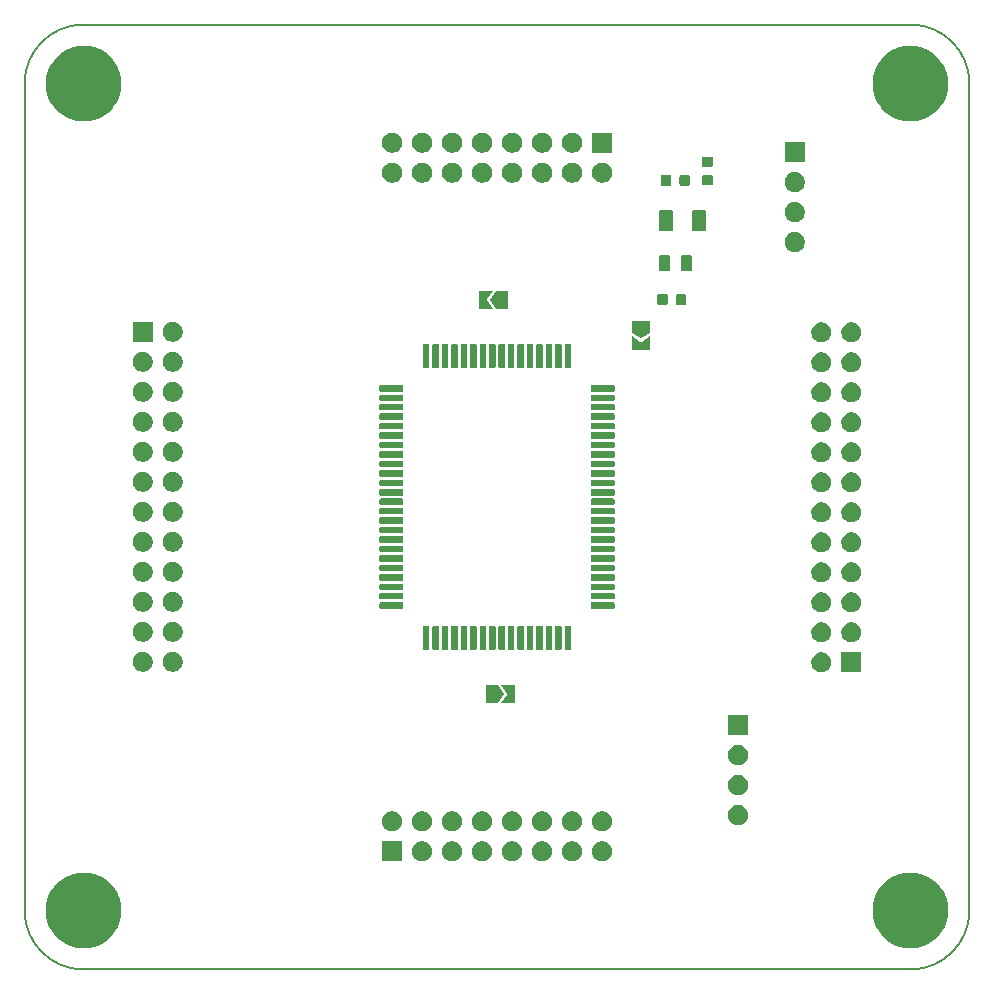
<source format=gbr>
G04 #@! TF.GenerationSoftware,KiCad,Pcbnew,5.1.5-52549c5~84~ubuntu19.10.1*
G04 #@! TF.CreationDate,2020-02-14T19:08:51+02:00*
G04 #@! TF.ProjectId,GB-BRK-CPU-G1,47422d42-524b-42d4-9350-552d47312e6b,v1.1*
G04 #@! TF.SameCoordinates,Original*
G04 #@! TF.FileFunction,Soldermask,Top*
G04 #@! TF.FilePolarity,Negative*
%FSLAX46Y46*%
G04 Gerber Fmt 4.6, Leading zero omitted, Abs format (unit mm)*
G04 Created by KiCad (PCBNEW 5.1.5-52549c5~84~ubuntu19.10.1) date 2020-02-14 19:08:51*
%MOMM*%
%LPD*%
G04 APERTURE LIST*
%ADD10C,0.150000*%
%ADD11C,0.100000*%
G04 APERTURE END LIST*
D10*
X140000000Y-135000000D02*
G75*
G02X135000000Y-140000000I-5000000J0D01*
G01*
X65000000Y-140000000D02*
G75*
G02X60000000Y-135000000I0J5000000D01*
G01*
X60000000Y-65000000D02*
G75*
G02X65000000Y-60000000I5000000J0D01*
G01*
X135000000Y-60000000D02*
G75*
G02X140000000Y-65000000I0J-5000000D01*
G01*
X135000000Y-60000000D02*
X65000000Y-60000000D01*
X140000000Y-135000000D02*
X140000000Y-65000000D01*
X65000000Y-140000000D02*
X135000000Y-140000000D01*
X60000000Y-65000000D02*
X60000000Y-135000000D01*
D11*
G36*
X135469730Y-131830744D02*
G01*
X135933408Y-131922975D01*
X136515768Y-132164197D01*
X137039881Y-132514398D01*
X137485602Y-132960119D01*
X137544295Y-133047959D01*
X137835803Y-133484232D01*
X138077025Y-134066592D01*
X138169256Y-134530270D01*
X138200000Y-134684828D01*
X138200000Y-135315172D01*
X138169256Y-135469730D01*
X138077025Y-135933408D01*
X137889407Y-136386356D01*
X137835803Y-136515768D01*
X137512250Y-137000000D01*
X137485601Y-137039882D01*
X137039882Y-137485601D01*
X136515768Y-137835803D01*
X135933408Y-138077025D01*
X135469730Y-138169256D01*
X135315172Y-138200000D01*
X134684828Y-138200000D01*
X134530270Y-138169256D01*
X134066592Y-138077025D01*
X133484232Y-137835803D01*
X132960118Y-137485601D01*
X132514399Y-137039882D01*
X132487751Y-137000000D01*
X132164197Y-136515768D01*
X132110593Y-136386356D01*
X131922975Y-135933408D01*
X131830744Y-135469730D01*
X131800000Y-135315172D01*
X131800000Y-134684828D01*
X131830744Y-134530270D01*
X131922975Y-134066592D01*
X132164197Y-133484232D01*
X132455705Y-133047959D01*
X132514398Y-132960119D01*
X132960119Y-132514398D01*
X133484232Y-132164197D01*
X134066592Y-131922975D01*
X134530270Y-131830744D01*
X134684828Y-131800000D01*
X135315172Y-131800000D01*
X135469730Y-131830744D01*
G37*
G36*
X65469730Y-131830744D02*
G01*
X65933408Y-131922975D01*
X66515768Y-132164197D01*
X67039881Y-132514398D01*
X67485602Y-132960119D01*
X67544295Y-133047959D01*
X67835803Y-133484232D01*
X68077025Y-134066592D01*
X68169256Y-134530270D01*
X68200000Y-134684828D01*
X68200000Y-135315172D01*
X68169256Y-135469730D01*
X68077025Y-135933408D01*
X67889407Y-136386356D01*
X67835803Y-136515768D01*
X67512250Y-137000000D01*
X67485601Y-137039882D01*
X67039882Y-137485601D01*
X66515768Y-137835803D01*
X65933408Y-138077025D01*
X65469730Y-138169256D01*
X65315172Y-138200000D01*
X64684828Y-138200000D01*
X64530270Y-138169256D01*
X64066592Y-138077025D01*
X63484232Y-137835803D01*
X62960118Y-137485601D01*
X62514399Y-137039882D01*
X62487751Y-137000000D01*
X62164197Y-136515768D01*
X62110593Y-136386356D01*
X61922975Y-135933408D01*
X61830744Y-135469730D01*
X61800000Y-135315172D01*
X61800000Y-134684828D01*
X61830744Y-134530270D01*
X61922975Y-134066592D01*
X62164197Y-133484232D01*
X62455705Y-133047959D01*
X62514398Y-132960119D01*
X62960119Y-132514398D01*
X63484232Y-132164197D01*
X64066592Y-131922975D01*
X64530270Y-131830744D01*
X64684828Y-131800000D01*
X65315172Y-131800000D01*
X65469730Y-131830744D01*
G37*
G36*
X104047936Y-129182665D02*
G01*
X104047938Y-129182666D01*
X104047939Y-129182666D01*
X104202628Y-129246740D01*
X104341842Y-129339760D01*
X104460240Y-129458158D01*
X104553260Y-129597372D01*
X104617334Y-129752061D01*
X104650000Y-129916284D01*
X104650000Y-130083716D01*
X104617334Y-130247939D01*
X104553260Y-130402628D01*
X104460240Y-130541842D01*
X104341842Y-130660240D01*
X104202628Y-130753260D01*
X104047939Y-130817334D01*
X104047938Y-130817334D01*
X104047936Y-130817335D01*
X103883718Y-130850000D01*
X103716282Y-130850000D01*
X103552064Y-130817335D01*
X103552062Y-130817334D01*
X103552061Y-130817334D01*
X103397372Y-130753260D01*
X103258158Y-130660240D01*
X103139760Y-130541842D01*
X103046740Y-130402628D01*
X102982666Y-130247939D01*
X102950000Y-130083716D01*
X102950000Y-129916284D01*
X102982666Y-129752061D01*
X103046740Y-129597372D01*
X103139760Y-129458158D01*
X103258158Y-129339760D01*
X103397372Y-129246740D01*
X103552061Y-129182666D01*
X103552062Y-129182666D01*
X103552064Y-129182665D01*
X103716282Y-129150000D01*
X103883718Y-129150000D01*
X104047936Y-129182665D01*
G37*
G36*
X101507936Y-129182665D02*
G01*
X101507938Y-129182666D01*
X101507939Y-129182666D01*
X101662628Y-129246740D01*
X101801842Y-129339760D01*
X101920240Y-129458158D01*
X102013260Y-129597372D01*
X102077334Y-129752061D01*
X102110000Y-129916284D01*
X102110000Y-130083716D01*
X102077334Y-130247939D01*
X102013260Y-130402628D01*
X101920240Y-130541842D01*
X101801842Y-130660240D01*
X101662628Y-130753260D01*
X101507939Y-130817334D01*
X101507938Y-130817334D01*
X101507936Y-130817335D01*
X101343718Y-130850000D01*
X101176282Y-130850000D01*
X101012064Y-130817335D01*
X101012062Y-130817334D01*
X101012061Y-130817334D01*
X100857372Y-130753260D01*
X100718158Y-130660240D01*
X100599760Y-130541842D01*
X100506740Y-130402628D01*
X100442666Y-130247939D01*
X100410000Y-130083716D01*
X100410000Y-129916284D01*
X100442666Y-129752061D01*
X100506740Y-129597372D01*
X100599760Y-129458158D01*
X100718158Y-129339760D01*
X100857372Y-129246740D01*
X101012061Y-129182666D01*
X101012062Y-129182666D01*
X101012064Y-129182665D01*
X101176282Y-129150000D01*
X101343718Y-129150000D01*
X101507936Y-129182665D01*
G37*
G36*
X109127936Y-129182665D02*
G01*
X109127938Y-129182666D01*
X109127939Y-129182666D01*
X109282628Y-129246740D01*
X109421842Y-129339760D01*
X109540240Y-129458158D01*
X109633260Y-129597372D01*
X109697334Y-129752061D01*
X109730000Y-129916284D01*
X109730000Y-130083716D01*
X109697334Y-130247939D01*
X109633260Y-130402628D01*
X109540240Y-130541842D01*
X109421842Y-130660240D01*
X109282628Y-130753260D01*
X109127939Y-130817334D01*
X109127938Y-130817334D01*
X109127936Y-130817335D01*
X108963718Y-130850000D01*
X108796282Y-130850000D01*
X108632064Y-130817335D01*
X108632062Y-130817334D01*
X108632061Y-130817334D01*
X108477372Y-130753260D01*
X108338158Y-130660240D01*
X108219760Y-130541842D01*
X108126740Y-130402628D01*
X108062666Y-130247939D01*
X108030000Y-130083716D01*
X108030000Y-129916284D01*
X108062666Y-129752061D01*
X108126740Y-129597372D01*
X108219760Y-129458158D01*
X108338158Y-129339760D01*
X108477372Y-129246740D01*
X108632061Y-129182666D01*
X108632062Y-129182666D01*
X108632064Y-129182665D01*
X108796282Y-129150000D01*
X108963718Y-129150000D01*
X109127936Y-129182665D01*
G37*
G36*
X96427936Y-129182665D02*
G01*
X96427938Y-129182666D01*
X96427939Y-129182666D01*
X96582628Y-129246740D01*
X96721842Y-129339760D01*
X96840240Y-129458158D01*
X96933260Y-129597372D01*
X96997334Y-129752061D01*
X97030000Y-129916284D01*
X97030000Y-130083716D01*
X96997334Y-130247939D01*
X96933260Y-130402628D01*
X96840240Y-130541842D01*
X96721842Y-130660240D01*
X96582628Y-130753260D01*
X96427939Y-130817334D01*
X96427938Y-130817334D01*
X96427936Y-130817335D01*
X96263718Y-130850000D01*
X96096282Y-130850000D01*
X95932064Y-130817335D01*
X95932062Y-130817334D01*
X95932061Y-130817334D01*
X95777372Y-130753260D01*
X95638158Y-130660240D01*
X95519760Y-130541842D01*
X95426740Y-130402628D01*
X95362666Y-130247939D01*
X95330000Y-130083716D01*
X95330000Y-129916284D01*
X95362666Y-129752061D01*
X95426740Y-129597372D01*
X95519760Y-129458158D01*
X95638158Y-129339760D01*
X95777372Y-129246740D01*
X95932061Y-129182666D01*
X95932062Y-129182666D01*
X95932064Y-129182665D01*
X96096282Y-129150000D01*
X96263718Y-129150000D01*
X96427936Y-129182665D01*
G37*
G36*
X93887936Y-129182665D02*
G01*
X93887938Y-129182666D01*
X93887939Y-129182666D01*
X94042628Y-129246740D01*
X94181842Y-129339760D01*
X94300240Y-129458158D01*
X94393260Y-129597372D01*
X94457334Y-129752061D01*
X94490000Y-129916284D01*
X94490000Y-130083716D01*
X94457334Y-130247939D01*
X94393260Y-130402628D01*
X94300240Y-130541842D01*
X94181842Y-130660240D01*
X94042628Y-130753260D01*
X93887939Y-130817334D01*
X93887938Y-130817334D01*
X93887936Y-130817335D01*
X93723718Y-130850000D01*
X93556282Y-130850000D01*
X93392064Y-130817335D01*
X93392062Y-130817334D01*
X93392061Y-130817334D01*
X93237372Y-130753260D01*
X93098158Y-130660240D01*
X92979760Y-130541842D01*
X92886740Y-130402628D01*
X92822666Y-130247939D01*
X92790000Y-130083716D01*
X92790000Y-129916284D01*
X92822666Y-129752061D01*
X92886740Y-129597372D01*
X92979760Y-129458158D01*
X93098158Y-129339760D01*
X93237372Y-129246740D01*
X93392061Y-129182666D01*
X93392062Y-129182666D01*
X93392064Y-129182665D01*
X93556282Y-129150000D01*
X93723718Y-129150000D01*
X93887936Y-129182665D01*
G37*
G36*
X98967936Y-129182665D02*
G01*
X98967938Y-129182666D01*
X98967939Y-129182666D01*
X99122628Y-129246740D01*
X99261842Y-129339760D01*
X99380240Y-129458158D01*
X99473260Y-129597372D01*
X99537334Y-129752061D01*
X99570000Y-129916284D01*
X99570000Y-130083716D01*
X99537334Y-130247939D01*
X99473260Y-130402628D01*
X99380240Y-130541842D01*
X99261842Y-130660240D01*
X99122628Y-130753260D01*
X98967939Y-130817334D01*
X98967938Y-130817334D01*
X98967936Y-130817335D01*
X98803718Y-130850000D01*
X98636282Y-130850000D01*
X98472064Y-130817335D01*
X98472062Y-130817334D01*
X98472061Y-130817334D01*
X98317372Y-130753260D01*
X98178158Y-130660240D01*
X98059760Y-130541842D01*
X97966740Y-130402628D01*
X97902666Y-130247939D01*
X97870000Y-130083716D01*
X97870000Y-129916284D01*
X97902666Y-129752061D01*
X97966740Y-129597372D01*
X98059760Y-129458158D01*
X98178158Y-129339760D01*
X98317372Y-129246740D01*
X98472061Y-129182666D01*
X98472062Y-129182666D01*
X98472064Y-129182665D01*
X98636282Y-129150000D01*
X98803718Y-129150000D01*
X98967936Y-129182665D01*
G37*
G36*
X106587936Y-129182665D02*
G01*
X106587938Y-129182666D01*
X106587939Y-129182666D01*
X106742628Y-129246740D01*
X106881842Y-129339760D01*
X107000240Y-129458158D01*
X107093260Y-129597372D01*
X107157334Y-129752061D01*
X107190000Y-129916284D01*
X107190000Y-130083716D01*
X107157334Y-130247939D01*
X107093260Y-130402628D01*
X107000240Y-130541842D01*
X106881842Y-130660240D01*
X106742628Y-130753260D01*
X106587939Y-130817334D01*
X106587938Y-130817334D01*
X106587936Y-130817335D01*
X106423718Y-130850000D01*
X106256282Y-130850000D01*
X106092064Y-130817335D01*
X106092062Y-130817334D01*
X106092061Y-130817334D01*
X105937372Y-130753260D01*
X105798158Y-130660240D01*
X105679760Y-130541842D01*
X105586740Y-130402628D01*
X105522666Y-130247939D01*
X105490000Y-130083716D01*
X105490000Y-129916284D01*
X105522666Y-129752061D01*
X105586740Y-129597372D01*
X105679760Y-129458158D01*
X105798158Y-129339760D01*
X105937372Y-129246740D01*
X106092061Y-129182666D01*
X106092062Y-129182666D01*
X106092064Y-129182665D01*
X106256282Y-129150000D01*
X106423718Y-129150000D01*
X106587936Y-129182665D01*
G37*
G36*
X91950000Y-130850000D02*
G01*
X90250000Y-130850000D01*
X90250000Y-129150000D01*
X91950000Y-129150000D01*
X91950000Y-130850000D01*
G37*
G36*
X109127936Y-126642665D02*
G01*
X109127938Y-126642666D01*
X109127939Y-126642666D01*
X109282628Y-126706740D01*
X109421842Y-126799760D01*
X109540240Y-126918158D01*
X109633260Y-127057372D01*
X109679058Y-127167939D01*
X109697335Y-127212064D01*
X109730000Y-127376282D01*
X109730000Y-127543718D01*
X109722736Y-127580238D01*
X109697334Y-127707939D01*
X109633260Y-127862628D01*
X109540240Y-128001842D01*
X109421842Y-128120240D01*
X109282628Y-128213260D01*
X109127939Y-128277334D01*
X109127938Y-128277334D01*
X109127936Y-128277335D01*
X108963718Y-128310000D01*
X108796282Y-128310000D01*
X108632064Y-128277335D01*
X108632062Y-128277334D01*
X108632061Y-128277334D01*
X108477372Y-128213260D01*
X108338158Y-128120240D01*
X108219760Y-128001842D01*
X108126740Y-127862628D01*
X108062666Y-127707939D01*
X108037265Y-127580238D01*
X108030000Y-127543718D01*
X108030000Y-127376282D01*
X108062665Y-127212064D01*
X108080942Y-127167939D01*
X108126740Y-127057372D01*
X108219760Y-126918158D01*
X108338158Y-126799760D01*
X108477372Y-126706740D01*
X108632061Y-126642666D01*
X108632062Y-126642666D01*
X108632064Y-126642665D01*
X108796282Y-126610000D01*
X108963718Y-126610000D01*
X109127936Y-126642665D01*
G37*
G36*
X106587936Y-126642665D02*
G01*
X106587938Y-126642666D01*
X106587939Y-126642666D01*
X106742628Y-126706740D01*
X106881842Y-126799760D01*
X107000240Y-126918158D01*
X107093260Y-127057372D01*
X107139058Y-127167939D01*
X107157335Y-127212064D01*
X107190000Y-127376282D01*
X107190000Y-127543718D01*
X107182736Y-127580238D01*
X107157334Y-127707939D01*
X107093260Y-127862628D01*
X107000240Y-128001842D01*
X106881842Y-128120240D01*
X106742628Y-128213260D01*
X106587939Y-128277334D01*
X106587938Y-128277334D01*
X106587936Y-128277335D01*
X106423718Y-128310000D01*
X106256282Y-128310000D01*
X106092064Y-128277335D01*
X106092062Y-128277334D01*
X106092061Y-128277334D01*
X105937372Y-128213260D01*
X105798158Y-128120240D01*
X105679760Y-128001842D01*
X105586740Y-127862628D01*
X105522666Y-127707939D01*
X105497265Y-127580238D01*
X105490000Y-127543718D01*
X105490000Y-127376282D01*
X105522665Y-127212064D01*
X105540942Y-127167939D01*
X105586740Y-127057372D01*
X105679760Y-126918158D01*
X105798158Y-126799760D01*
X105937372Y-126706740D01*
X106092061Y-126642666D01*
X106092062Y-126642666D01*
X106092064Y-126642665D01*
X106256282Y-126610000D01*
X106423718Y-126610000D01*
X106587936Y-126642665D01*
G37*
G36*
X93887936Y-126642665D02*
G01*
X93887938Y-126642666D01*
X93887939Y-126642666D01*
X94042628Y-126706740D01*
X94181842Y-126799760D01*
X94300240Y-126918158D01*
X94393260Y-127057372D01*
X94439058Y-127167939D01*
X94457335Y-127212064D01*
X94490000Y-127376282D01*
X94490000Y-127543718D01*
X94482736Y-127580238D01*
X94457334Y-127707939D01*
X94393260Y-127862628D01*
X94300240Y-128001842D01*
X94181842Y-128120240D01*
X94042628Y-128213260D01*
X93887939Y-128277334D01*
X93887938Y-128277334D01*
X93887936Y-128277335D01*
X93723718Y-128310000D01*
X93556282Y-128310000D01*
X93392064Y-128277335D01*
X93392062Y-128277334D01*
X93392061Y-128277334D01*
X93237372Y-128213260D01*
X93098158Y-128120240D01*
X92979760Y-128001842D01*
X92886740Y-127862628D01*
X92822666Y-127707939D01*
X92797265Y-127580238D01*
X92790000Y-127543718D01*
X92790000Y-127376282D01*
X92822665Y-127212064D01*
X92840942Y-127167939D01*
X92886740Y-127057372D01*
X92979760Y-126918158D01*
X93098158Y-126799760D01*
X93237372Y-126706740D01*
X93392061Y-126642666D01*
X93392062Y-126642666D01*
X93392064Y-126642665D01*
X93556282Y-126610000D01*
X93723718Y-126610000D01*
X93887936Y-126642665D01*
G37*
G36*
X104047936Y-126642665D02*
G01*
X104047938Y-126642666D01*
X104047939Y-126642666D01*
X104202628Y-126706740D01*
X104341842Y-126799760D01*
X104460240Y-126918158D01*
X104553260Y-127057372D01*
X104599058Y-127167939D01*
X104617335Y-127212064D01*
X104650000Y-127376282D01*
X104650000Y-127543718D01*
X104642736Y-127580238D01*
X104617334Y-127707939D01*
X104553260Y-127862628D01*
X104460240Y-128001842D01*
X104341842Y-128120240D01*
X104202628Y-128213260D01*
X104047939Y-128277334D01*
X104047938Y-128277334D01*
X104047936Y-128277335D01*
X103883718Y-128310000D01*
X103716282Y-128310000D01*
X103552064Y-128277335D01*
X103552062Y-128277334D01*
X103552061Y-128277334D01*
X103397372Y-128213260D01*
X103258158Y-128120240D01*
X103139760Y-128001842D01*
X103046740Y-127862628D01*
X102982666Y-127707939D01*
X102957265Y-127580238D01*
X102950000Y-127543718D01*
X102950000Y-127376282D01*
X102982665Y-127212064D01*
X103000942Y-127167939D01*
X103046740Y-127057372D01*
X103139760Y-126918158D01*
X103258158Y-126799760D01*
X103397372Y-126706740D01*
X103552061Y-126642666D01*
X103552062Y-126642666D01*
X103552064Y-126642665D01*
X103716282Y-126610000D01*
X103883718Y-126610000D01*
X104047936Y-126642665D01*
G37*
G36*
X101507936Y-126642665D02*
G01*
X101507938Y-126642666D01*
X101507939Y-126642666D01*
X101662628Y-126706740D01*
X101801842Y-126799760D01*
X101920240Y-126918158D01*
X102013260Y-127057372D01*
X102059058Y-127167939D01*
X102077335Y-127212064D01*
X102110000Y-127376282D01*
X102110000Y-127543718D01*
X102102736Y-127580238D01*
X102077334Y-127707939D01*
X102013260Y-127862628D01*
X101920240Y-128001842D01*
X101801842Y-128120240D01*
X101662628Y-128213260D01*
X101507939Y-128277334D01*
X101507938Y-128277334D01*
X101507936Y-128277335D01*
X101343718Y-128310000D01*
X101176282Y-128310000D01*
X101012064Y-128277335D01*
X101012062Y-128277334D01*
X101012061Y-128277334D01*
X100857372Y-128213260D01*
X100718158Y-128120240D01*
X100599760Y-128001842D01*
X100506740Y-127862628D01*
X100442666Y-127707939D01*
X100417265Y-127580238D01*
X100410000Y-127543718D01*
X100410000Y-127376282D01*
X100442665Y-127212064D01*
X100460942Y-127167939D01*
X100506740Y-127057372D01*
X100599760Y-126918158D01*
X100718158Y-126799760D01*
X100857372Y-126706740D01*
X101012061Y-126642666D01*
X101012062Y-126642666D01*
X101012064Y-126642665D01*
X101176282Y-126610000D01*
X101343718Y-126610000D01*
X101507936Y-126642665D01*
G37*
G36*
X98967936Y-126642665D02*
G01*
X98967938Y-126642666D01*
X98967939Y-126642666D01*
X99122628Y-126706740D01*
X99261842Y-126799760D01*
X99380240Y-126918158D01*
X99473260Y-127057372D01*
X99519058Y-127167939D01*
X99537335Y-127212064D01*
X99570000Y-127376282D01*
X99570000Y-127543718D01*
X99562736Y-127580238D01*
X99537334Y-127707939D01*
X99473260Y-127862628D01*
X99380240Y-128001842D01*
X99261842Y-128120240D01*
X99122628Y-128213260D01*
X98967939Y-128277334D01*
X98967938Y-128277334D01*
X98967936Y-128277335D01*
X98803718Y-128310000D01*
X98636282Y-128310000D01*
X98472064Y-128277335D01*
X98472062Y-128277334D01*
X98472061Y-128277334D01*
X98317372Y-128213260D01*
X98178158Y-128120240D01*
X98059760Y-128001842D01*
X97966740Y-127862628D01*
X97902666Y-127707939D01*
X97877265Y-127580238D01*
X97870000Y-127543718D01*
X97870000Y-127376282D01*
X97902665Y-127212064D01*
X97920942Y-127167939D01*
X97966740Y-127057372D01*
X98059760Y-126918158D01*
X98178158Y-126799760D01*
X98317372Y-126706740D01*
X98472061Y-126642666D01*
X98472062Y-126642666D01*
X98472064Y-126642665D01*
X98636282Y-126610000D01*
X98803718Y-126610000D01*
X98967936Y-126642665D01*
G37*
G36*
X96427936Y-126642665D02*
G01*
X96427938Y-126642666D01*
X96427939Y-126642666D01*
X96582628Y-126706740D01*
X96721842Y-126799760D01*
X96840240Y-126918158D01*
X96933260Y-127057372D01*
X96979058Y-127167939D01*
X96997335Y-127212064D01*
X97030000Y-127376282D01*
X97030000Y-127543718D01*
X97022736Y-127580238D01*
X96997334Y-127707939D01*
X96933260Y-127862628D01*
X96840240Y-128001842D01*
X96721842Y-128120240D01*
X96582628Y-128213260D01*
X96427939Y-128277334D01*
X96427938Y-128277334D01*
X96427936Y-128277335D01*
X96263718Y-128310000D01*
X96096282Y-128310000D01*
X95932064Y-128277335D01*
X95932062Y-128277334D01*
X95932061Y-128277334D01*
X95777372Y-128213260D01*
X95638158Y-128120240D01*
X95519760Y-128001842D01*
X95426740Y-127862628D01*
X95362666Y-127707939D01*
X95337265Y-127580238D01*
X95330000Y-127543718D01*
X95330000Y-127376282D01*
X95362665Y-127212064D01*
X95380942Y-127167939D01*
X95426740Y-127057372D01*
X95519760Y-126918158D01*
X95638158Y-126799760D01*
X95777372Y-126706740D01*
X95932061Y-126642666D01*
X95932062Y-126642666D01*
X95932064Y-126642665D01*
X96096282Y-126610000D01*
X96263718Y-126610000D01*
X96427936Y-126642665D01*
G37*
G36*
X91347936Y-126642665D02*
G01*
X91347938Y-126642666D01*
X91347939Y-126642666D01*
X91502628Y-126706740D01*
X91641842Y-126799760D01*
X91760240Y-126918158D01*
X91853260Y-127057372D01*
X91899058Y-127167939D01*
X91917335Y-127212064D01*
X91950000Y-127376282D01*
X91950000Y-127543718D01*
X91942736Y-127580238D01*
X91917334Y-127707939D01*
X91853260Y-127862628D01*
X91760240Y-128001842D01*
X91641842Y-128120240D01*
X91502628Y-128213260D01*
X91347939Y-128277334D01*
X91347938Y-128277334D01*
X91347936Y-128277335D01*
X91183718Y-128310000D01*
X91016282Y-128310000D01*
X90852064Y-128277335D01*
X90852062Y-128277334D01*
X90852061Y-128277334D01*
X90697372Y-128213260D01*
X90558158Y-128120240D01*
X90439760Y-128001842D01*
X90346740Y-127862628D01*
X90282666Y-127707939D01*
X90257265Y-127580238D01*
X90250000Y-127543718D01*
X90250000Y-127376282D01*
X90282665Y-127212064D01*
X90300942Y-127167939D01*
X90346740Y-127057372D01*
X90439760Y-126918158D01*
X90558158Y-126799760D01*
X90697372Y-126706740D01*
X90852061Y-126642666D01*
X90852062Y-126642666D01*
X90852064Y-126642665D01*
X91016282Y-126610000D01*
X91183718Y-126610000D01*
X91347936Y-126642665D01*
G37*
G36*
X120647936Y-126102665D02*
G01*
X120647938Y-126102666D01*
X120647939Y-126102666D01*
X120802628Y-126166740D01*
X120941842Y-126259760D01*
X121060240Y-126378158D01*
X121153260Y-126517372D01*
X121205158Y-126642666D01*
X121217335Y-126672064D01*
X121250000Y-126836282D01*
X121250000Y-127003718D01*
X121239328Y-127057372D01*
X121217334Y-127167939D01*
X121153260Y-127322628D01*
X121060240Y-127461842D01*
X120941842Y-127580240D01*
X120802628Y-127673260D01*
X120647939Y-127737334D01*
X120647938Y-127737334D01*
X120647936Y-127737335D01*
X120483718Y-127770000D01*
X120316282Y-127770000D01*
X120152064Y-127737335D01*
X120152062Y-127737334D01*
X120152061Y-127737334D01*
X119997372Y-127673260D01*
X119858158Y-127580240D01*
X119739760Y-127461842D01*
X119646740Y-127322628D01*
X119582666Y-127167939D01*
X119560673Y-127057372D01*
X119550000Y-127003718D01*
X119550000Y-126836282D01*
X119582665Y-126672064D01*
X119594842Y-126642666D01*
X119646740Y-126517372D01*
X119739760Y-126378158D01*
X119858158Y-126259760D01*
X119997372Y-126166740D01*
X120152061Y-126102666D01*
X120152062Y-126102666D01*
X120152064Y-126102665D01*
X120316282Y-126070000D01*
X120483718Y-126070000D01*
X120647936Y-126102665D01*
G37*
G36*
X120647936Y-123562665D02*
G01*
X120647938Y-123562666D01*
X120647939Y-123562666D01*
X120802628Y-123626740D01*
X120941842Y-123719760D01*
X121060240Y-123838158D01*
X121153260Y-123977372D01*
X121217334Y-124132061D01*
X121250000Y-124296284D01*
X121250000Y-124463716D01*
X121217334Y-124627939D01*
X121153260Y-124782628D01*
X121060240Y-124921842D01*
X120941842Y-125040240D01*
X120802628Y-125133260D01*
X120647939Y-125197334D01*
X120647938Y-125197334D01*
X120647936Y-125197335D01*
X120483718Y-125230000D01*
X120316282Y-125230000D01*
X120152064Y-125197335D01*
X120152062Y-125197334D01*
X120152061Y-125197334D01*
X119997372Y-125133260D01*
X119858158Y-125040240D01*
X119739760Y-124921842D01*
X119646740Y-124782628D01*
X119582666Y-124627939D01*
X119550000Y-124463716D01*
X119550000Y-124296284D01*
X119582666Y-124132061D01*
X119646740Y-123977372D01*
X119739760Y-123838158D01*
X119858158Y-123719760D01*
X119997372Y-123626740D01*
X120152061Y-123562666D01*
X120152062Y-123562666D01*
X120152064Y-123562665D01*
X120316282Y-123530000D01*
X120483718Y-123530000D01*
X120647936Y-123562665D01*
G37*
G36*
X120647936Y-121022665D02*
G01*
X120647938Y-121022666D01*
X120647939Y-121022666D01*
X120802628Y-121086740D01*
X120941842Y-121179760D01*
X121060240Y-121298158D01*
X121153260Y-121437372D01*
X121217334Y-121592061D01*
X121250000Y-121756284D01*
X121250000Y-121923716D01*
X121217334Y-122087939D01*
X121153260Y-122242628D01*
X121060240Y-122381842D01*
X120941842Y-122500240D01*
X120802628Y-122593260D01*
X120647939Y-122657334D01*
X120647938Y-122657334D01*
X120647936Y-122657335D01*
X120483718Y-122690000D01*
X120316282Y-122690000D01*
X120152064Y-122657335D01*
X120152062Y-122657334D01*
X120152061Y-122657334D01*
X119997372Y-122593260D01*
X119858158Y-122500240D01*
X119739760Y-122381842D01*
X119646740Y-122242628D01*
X119582666Y-122087939D01*
X119550000Y-121923716D01*
X119550000Y-121756284D01*
X119582666Y-121592061D01*
X119646740Y-121437372D01*
X119739760Y-121298158D01*
X119858158Y-121179760D01*
X119997372Y-121086740D01*
X120152061Y-121022666D01*
X120152062Y-121022666D01*
X120152064Y-121022665D01*
X120316282Y-120990000D01*
X120483718Y-120990000D01*
X120647936Y-121022665D01*
G37*
G36*
X121250000Y-120150000D02*
G01*
X119550000Y-120150000D01*
X119550000Y-118450000D01*
X121250000Y-118450000D01*
X121250000Y-120150000D01*
G37*
G36*
X100074993Y-115949999D02*
G01*
X100074994Y-115950000D01*
X100075000Y-115950000D01*
X100075027Y-115950040D01*
X100078146Y-115953845D01*
X100572673Y-116695636D01*
X100575000Y-116700000D01*
X100575000Y-116700002D01*
X100574986Y-116700048D01*
X100572704Y-116704318D01*
X100078128Y-117446181D01*
X100075005Y-117449995D01*
X100075003Y-117449995D01*
X100075000Y-117450000D01*
X100074955Y-117450000D01*
X100070067Y-117450484D01*
X99079910Y-117450484D01*
X99075002Y-117450001D01*
X99074999Y-117450000D01*
X99075000Y-117450000D01*
X99074999Y-117449998D01*
X99074516Y-117445090D01*
X99074516Y-115954910D01*
X99075000Y-115950000D01*
X99074999Y-115950000D01*
X99075002Y-115949999D01*
X99079910Y-115949516D01*
X100070090Y-115949516D01*
X100074993Y-115949999D01*
G37*
G36*
X101524998Y-115949999D02*
G01*
X101525000Y-115950000D01*
X101525484Y-115954910D01*
X101525484Y-117445090D01*
X101525001Y-117449998D01*
X101525000Y-117450000D01*
X101524998Y-117450001D01*
X101520090Y-117450484D01*
X100379910Y-117450484D01*
X100375002Y-117450001D01*
X100375000Y-117450000D01*
X100375008Y-117449974D01*
X100377310Y-117445661D01*
X100837438Y-116755469D01*
X100846661Y-116738171D01*
X100852332Y-116719406D01*
X100854233Y-116699895D01*
X100852291Y-116680389D01*
X100846581Y-116661635D01*
X100837438Y-116644531D01*
X100377327Y-115954364D01*
X100375005Y-115950007D01*
X100375000Y-115950000D01*
X100375027Y-115949992D01*
X100379888Y-115949516D01*
X101520090Y-115949516D01*
X101524998Y-115949999D01*
G37*
G36*
X127707936Y-113182665D02*
G01*
X127707938Y-113182666D01*
X127707939Y-113182666D01*
X127862628Y-113246740D01*
X128001842Y-113339760D01*
X128120240Y-113458158D01*
X128213260Y-113597372D01*
X128277334Y-113752061D01*
X128277335Y-113752064D01*
X128310000Y-113916282D01*
X128310000Y-114083718D01*
X128289270Y-114187936D01*
X128277334Y-114247939D01*
X128213260Y-114402628D01*
X128120240Y-114541842D01*
X128001842Y-114660240D01*
X127862628Y-114753260D01*
X127707939Y-114817334D01*
X127707938Y-114817334D01*
X127707936Y-114817335D01*
X127543718Y-114850000D01*
X127376282Y-114850000D01*
X127212064Y-114817335D01*
X127212062Y-114817334D01*
X127212061Y-114817334D01*
X127057372Y-114753260D01*
X126918158Y-114660240D01*
X126799760Y-114541842D01*
X126706740Y-114402628D01*
X126642666Y-114247939D01*
X126630731Y-114187936D01*
X126610000Y-114083718D01*
X126610000Y-113916282D01*
X126642665Y-113752064D01*
X126642666Y-113752061D01*
X126706740Y-113597372D01*
X126799760Y-113458158D01*
X126918158Y-113339760D01*
X127057372Y-113246740D01*
X127212061Y-113182666D01*
X127212062Y-113182666D01*
X127212064Y-113182665D01*
X127376282Y-113150000D01*
X127543718Y-113150000D01*
X127707936Y-113182665D01*
G37*
G36*
X130850000Y-114850000D02*
G01*
X129150000Y-114850000D01*
X129150000Y-113150000D01*
X130850000Y-113150000D01*
X130850000Y-114850000D01*
G37*
G36*
X70247936Y-113122665D02*
G01*
X70247938Y-113122666D01*
X70247939Y-113122666D01*
X70402628Y-113186740D01*
X70541842Y-113279760D01*
X70660240Y-113398158D01*
X70753260Y-113537372D01*
X70817334Y-113692061D01*
X70817335Y-113692064D01*
X70850000Y-113856282D01*
X70850000Y-114023718D01*
X70838066Y-114083716D01*
X70817334Y-114187939D01*
X70753260Y-114342628D01*
X70660240Y-114481842D01*
X70541842Y-114600240D01*
X70402628Y-114693260D01*
X70247939Y-114757334D01*
X70247938Y-114757334D01*
X70247936Y-114757335D01*
X70083718Y-114790000D01*
X69916282Y-114790000D01*
X69752064Y-114757335D01*
X69752062Y-114757334D01*
X69752061Y-114757334D01*
X69597372Y-114693260D01*
X69458158Y-114600240D01*
X69339760Y-114481842D01*
X69246740Y-114342628D01*
X69182666Y-114187939D01*
X69161935Y-114083716D01*
X69150000Y-114023718D01*
X69150000Y-113856282D01*
X69182665Y-113692064D01*
X69182666Y-113692061D01*
X69246740Y-113537372D01*
X69339760Y-113398158D01*
X69458158Y-113279760D01*
X69597372Y-113186740D01*
X69752061Y-113122666D01*
X69752062Y-113122666D01*
X69752064Y-113122665D01*
X69916282Y-113090000D01*
X70083718Y-113090000D01*
X70247936Y-113122665D01*
G37*
G36*
X72787936Y-113122665D02*
G01*
X72787938Y-113122666D01*
X72787939Y-113122666D01*
X72942628Y-113186740D01*
X73081842Y-113279760D01*
X73200240Y-113398158D01*
X73293260Y-113537372D01*
X73357334Y-113692061D01*
X73357335Y-113692064D01*
X73390000Y-113856282D01*
X73390000Y-114023718D01*
X73378066Y-114083716D01*
X73357334Y-114187939D01*
X73293260Y-114342628D01*
X73200240Y-114481842D01*
X73081842Y-114600240D01*
X72942628Y-114693260D01*
X72787939Y-114757334D01*
X72787938Y-114757334D01*
X72787936Y-114757335D01*
X72623718Y-114790000D01*
X72456282Y-114790000D01*
X72292064Y-114757335D01*
X72292062Y-114757334D01*
X72292061Y-114757334D01*
X72137372Y-114693260D01*
X71998158Y-114600240D01*
X71879760Y-114481842D01*
X71786740Y-114342628D01*
X71722666Y-114187939D01*
X71701935Y-114083716D01*
X71690000Y-114023718D01*
X71690000Y-113856282D01*
X71722665Y-113692064D01*
X71722666Y-113692061D01*
X71786740Y-113537372D01*
X71879760Y-113398158D01*
X71998158Y-113279760D01*
X72137372Y-113186740D01*
X72292061Y-113122666D01*
X72292062Y-113122666D01*
X72292064Y-113122665D01*
X72456282Y-113090000D01*
X72623718Y-113090000D01*
X72787936Y-113122665D01*
G37*
G36*
X97404474Y-110927155D02*
G01*
X97420800Y-110932108D01*
X97435845Y-110940149D01*
X97449030Y-110950970D01*
X97459851Y-110964155D01*
X97467892Y-110979200D01*
X97472845Y-110995526D01*
X97475000Y-111017409D01*
X97475000Y-112857591D01*
X97472845Y-112879474D01*
X97467892Y-112895800D01*
X97459851Y-112910845D01*
X97449030Y-112924030D01*
X97435845Y-112934851D01*
X97420800Y-112942892D01*
X97404474Y-112947845D01*
X97382591Y-112950000D01*
X97017409Y-112950000D01*
X96995526Y-112947845D01*
X96979200Y-112942892D01*
X96964155Y-112934851D01*
X96950970Y-112924030D01*
X96940149Y-112910845D01*
X96932108Y-112895800D01*
X96927155Y-112879474D01*
X96925000Y-112857591D01*
X96925000Y-111017409D01*
X96927155Y-110995526D01*
X96932108Y-110979200D01*
X96940149Y-110964155D01*
X96950970Y-110950970D01*
X96964155Y-110940149D01*
X96979200Y-110932108D01*
X96995526Y-110927155D01*
X97017409Y-110925000D01*
X97382591Y-110925000D01*
X97404474Y-110927155D01*
G37*
G36*
X106204474Y-110927155D02*
G01*
X106220800Y-110932108D01*
X106235845Y-110940149D01*
X106249030Y-110950970D01*
X106259851Y-110964155D01*
X106267892Y-110979200D01*
X106272845Y-110995526D01*
X106275000Y-111017409D01*
X106275000Y-112857591D01*
X106272845Y-112879474D01*
X106267892Y-112895800D01*
X106259851Y-112910845D01*
X106249030Y-112924030D01*
X106235845Y-112934851D01*
X106220800Y-112942892D01*
X106204474Y-112947845D01*
X106182591Y-112950000D01*
X105817409Y-112950000D01*
X105795526Y-112947845D01*
X105779200Y-112942892D01*
X105764155Y-112934851D01*
X105750970Y-112924030D01*
X105740149Y-112910845D01*
X105732108Y-112895800D01*
X105727155Y-112879474D01*
X105725000Y-112857591D01*
X105725000Y-111017409D01*
X105727155Y-110995526D01*
X105732108Y-110979200D01*
X105740149Y-110964155D01*
X105750970Y-110950970D01*
X105764155Y-110940149D01*
X105779200Y-110932108D01*
X105795526Y-110927155D01*
X105817409Y-110925000D01*
X106182591Y-110925000D01*
X106204474Y-110927155D01*
G37*
G36*
X105404474Y-110927155D02*
G01*
X105420800Y-110932108D01*
X105435845Y-110940149D01*
X105449030Y-110950970D01*
X105459851Y-110964155D01*
X105467892Y-110979200D01*
X105472845Y-110995526D01*
X105475000Y-111017409D01*
X105475000Y-112857591D01*
X105472845Y-112879474D01*
X105467892Y-112895800D01*
X105459851Y-112910845D01*
X105449030Y-112924030D01*
X105435845Y-112934851D01*
X105420800Y-112942892D01*
X105404474Y-112947845D01*
X105382591Y-112950000D01*
X105017409Y-112950000D01*
X104995526Y-112947845D01*
X104979200Y-112942892D01*
X104964155Y-112934851D01*
X104950970Y-112924030D01*
X104940149Y-112910845D01*
X104932108Y-112895800D01*
X104927155Y-112879474D01*
X104925000Y-112857591D01*
X104925000Y-111017409D01*
X104927155Y-110995526D01*
X104932108Y-110979200D01*
X104940149Y-110964155D01*
X104950970Y-110950970D01*
X104964155Y-110940149D01*
X104979200Y-110932108D01*
X104995526Y-110927155D01*
X105017409Y-110925000D01*
X105382591Y-110925000D01*
X105404474Y-110927155D01*
G37*
G36*
X103804474Y-110927155D02*
G01*
X103820800Y-110932108D01*
X103835845Y-110940149D01*
X103849030Y-110950970D01*
X103859851Y-110964155D01*
X103867892Y-110979200D01*
X103872845Y-110995526D01*
X103875000Y-111017409D01*
X103875000Y-112857591D01*
X103872845Y-112879474D01*
X103867892Y-112895800D01*
X103859851Y-112910845D01*
X103849030Y-112924030D01*
X103835845Y-112934851D01*
X103820800Y-112942892D01*
X103804474Y-112947845D01*
X103782591Y-112950000D01*
X103417409Y-112950000D01*
X103395526Y-112947845D01*
X103379200Y-112942892D01*
X103364155Y-112934851D01*
X103350970Y-112924030D01*
X103340149Y-112910845D01*
X103332108Y-112895800D01*
X103327155Y-112879474D01*
X103325000Y-112857591D01*
X103325000Y-111017409D01*
X103327155Y-110995526D01*
X103332108Y-110979200D01*
X103340149Y-110964155D01*
X103350970Y-110950970D01*
X103364155Y-110940149D01*
X103379200Y-110932108D01*
X103395526Y-110927155D01*
X103417409Y-110925000D01*
X103782591Y-110925000D01*
X103804474Y-110927155D01*
G37*
G36*
X104604474Y-110927155D02*
G01*
X104620800Y-110932108D01*
X104635845Y-110940149D01*
X104649030Y-110950970D01*
X104659851Y-110964155D01*
X104667892Y-110979200D01*
X104672845Y-110995526D01*
X104675000Y-111017409D01*
X104675000Y-112857591D01*
X104672845Y-112879474D01*
X104667892Y-112895800D01*
X104659851Y-112910845D01*
X104649030Y-112924030D01*
X104635845Y-112934851D01*
X104620800Y-112942892D01*
X104604474Y-112947845D01*
X104582591Y-112950000D01*
X104217409Y-112950000D01*
X104195526Y-112947845D01*
X104179200Y-112942892D01*
X104164155Y-112934851D01*
X104150970Y-112924030D01*
X104140149Y-112910845D01*
X104132108Y-112895800D01*
X104127155Y-112879474D01*
X104125000Y-112857591D01*
X104125000Y-111017409D01*
X104127155Y-110995526D01*
X104132108Y-110979200D01*
X104140149Y-110964155D01*
X104150970Y-110950970D01*
X104164155Y-110940149D01*
X104179200Y-110932108D01*
X104195526Y-110927155D01*
X104217409Y-110925000D01*
X104582591Y-110925000D01*
X104604474Y-110927155D01*
G37*
G36*
X94204474Y-110927155D02*
G01*
X94220800Y-110932108D01*
X94235845Y-110940149D01*
X94249030Y-110950970D01*
X94259851Y-110964155D01*
X94267892Y-110979200D01*
X94272845Y-110995526D01*
X94275000Y-111017409D01*
X94275000Y-112857591D01*
X94272845Y-112879474D01*
X94267892Y-112895800D01*
X94259851Y-112910845D01*
X94249030Y-112924030D01*
X94235845Y-112934851D01*
X94220800Y-112942892D01*
X94204474Y-112947845D01*
X94182591Y-112950000D01*
X93817409Y-112950000D01*
X93795526Y-112947845D01*
X93779200Y-112942892D01*
X93764155Y-112934851D01*
X93750970Y-112924030D01*
X93740149Y-112910845D01*
X93732108Y-112895800D01*
X93727155Y-112879474D01*
X93725000Y-112857591D01*
X93725000Y-111017409D01*
X93727155Y-110995526D01*
X93732108Y-110979200D01*
X93740149Y-110964155D01*
X93750970Y-110950970D01*
X93764155Y-110940149D01*
X93779200Y-110932108D01*
X93795526Y-110927155D01*
X93817409Y-110925000D01*
X94182591Y-110925000D01*
X94204474Y-110927155D01*
G37*
G36*
X95004474Y-110927155D02*
G01*
X95020800Y-110932108D01*
X95035845Y-110940149D01*
X95049030Y-110950970D01*
X95059851Y-110964155D01*
X95067892Y-110979200D01*
X95072845Y-110995526D01*
X95075000Y-111017409D01*
X95075000Y-112857591D01*
X95072845Y-112879474D01*
X95067892Y-112895800D01*
X95059851Y-112910845D01*
X95049030Y-112924030D01*
X95035845Y-112934851D01*
X95020800Y-112942892D01*
X95004474Y-112947845D01*
X94982591Y-112950000D01*
X94617409Y-112950000D01*
X94595526Y-112947845D01*
X94579200Y-112942892D01*
X94564155Y-112934851D01*
X94550970Y-112924030D01*
X94540149Y-112910845D01*
X94532108Y-112895800D01*
X94527155Y-112879474D01*
X94525000Y-112857591D01*
X94525000Y-111017409D01*
X94527155Y-110995526D01*
X94532108Y-110979200D01*
X94540149Y-110964155D01*
X94550970Y-110950970D01*
X94564155Y-110940149D01*
X94579200Y-110932108D01*
X94595526Y-110927155D01*
X94617409Y-110925000D01*
X94982591Y-110925000D01*
X95004474Y-110927155D01*
G37*
G36*
X95804474Y-110927155D02*
G01*
X95820800Y-110932108D01*
X95835845Y-110940149D01*
X95849030Y-110950970D01*
X95859851Y-110964155D01*
X95867892Y-110979200D01*
X95872845Y-110995526D01*
X95875000Y-111017409D01*
X95875000Y-112857591D01*
X95872845Y-112879474D01*
X95867892Y-112895800D01*
X95859851Y-112910845D01*
X95849030Y-112924030D01*
X95835845Y-112934851D01*
X95820800Y-112942892D01*
X95804474Y-112947845D01*
X95782591Y-112950000D01*
X95417409Y-112950000D01*
X95395526Y-112947845D01*
X95379200Y-112942892D01*
X95364155Y-112934851D01*
X95350970Y-112924030D01*
X95340149Y-112910845D01*
X95332108Y-112895800D01*
X95327155Y-112879474D01*
X95325000Y-112857591D01*
X95325000Y-111017409D01*
X95327155Y-110995526D01*
X95332108Y-110979200D01*
X95340149Y-110964155D01*
X95350970Y-110950970D01*
X95364155Y-110940149D01*
X95379200Y-110932108D01*
X95395526Y-110927155D01*
X95417409Y-110925000D01*
X95782591Y-110925000D01*
X95804474Y-110927155D01*
G37*
G36*
X96604474Y-110927155D02*
G01*
X96620800Y-110932108D01*
X96635845Y-110940149D01*
X96649030Y-110950970D01*
X96659851Y-110964155D01*
X96667892Y-110979200D01*
X96672845Y-110995526D01*
X96675000Y-111017409D01*
X96675000Y-112857591D01*
X96672845Y-112879474D01*
X96667892Y-112895800D01*
X96659851Y-112910845D01*
X96649030Y-112924030D01*
X96635845Y-112934851D01*
X96620800Y-112942892D01*
X96604474Y-112947845D01*
X96582591Y-112950000D01*
X96217409Y-112950000D01*
X96195526Y-112947845D01*
X96179200Y-112942892D01*
X96164155Y-112934851D01*
X96150970Y-112924030D01*
X96140149Y-112910845D01*
X96132108Y-112895800D01*
X96127155Y-112879474D01*
X96125000Y-112857591D01*
X96125000Y-111017409D01*
X96127155Y-110995526D01*
X96132108Y-110979200D01*
X96140149Y-110964155D01*
X96150970Y-110950970D01*
X96164155Y-110940149D01*
X96179200Y-110932108D01*
X96195526Y-110927155D01*
X96217409Y-110925000D01*
X96582591Y-110925000D01*
X96604474Y-110927155D01*
G37*
G36*
X98204474Y-110927155D02*
G01*
X98220800Y-110932108D01*
X98235845Y-110940149D01*
X98249030Y-110950970D01*
X98259851Y-110964155D01*
X98267892Y-110979200D01*
X98272845Y-110995526D01*
X98275000Y-111017409D01*
X98275000Y-112857591D01*
X98272845Y-112879474D01*
X98267892Y-112895800D01*
X98259851Y-112910845D01*
X98249030Y-112924030D01*
X98235845Y-112934851D01*
X98220800Y-112942892D01*
X98204474Y-112947845D01*
X98182591Y-112950000D01*
X97817409Y-112950000D01*
X97795526Y-112947845D01*
X97779200Y-112942892D01*
X97764155Y-112934851D01*
X97750970Y-112924030D01*
X97740149Y-112910845D01*
X97732108Y-112895800D01*
X97727155Y-112879474D01*
X97725000Y-112857591D01*
X97725000Y-111017409D01*
X97727155Y-110995526D01*
X97732108Y-110979200D01*
X97740149Y-110964155D01*
X97750970Y-110950970D01*
X97764155Y-110940149D01*
X97779200Y-110932108D01*
X97795526Y-110927155D01*
X97817409Y-110925000D01*
X98182591Y-110925000D01*
X98204474Y-110927155D01*
G37*
G36*
X99004474Y-110927155D02*
G01*
X99020800Y-110932108D01*
X99035845Y-110940149D01*
X99049030Y-110950970D01*
X99059851Y-110964155D01*
X99067892Y-110979200D01*
X99072845Y-110995526D01*
X99075000Y-111017409D01*
X99075000Y-112857591D01*
X99072845Y-112879474D01*
X99067892Y-112895800D01*
X99059851Y-112910845D01*
X99049030Y-112924030D01*
X99035845Y-112934851D01*
X99020800Y-112942892D01*
X99004474Y-112947845D01*
X98982591Y-112950000D01*
X98617409Y-112950000D01*
X98595526Y-112947845D01*
X98579200Y-112942892D01*
X98564155Y-112934851D01*
X98550970Y-112924030D01*
X98540149Y-112910845D01*
X98532108Y-112895800D01*
X98527155Y-112879474D01*
X98525000Y-112857591D01*
X98525000Y-111017409D01*
X98527155Y-110995526D01*
X98532108Y-110979200D01*
X98540149Y-110964155D01*
X98550970Y-110950970D01*
X98564155Y-110940149D01*
X98579200Y-110932108D01*
X98595526Y-110927155D01*
X98617409Y-110925000D01*
X98982591Y-110925000D01*
X99004474Y-110927155D01*
G37*
G36*
X99804474Y-110927155D02*
G01*
X99820800Y-110932108D01*
X99835845Y-110940149D01*
X99849030Y-110950970D01*
X99859851Y-110964155D01*
X99867892Y-110979200D01*
X99872845Y-110995526D01*
X99875000Y-111017409D01*
X99875000Y-112857591D01*
X99872845Y-112879474D01*
X99867892Y-112895800D01*
X99859851Y-112910845D01*
X99849030Y-112924030D01*
X99835845Y-112934851D01*
X99820800Y-112942892D01*
X99804474Y-112947845D01*
X99782591Y-112950000D01*
X99417409Y-112950000D01*
X99395526Y-112947845D01*
X99379200Y-112942892D01*
X99364155Y-112934851D01*
X99350970Y-112924030D01*
X99340149Y-112910845D01*
X99332108Y-112895800D01*
X99327155Y-112879474D01*
X99325000Y-112857591D01*
X99325000Y-111017409D01*
X99327155Y-110995526D01*
X99332108Y-110979200D01*
X99340149Y-110964155D01*
X99350970Y-110950970D01*
X99364155Y-110940149D01*
X99379200Y-110932108D01*
X99395526Y-110927155D01*
X99417409Y-110925000D01*
X99782591Y-110925000D01*
X99804474Y-110927155D01*
G37*
G36*
X100604474Y-110927155D02*
G01*
X100620800Y-110932108D01*
X100635845Y-110940149D01*
X100649030Y-110950970D01*
X100659851Y-110964155D01*
X100667892Y-110979200D01*
X100672845Y-110995526D01*
X100675000Y-111017409D01*
X100675000Y-112857591D01*
X100672845Y-112879474D01*
X100667892Y-112895800D01*
X100659851Y-112910845D01*
X100649030Y-112924030D01*
X100635845Y-112934851D01*
X100620800Y-112942892D01*
X100604474Y-112947845D01*
X100582591Y-112950000D01*
X100217409Y-112950000D01*
X100195526Y-112947845D01*
X100179200Y-112942892D01*
X100164155Y-112934851D01*
X100150970Y-112924030D01*
X100140149Y-112910845D01*
X100132108Y-112895800D01*
X100127155Y-112879474D01*
X100125000Y-112857591D01*
X100125000Y-111017409D01*
X100127155Y-110995526D01*
X100132108Y-110979200D01*
X100140149Y-110964155D01*
X100150970Y-110950970D01*
X100164155Y-110940149D01*
X100179200Y-110932108D01*
X100195526Y-110927155D01*
X100217409Y-110925000D01*
X100582591Y-110925000D01*
X100604474Y-110927155D01*
G37*
G36*
X101404474Y-110927155D02*
G01*
X101420800Y-110932108D01*
X101435845Y-110940149D01*
X101449030Y-110950970D01*
X101459851Y-110964155D01*
X101467892Y-110979200D01*
X101472845Y-110995526D01*
X101475000Y-111017409D01*
X101475000Y-112857591D01*
X101472845Y-112879474D01*
X101467892Y-112895800D01*
X101459851Y-112910845D01*
X101449030Y-112924030D01*
X101435845Y-112934851D01*
X101420800Y-112942892D01*
X101404474Y-112947845D01*
X101382591Y-112950000D01*
X101017409Y-112950000D01*
X100995526Y-112947845D01*
X100979200Y-112942892D01*
X100964155Y-112934851D01*
X100950970Y-112924030D01*
X100940149Y-112910845D01*
X100932108Y-112895800D01*
X100927155Y-112879474D01*
X100925000Y-112857591D01*
X100925000Y-111017409D01*
X100927155Y-110995526D01*
X100932108Y-110979200D01*
X100940149Y-110964155D01*
X100950970Y-110950970D01*
X100964155Y-110940149D01*
X100979200Y-110932108D01*
X100995526Y-110927155D01*
X101017409Y-110925000D01*
X101382591Y-110925000D01*
X101404474Y-110927155D01*
G37*
G36*
X102204474Y-110927155D02*
G01*
X102220800Y-110932108D01*
X102235845Y-110940149D01*
X102249030Y-110950970D01*
X102259851Y-110964155D01*
X102267892Y-110979200D01*
X102272845Y-110995526D01*
X102275000Y-111017409D01*
X102275000Y-112857591D01*
X102272845Y-112879474D01*
X102267892Y-112895800D01*
X102259851Y-112910845D01*
X102249030Y-112924030D01*
X102235845Y-112934851D01*
X102220800Y-112942892D01*
X102204474Y-112947845D01*
X102182591Y-112950000D01*
X101817409Y-112950000D01*
X101795526Y-112947845D01*
X101779200Y-112942892D01*
X101764155Y-112934851D01*
X101750970Y-112924030D01*
X101740149Y-112910845D01*
X101732108Y-112895800D01*
X101727155Y-112879474D01*
X101725000Y-112857591D01*
X101725000Y-111017409D01*
X101727155Y-110995526D01*
X101732108Y-110979200D01*
X101740149Y-110964155D01*
X101750970Y-110950970D01*
X101764155Y-110940149D01*
X101779200Y-110932108D01*
X101795526Y-110927155D01*
X101817409Y-110925000D01*
X102182591Y-110925000D01*
X102204474Y-110927155D01*
G37*
G36*
X103004474Y-110927155D02*
G01*
X103020800Y-110932108D01*
X103035845Y-110940149D01*
X103049030Y-110950970D01*
X103059851Y-110964155D01*
X103067892Y-110979200D01*
X103072845Y-110995526D01*
X103075000Y-111017409D01*
X103075000Y-112857591D01*
X103072845Y-112879474D01*
X103067892Y-112895800D01*
X103059851Y-112910845D01*
X103049030Y-112924030D01*
X103035845Y-112934851D01*
X103020800Y-112942892D01*
X103004474Y-112947845D01*
X102982591Y-112950000D01*
X102617409Y-112950000D01*
X102595526Y-112947845D01*
X102579200Y-112942892D01*
X102564155Y-112934851D01*
X102550970Y-112924030D01*
X102540149Y-112910845D01*
X102532108Y-112895800D01*
X102527155Y-112879474D01*
X102525000Y-112857591D01*
X102525000Y-111017409D01*
X102527155Y-110995526D01*
X102532108Y-110979200D01*
X102540149Y-110964155D01*
X102550970Y-110950970D01*
X102564155Y-110940149D01*
X102579200Y-110932108D01*
X102595526Y-110927155D01*
X102617409Y-110925000D01*
X102982591Y-110925000D01*
X103004474Y-110927155D01*
G37*
G36*
X127707936Y-110642665D02*
G01*
X127707938Y-110642666D01*
X127707939Y-110642666D01*
X127862628Y-110706740D01*
X128001842Y-110799760D01*
X128120240Y-110918158D01*
X128213260Y-111057372D01*
X128277334Y-111212061D01*
X128277335Y-111212064D01*
X128310000Y-111376282D01*
X128310000Y-111543718D01*
X128289270Y-111647936D01*
X128277334Y-111707939D01*
X128213260Y-111862628D01*
X128120240Y-112001842D01*
X128001842Y-112120240D01*
X127862628Y-112213260D01*
X127707939Y-112277334D01*
X127707938Y-112277334D01*
X127707936Y-112277335D01*
X127543718Y-112310000D01*
X127376282Y-112310000D01*
X127212064Y-112277335D01*
X127212062Y-112277334D01*
X127212061Y-112277334D01*
X127057372Y-112213260D01*
X126918158Y-112120240D01*
X126799760Y-112001842D01*
X126706740Y-111862628D01*
X126642666Y-111707939D01*
X126630731Y-111647936D01*
X126610000Y-111543718D01*
X126610000Y-111376282D01*
X126642665Y-111212064D01*
X126642666Y-111212061D01*
X126706740Y-111057372D01*
X126799760Y-110918158D01*
X126918158Y-110799760D01*
X127057372Y-110706740D01*
X127212061Y-110642666D01*
X127212062Y-110642666D01*
X127212064Y-110642665D01*
X127376282Y-110610000D01*
X127543718Y-110610000D01*
X127707936Y-110642665D01*
G37*
G36*
X130247936Y-110642665D02*
G01*
X130247938Y-110642666D01*
X130247939Y-110642666D01*
X130402628Y-110706740D01*
X130541842Y-110799760D01*
X130660240Y-110918158D01*
X130753260Y-111057372D01*
X130817334Y-111212061D01*
X130817335Y-111212064D01*
X130850000Y-111376282D01*
X130850000Y-111543718D01*
X130829270Y-111647936D01*
X130817334Y-111707939D01*
X130753260Y-111862628D01*
X130660240Y-112001842D01*
X130541842Y-112120240D01*
X130402628Y-112213260D01*
X130247939Y-112277334D01*
X130247938Y-112277334D01*
X130247936Y-112277335D01*
X130083718Y-112310000D01*
X129916282Y-112310000D01*
X129752064Y-112277335D01*
X129752062Y-112277334D01*
X129752061Y-112277334D01*
X129597372Y-112213260D01*
X129458158Y-112120240D01*
X129339760Y-112001842D01*
X129246740Y-111862628D01*
X129182666Y-111707939D01*
X129170731Y-111647936D01*
X129150000Y-111543718D01*
X129150000Y-111376282D01*
X129182665Y-111212064D01*
X129182666Y-111212061D01*
X129246740Y-111057372D01*
X129339760Y-110918158D01*
X129458158Y-110799760D01*
X129597372Y-110706740D01*
X129752061Y-110642666D01*
X129752062Y-110642666D01*
X129752064Y-110642665D01*
X129916282Y-110610000D01*
X130083718Y-110610000D01*
X130247936Y-110642665D01*
G37*
G36*
X70247936Y-110582665D02*
G01*
X70247938Y-110582666D01*
X70247939Y-110582666D01*
X70402628Y-110646740D01*
X70541842Y-110739760D01*
X70660240Y-110858158D01*
X70753260Y-110997372D01*
X70817334Y-111152061D01*
X70817335Y-111152064D01*
X70850000Y-111316282D01*
X70850000Y-111483718D01*
X70838066Y-111543716D01*
X70817334Y-111647939D01*
X70753260Y-111802628D01*
X70660240Y-111941842D01*
X70541842Y-112060240D01*
X70402628Y-112153260D01*
X70247939Y-112217334D01*
X70247938Y-112217334D01*
X70247936Y-112217335D01*
X70083718Y-112250000D01*
X69916282Y-112250000D01*
X69752064Y-112217335D01*
X69752062Y-112217334D01*
X69752061Y-112217334D01*
X69597372Y-112153260D01*
X69458158Y-112060240D01*
X69339760Y-111941842D01*
X69246740Y-111802628D01*
X69182666Y-111647939D01*
X69161935Y-111543716D01*
X69150000Y-111483718D01*
X69150000Y-111316282D01*
X69182665Y-111152064D01*
X69182666Y-111152061D01*
X69246740Y-110997372D01*
X69339760Y-110858158D01*
X69458158Y-110739760D01*
X69597372Y-110646740D01*
X69752061Y-110582666D01*
X69752062Y-110582666D01*
X69752064Y-110582665D01*
X69916282Y-110550000D01*
X70083718Y-110550000D01*
X70247936Y-110582665D01*
G37*
G36*
X72787936Y-110582665D02*
G01*
X72787938Y-110582666D01*
X72787939Y-110582666D01*
X72942628Y-110646740D01*
X73081842Y-110739760D01*
X73200240Y-110858158D01*
X73293260Y-110997372D01*
X73357334Y-111152061D01*
X73357335Y-111152064D01*
X73390000Y-111316282D01*
X73390000Y-111483718D01*
X73378066Y-111543716D01*
X73357334Y-111647939D01*
X73293260Y-111802628D01*
X73200240Y-111941842D01*
X73081842Y-112060240D01*
X72942628Y-112153260D01*
X72787939Y-112217334D01*
X72787938Y-112217334D01*
X72787936Y-112217335D01*
X72623718Y-112250000D01*
X72456282Y-112250000D01*
X72292064Y-112217335D01*
X72292062Y-112217334D01*
X72292061Y-112217334D01*
X72137372Y-112153260D01*
X71998158Y-112060240D01*
X71879760Y-111941842D01*
X71786740Y-111802628D01*
X71722666Y-111647939D01*
X71701935Y-111543716D01*
X71690000Y-111483718D01*
X71690000Y-111316282D01*
X71722665Y-111152064D01*
X71722666Y-111152061D01*
X71786740Y-110997372D01*
X71879760Y-110858158D01*
X71998158Y-110739760D01*
X72137372Y-110646740D01*
X72292061Y-110582666D01*
X72292062Y-110582666D01*
X72292064Y-110582665D01*
X72456282Y-110550000D01*
X72623718Y-110550000D01*
X72787936Y-110582665D01*
G37*
G36*
X130247936Y-108102665D02*
G01*
X130247938Y-108102666D01*
X130247939Y-108102666D01*
X130402628Y-108166740D01*
X130541842Y-108259760D01*
X130660240Y-108378158D01*
X130753260Y-108517372D01*
X130802333Y-108635845D01*
X130817335Y-108672064D01*
X130850000Y-108836282D01*
X130850000Y-109003718D01*
X130829270Y-109107936D01*
X130817334Y-109167939D01*
X130753260Y-109322628D01*
X130660240Y-109461842D01*
X130541842Y-109580240D01*
X130402628Y-109673260D01*
X130247939Y-109737334D01*
X130247938Y-109737334D01*
X130247936Y-109737335D01*
X130083718Y-109770000D01*
X129916282Y-109770000D01*
X129752064Y-109737335D01*
X129752062Y-109737334D01*
X129752061Y-109737334D01*
X129597372Y-109673260D01*
X129458158Y-109580240D01*
X129339760Y-109461842D01*
X129246740Y-109322628D01*
X129182666Y-109167939D01*
X129170731Y-109107936D01*
X129150000Y-109003718D01*
X129150000Y-108836282D01*
X129182665Y-108672064D01*
X129197667Y-108635845D01*
X129246740Y-108517372D01*
X129339760Y-108378158D01*
X129458158Y-108259760D01*
X129597372Y-108166740D01*
X129752061Y-108102666D01*
X129752062Y-108102666D01*
X129752064Y-108102665D01*
X129916282Y-108070000D01*
X130083718Y-108070000D01*
X130247936Y-108102665D01*
G37*
G36*
X127707936Y-108102665D02*
G01*
X127707938Y-108102666D01*
X127707939Y-108102666D01*
X127862628Y-108166740D01*
X128001842Y-108259760D01*
X128120240Y-108378158D01*
X128213260Y-108517372D01*
X128262333Y-108635845D01*
X128277335Y-108672064D01*
X128310000Y-108836282D01*
X128310000Y-109003718D01*
X128289270Y-109107936D01*
X128277334Y-109167939D01*
X128213260Y-109322628D01*
X128120240Y-109461842D01*
X128001842Y-109580240D01*
X127862628Y-109673260D01*
X127707939Y-109737334D01*
X127707938Y-109737334D01*
X127707936Y-109737335D01*
X127543718Y-109770000D01*
X127376282Y-109770000D01*
X127212064Y-109737335D01*
X127212062Y-109737334D01*
X127212061Y-109737334D01*
X127057372Y-109673260D01*
X126918158Y-109580240D01*
X126799760Y-109461842D01*
X126706740Y-109322628D01*
X126642666Y-109167939D01*
X126630731Y-109107936D01*
X126610000Y-109003718D01*
X126610000Y-108836282D01*
X126642665Y-108672064D01*
X126657667Y-108635845D01*
X126706740Y-108517372D01*
X126799760Y-108378158D01*
X126918158Y-108259760D01*
X127057372Y-108166740D01*
X127212061Y-108102666D01*
X127212062Y-108102666D01*
X127212064Y-108102665D01*
X127376282Y-108070000D01*
X127543718Y-108070000D01*
X127707936Y-108102665D01*
G37*
G36*
X70247936Y-108042665D02*
G01*
X70247938Y-108042666D01*
X70247939Y-108042666D01*
X70402628Y-108106740D01*
X70541842Y-108199760D01*
X70660240Y-108318158D01*
X70753260Y-108457372D01*
X70797561Y-108564325D01*
X70817335Y-108612064D01*
X70850000Y-108776282D01*
X70850000Y-108943718D01*
X70826373Y-109062500D01*
X70817334Y-109107939D01*
X70753260Y-109262628D01*
X70660240Y-109401842D01*
X70541842Y-109520240D01*
X70402628Y-109613260D01*
X70247939Y-109677334D01*
X70247938Y-109677334D01*
X70247936Y-109677335D01*
X70083718Y-109710000D01*
X69916282Y-109710000D01*
X69752064Y-109677335D01*
X69752062Y-109677334D01*
X69752061Y-109677334D01*
X69597372Y-109613260D01*
X69458158Y-109520240D01*
X69339760Y-109401842D01*
X69246740Y-109262628D01*
X69182666Y-109107939D01*
X69173628Y-109062500D01*
X69150000Y-108943718D01*
X69150000Y-108776282D01*
X69182665Y-108612064D01*
X69202439Y-108564325D01*
X69246740Y-108457372D01*
X69339760Y-108318158D01*
X69458158Y-108199760D01*
X69597372Y-108106740D01*
X69752061Y-108042666D01*
X69752062Y-108042666D01*
X69752064Y-108042665D01*
X69916282Y-108010000D01*
X70083718Y-108010000D01*
X70247936Y-108042665D01*
G37*
G36*
X72787936Y-108042665D02*
G01*
X72787938Y-108042666D01*
X72787939Y-108042666D01*
X72942628Y-108106740D01*
X73081842Y-108199760D01*
X73200240Y-108318158D01*
X73293260Y-108457372D01*
X73337561Y-108564325D01*
X73357335Y-108612064D01*
X73390000Y-108776282D01*
X73390000Y-108943718D01*
X73366373Y-109062500D01*
X73357334Y-109107939D01*
X73293260Y-109262628D01*
X73200240Y-109401842D01*
X73081842Y-109520240D01*
X72942628Y-109613260D01*
X72787939Y-109677334D01*
X72787938Y-109677334D01*
X72787936Y-109677335D01*
X72623718Y-109710000D01*
X72456282Y-109710000D01*
X72292064Y-109677335D01*
X72292062Y-109677334D01*
X72292061Y-109677334D01*
X72137372Y-109613260D01*
X71998158Y-109520240D01*
X71879760Y-109401842D01*
X71786740Y-109262628D01*
X71722666Y-109107939D01*
X71713628Y-109062500D01*
X71690000Y-108943718D01*
X71690000Y-108776282D01*
X71722665Y-108612064D01*
X71742439Y-108564325D01*
X71786740Y-108457372D01*
X71879760Y-108318158D01*
X71998158Y-108199760D01*
X72137372Y-108106740D01*
X72292061Y-108042666D01*
X72292062Y-108042666D01*
X72292064Y-108042665D01*
X72456282Y-108010000D01*
X72623718Y-108010000D01*
X72787936Y-108042665D01*
G37*
G36*
X109879474Y-108927155D02*
G01*
X109895800Y-108932108D01*
X109910845Y-108940149D01*
X109924030Y-108950970D01*
X109934851Y-108964155D01*
X109942892Y-108979200D01*
X109947845Y-108995526D01*
X109950000Y-109017409D01*
X109950000Y-109382591D01*
X109947845Y-109404474D01*
X109942892Y-109420800D01*
X109934851Y-109435845D01*
X109924030Y-109449030D01*
X109910845Y-109459851D01*
X109895800Y-109467892D01*
X109879474Y-109472845D01*
X109857591Y-109475000D01*
X108017409Y-109475000D01*
X107995526Y-109472845D01*
X107979200Y-109467892D01*
X107964155Y-109459851D01*
X107950970Y-109449030D01*
X107940149Y-109435845D01*
X107932108Y-109420800D01*
X107927155Y-109404474D01*
X107925000Y-109382591D01*
X107925000Y-109017409D01*
X107927155Y-108995526D01*
X107932108Y-108979200D01*
X107940149Y-108964155D01*
X107950970Y-108950970D01*
X107964155Y-108940149D01*
X107979200Y-108932108D01*
X107995526Y-108927155D01*
X108017409Y-108925000D01*
X109857591Y-108925000D01*
X109879474Y-108927155D01*
G37*
G36*
X92004474Y-108927155D02*
G01*
X92020800Y-108932108D01*
X92035845Y-108940149D01*
X92049030Y-108950970D01*
X92059851Y-108964155D01*
X92067892Y-108979200D01*
X92072845Y-108995526D01*
X92075000Y-109017409D01*
X92075000Y-109382591D01*
X92072845Y-109404474D01*
X92067892Y-109420800D01*
X92059851Y-109435845D01*
X92049030Y-109449030D01*
X92035845Y-109459851D01*
X92020800Y-109467892D01*
X92004474Y-109472845D01*
X91982591Y-109475000D01*
X90142409Y-109475000D01*
X90120526Y-109472845D01*
X90104200Y-109467892D01*
X90089155Y-109459851D01*
X90075970Y-109449030D01*
X90065149Y-109435845D01*
X90057108Y-109420800D01*
X90052155Y-109404474D01*
X90050000Y-109382591D01*
X90050000Y-109017409D01*
X90052155Y-108995526D01*
X90057108Y-108979200D01*
X90065149Y-108964155D01*
X90075970Y-108950970D01*
X90089155Y-108940149D01*
X90104200Y-108932108D01*
X90120526Y-108927155D01*
X90142409Y-108925000D01*
X91982591Y-108925000D01*
X92004474Y-108927155D01*
G37*
G36*
X109879474Y-108127155D02*
G01*
X109895800Y-108132108D01*
X109910845Y-108140149D01*
X109924030Y-108150970D01*
X109934851Y-108164155D01*
X109942892Y-108179200D01*
X109947845Y-108195526D01*
X109950000Y-108217409D01*
X109950000Y-108582591D01*
X109947845Y-108604474D01*
X109942892Y-108620800D01*
X109934851Y-108635845D01*
X109924030Y-108649030D01*
X109910845Y-108659851D01*
X109895800Y-108667892D01*
X109879474Y-108672845D01*
X109857591Y-108675000D01*
X108017409Y-108675000D01*
X107995526Y-108672845D01*
X107979200Y-108667892D01*
X107964155Y-108659851D01*
X107950970Y-108649030D01*
X107940149Y-108635845D01*
X107932108Y-108620800D01*
X107927155Y-108604474D01*
X107925000Y-108582591D01*
X107925000Y-108217409D01*
X107927155Y-108195526D01*
X107932108Y-108179200D01*
X107940149Y-108164155D01*
X107950970Y-108150970D01*
X107964155Y-108140149D01*
X107979200Y-108132108D01*
X107995526Y-108127155D01*
X108017409Y-108125000D01*
X109857591Y-108125000D01*
X109879474Y-108127155D01*
G37*
G36*
X92004474Y-108127155D02*
G01*
X92020800Y-108132108D01*
X92035845Y-108140149D01*
X92049030Y-108150970D01*
X92059851Y-108164155D01*
X92067892Y-108179200D01*
X92072845Y-108195526D01*
X92075000Y-108217409D01*
X92075000Y-108582591D01*
X92072845Y-108604474D01*
X92067892Y-108620800D01*
X92059851Y-108635845D01*
X92049030Y-108649030D01*
X92035845Y-108659851D01*
X92020800Y-108667892D01*
X92004474Y-108672845D01*
X91982591Y-108675000D01*
X90142409Y-108675000D01*
X90120526Y-108672845D01*
X90104200Y-108667892D01*
X90089155Y-108659851D01*
X90075970Y-108649030D01*
X90065149Y-108635845D01*
X90057108Y-108620800D01*
X90052155Y-108604474D01*
X90050000Y-108582591D01*
X90050000Y-108217409D01*
X90052155Y-108195526D01*
X90057108Y-108179200D01*
X90065149Y-108164155D01*
X90075970Y-108150970D01*
X90089155Y-108140149D01*
X90104200Y-108132108D01*
X90120526Y-108127155D01*
X90142409Y-108125000D01*
X91982591Y-108125000D01*
X92004474Y-108127155D01*
G37*
G36*
X109879474Y-107327155D02*
G01*
X109895800Y-107332108D01*
X109910845Y-107340149D01*
X109924030Y-107350970D01*
X109934851Y-107364155D01*
X109942892Y-107379200D01*
X109947845Y-107395526D01*
X109950000Y-107417409D01*
X109950000Y-107782591D01*
X109947845Y-107804474D01*
X109942892Y-107820800D01*
X109934851Y-107835845D01*
X109924030Y-107849030D01*
X109910845Y-107859851D01*
X109895800Y-107867892D01*
X109879474Y-107872845D01*
X109857591Y-107875000D01*
X108017409Y-107875000D01*
X107995526Y-107872845D01*
X107979200Y-107867892D01*
X107964155Y-107859851D01*
X107950970Y-107849030D01*
X107940149Y-107835845D01*
X107932108Y-107820800D01*
X107927155Y-107804474D01*
X107925000Y-107782591D01*
X107925000Y-107417409D01*
X107927155Y-107395526D01*
X107932108Y-107379200D01*
X107940149Y-107364155D01*
X107950970Y-107350970D01*
X107964155Y-107340149D01*
X107979200Y-107332108D01*
X107995526Y-107327155D01*
X108017409Y-107325000D01*
X109857591Y-107325000D01*
X109879474Y-107327155D01*
G37*
G36*
X92004474Y-107327155D02*
G01*
X92020800Y-107332108D01*
X92035845Y-107340149D01*
X92049030Y-107350970D01*
X92059851Y-107364155D01*
X92067892Y-107379200D01*
X92072845Y-107395526D01*
X92075000Y-107417409D01*
X92075000Y-107782591D01*
X92072845Y-107804474D01*
X92067892Y-107820800D01*
X92059851Y-107835845D01*
X92049030Y-107849030D01*
X92035845Y-107859851D01*
X92020800Y-107867892D01*
X92004474Y-107872845D01*
X91982591Y-107875000D01*
X90142409Y-107875000D01*
X90120526Y-107872845D01*
X90104200Y-107867892D01*
X90089155Y-107859851D01*
X90075970Y-107849030D01*
X90065149Y-107835845D01*
X90057108Y-107820800D01*
X90052155Y-107804474D01*
X90050000Y-107782591D01*
X90050000Y-107417409D01*
X90052155Y-107395526D01*
X90057108Y-107379200D01*
X90065149Y-107364155D01*
X90075970Y-107350970D01*
X90089155Y-107340149D01*
X90104200Y-107332108D01*
X90120526Y-107327155D01*
X90142409Y-107325000D01*
X91982591Y-107325000D01*
X92004474Y-107327155D01*
G37*
G36*
X130247936Y-105562665D02*
G01*
X130247938Y-105562666D01*
X130247939Y-105562666D01*
X130402628Y-105626740D01*
X130541842Y-105719760D01*
X130660240Y-105838158D01*
X130753260Y-105977372D01*
X130817334Y-106132061D01*
X130817335Y-106132064D01*
X130850000Y-106296282D01*
X130850000Y-106463718D01*
X130823782Y-106595526D01*
X130817334Y-106627939D01*
X130753260Y-106782628D01*
X130660240Y-106921842D01*
X130541842Y-107040240D01*
X130402628Y-107133260D01*
X130247939Y-107197334D01*
X130247938Y-107197334D01*
X130247936Y-107197335D01*
X130083718Y-107230000D01*
X129916282Y-107230000D01*
X129752064Y-107197335D01*
X129752062Y-107197334D01*
X129752061Y-107197334D01*
X129597372Y-107133260D01*
X129458158Y-107040240D01*
X129339760Y-106921842D01*
X129246740Y-106782628D01*
X129182666Y-106627939D01*
X129176219Y-106595526D01*
X129150000Y-106463718D01*
X129150000Y-106296282D01*
X129182665Y-106132064D01*
X129182666Y-106132061D01*
X129246740Y-105977372D01*
X129339760Y-105838158D01*
X129458158Y-105719760D01*
X129597372Y-105626740D01*
X129752061Y-105562666D01*
X129752062Y-105562666D01*
X129752064Y-105562665D01*
X129916282Y-105530000D01*
X130083718Y-105530000D01*
X130247936Y-105562665D01*
G37*
G36*
X127707936Y-105562665D02*
G01*
X127707938Y-105562666D01*
X127707939Y-105562666D01*
X127862628Y-105626740D01*
X128001842Y-105719760D01*
X128120240Y-105838158D01*
X128213260Y-105977372D01*
X128277334Y-106132061D01*
X128277335Y-106132064D01*
X128310000Y-106296282D01*
X128310000Y-106463718D01*
X128283782Y-106595526D01*
X128277334Y-106627939D01*
X128213260Y-106782628D01*
X128120240Y-106921842D01*
X128001842Y-107040240D01*
X127862628Y-107133260D01*
X127707939Y-107197334D01*
X127707938Y-107197334D01*
X127707936Y-107197335D01*
X127543718Y-107230000D01*
X127376282Y-107230000D01*
X127212064Y-107197335D01*
X127212062Y-107197334D01*
X127212061Y-107197334D01*
X127057372Y-107133260D01*
X126918158Y-107040240D01*
X126799760Y-106921842D01*
X126706740Y-106782628D01*
X126642666Y-106627939D01*
X126636219Y-106595526D01*
X126610000Y-106463718D01*
X126610000Y-106296282D01*
X126642665Y-106132064D01*
X126642666Y-106132061D01*
X126706740Y-105977372D01*
X126799760Y-105838158D01*
X126918158Y-105719760D01*
X127057372Y-105626740D01*
X127212061Y-105562666D01*
X127212062Y-105562666D01*
X127212064Y-105562665D01*
X127376282Y-105530000D01*
X127543718Y-105530000D01*
X127707936Y-105562665D01*
G37*
G36*
X72787936Y-105502665D02*
G01*
X72787938Y-105502666D01*
X72787939Y-105502666D01*
X72942628Y-105566740D01*
X73081842Y-105659760D01*
X73200240Y-105778158D01*
X73293260Y-105917372D01*
X73357334Y-106072061D01*
X73357335Y-106072064D01*
X73390000Y-106236282D01*
X73390000Y-106403718D01*
X73357865Y-106565273D01*
X73357334Y-106567939D01*
X73293260Y-106722628D01*
X73200240Y-106861842D01*
X73081842Y-106980240D01*
X72942628Y-107073260D01*
X72787939Y-107137334D01*
X72787938Y-107137334D01*
X72787936Y-107137335D01*
X72623718Y-107170000D01*
X72456282Y-107170000D01*
X72292064Y-107137335D01*
X72292062Y-107137334D01*
X72292061Y-107137334D01*
X72137372Y-107073260D01*
X71998158Y-106980240D01*
X71879760Y-106861842D01*
X71786740Y-106722628D01*
X71722666Y-106567939D01*
X71722136Y-106565273D01*
X71690000Y-106403718D01*
X71690000Y-106236282D01*
X71722665Y-106072064D01*
X71722666Y-106072061D01*
X71786740Y-105917372D01*
X71879760Y-105778158D01*
X71998158Y-105659760D01*
X72137372Y-105566740D01*
X72292061Y-105502666D01*
X72292062Y-105502666D01*
X72292064Y-105502665D01*
X72456282Y-105470000D01*
X72623718Y-105470000D01*
X72787936Y-105502665D01*
G37*
G36*
X70247936Y-105502665D02*
G01*
X70247938Y-105502666D01*
X70247939Y-105502666D01*
X70402628Y-105566740D01*
X70541842Y-105659760D01*
X70660240Y-105778158D01*
X70753260Y-105917372D01*
X70817334Y-106072061D01*
X70817335Y-106072064D01*
X70850000Y-106236282D01*
X70850000Y-106403718D01*
X70817865Y-106565273D01*
X70817334Y-106567939D01*
X70753260Y-106722628D01*
X70660240Y-106861842D01*
X70541842Y-106980240D01*
X70402628Y-107073260D01*
X70247939Y-107137334D01*
X70247938Y-107137334D01*
X70247936Y-107137335D01*
X70083718Y-107170000D01*
X69916282Y-107170000D01*
X69752064Y-107137335D01*
X69752062Y-107137334D01*
X69752061Y-107137334D01*
X69597372Y-107073260D01*
X69458158Y-106980240D01*
X69339760Y-106861842D01*
X69246740Y-106722628D01*
X69182666Y-106567939D01*
X69182136Y-106565273D01*
X69150000Y-106403718D01*
X69150000Y-106236282D01*
X69182665Y-106072064D01*
X69182666Y-106072061D01*
X69246740Y-105917372D01*
X69339760Y-105778158D01*
X69458158Y-105659760D01*
X69597372Y-105566740D01*
X69752061Y-105502666D01*
X69752062Y-105502666D01*
X69752064Y-105502665D01*
X69916282Y-105470000D01*
X70083718Y-105470000D01*
X70247936Y-105502665D01*
G37*
G36*
X92004474Y-106527155D02*
G01*
X92020800Y-106532108D01*
X92035845Y-106540149D01*
X92049030Y-106550970D01*
X92059851Y-106564155D01*
X92067892Y-106579200D01*
X92072845Y-106595526D01*
X92075000Y-106617409D01*
X92075000Y-106982591D01*
X92072845Y-107004474D01*
X92067892Y-107020800D01*
X92059851Y-107035845D01*
X92049030Y-107049030D01*
X92035845Y-107059851D01*
X92020800Y-107067892D01*
X92004474Y-107072845D01*
X91982591Y-107075000D01*
X90142409Y-107075000D01*
X90120526Y-107072845D01*
X90104200Y-107067892D01*
X90089155Y-107059851D01*
X90075970Y-107049030D01*
X90065149Y-107035845D01*
X90057108Y-107020800D01*
X90052155Y-107004474D01*
X90050000Y-106982591D01*
X90050000Y-106617409D01*
X90052155Y-106595526D01*
X90057108Y-106579200D01*
X90065149Y-106564155D01*
X90075970Y-106550970D01*
X90089155Y-106540149D01*
X90104200Y-106532108D01*
X90120526Y-106527155D01*
X90142409Y-106525000D01*
X91982591Y-106525000D01*
X92004474Y-106527155D01*
G37*
G36*
X109879474Y-106527155D02*
G01*
X109895800Y-106532108D01*
X109910845Y-106540149D01*
X109924030Y-106550970D01*
X109934851Y-106564155D01*
X109942892Y-106579200D01*
X109947845Y-106595526D01*
X109950000Y-106617409D01*
X109950000Y-106982591D01*
X109947845Y-107004474D01*
X109942892Y-107020800D01*
X109934851Y-107035845D01*
X109924030Y-107049030D01*
X109910845Y-107059851D01*
X109895800Y-107067892D01*
X109879474Y-107072845D01*
X109857591Y-107075000D01*
X108017409Y-107075000D01*
X107995526Y-107072845D01*
X107979200Y-107067892D01*
X107964155Y-107059851D01*
X107950970Y-107049030D01*
X107940149Y-107035845D01*
X107932108Y-107020800D01*
X107927155Y-107004474D01*
X107925000Y-106982591D01*
X107925000Y-106617409D01*
X107927155Y-106595526D01*
X107932108Y-106579200D01*
X107940149Y-106564155D01*
X107950970Y-106550970D01*
X107964155Y-106540149D01*
X107979200Y-106532108D01*
X107995526Y-106527155D01*
X108017409Y-106525000D01*
X109857591Y-106525000D01*
X109879474Y-106527155D01*
G37*
G36*
X92004474Y-105727155D02*
G01*
X92020800Y-105732108D01*
X92035845Y-105740149D01*
X92049030Y-105750970D01*
X92059851Y-105764155D01*
X92067892Y-105779200D01*
X92072845Y-105795526D01*
X92075000Y-105817409D01*
X92075000Y-106182591D01*
X92072845Y-106204474D01*
X92067892Y-106220800D01*
X92059851Y-106235845D01*
X92049030Y-106249030D01*
X92035845Y-106259851D01*
X92020800Y-106267892D01*
X92004474Y-106272845D01*
X91982591Y-106275000D01*
X90142409Y-106275000D01*
X90120526Y-106272845D01*
X90104200Y-106267892D01*
X90089155Y-106259851D01*
X90075970Y-106249030D01*
X90065149Y-106235845D01*
X90057108Y-106220800D01*
X90052155Y-106204474D01*
X90050000Y-106182591D01*
X90050000Y-105817409D01*
X90052155Y-105795526D01*
X90057108Y-105779200D01*
X90065149Y-105764155D01*
X90075970Y-105750970D01*
X90089155Y-105740149D01*
X90104200Y-105732108D01*
X90120526Y-105727155D01*
X90142409Y-105725000D01*
X91982591Y-105725000D01*
X92004474Y-105727155D01*
G37*
G36*
X109879474Y-105727155D02*
G01*
X109895800Y-105732108D01*
X109910845Y-105740149D01*
X109924030Y-105750970D01*
X109934851Y-105764155D01*
X109942892Y-105779200D01*
X109947845Y-105795526D01*
X109950000Y-105817409D01*
X109950000Y-106182591D01*
X109947845Y-106204474D01*
X109942892Y-106220800D01*
X109934851Y-106235845D01*
X109924030Y-106249030D01*
X109910845Y-106259851D01*
X109895800Y-106267892D01*
X109879474Y-106272845D01*
X109857591Y-106275000D01*
X108017409Y-106275000D01*
X107995526Y-106272845D01*
X107979200Y-106267892D01*
X107964155Y-106259851D01*
X107950970Y-106249030D01*
X107940149Y-106235845D01*
X107932108Y-106220800D01*
X107927155Y-106204474D01*
X107925000Y-106182591D01*
X107925000Y-105817409D01*
X107927155Y-105795526D01*
X107932108Y-105779200D01*
X107940149Y-105764155D01*
X107950970Y-105750970D01*
X107964155Y-105740149D01*
X107979200Y-105732108D01*
X107995526Y-105727155D01*
X108017409Y-105725000D01*
X109857591Y-105725000D01*
X109879474Y-105727155D01*
G37*
G36*
X92004474Y-104927155D02*
G01*
X92020800Y-104932108D01*
X92035845Y-104940149D01*
X92049030Y-104950970D01*
X92059851Y-104964155D01*
X92067892Y-104979200D01*
X92072845Y-104995526D01*
X92075000Y-105017409D01*
X92075000Y-105382591D01*
X92072845Y-105404474D01*
X92067892Y-105420800D01*
X92059851Y-105435845D01*
X92049030Y-105449030D01*
X92035845Y-105459851D01*
X92020800Y-105467892D01*
X92004474Y-105472845D01*
X91982591Y-105475000D01*
X90142409Y-105475000D01*
X90120526Y-105472845D01*
X90104200Y-105467892D01*
X90089155Y-105459851D01*
X90075970Y-105449030D01*
X90065149Y-105435845D01*
X90057108Y-105420800D01*
X90052155Y-105404474D01*
X90050000Y-105382591D01*
X90050000Y-105017409D01*
X90052155Y-104995526D01*
X90057108Y-104979200D01*
X90065149Y-104964155D01*
X90075970Y-104950970D01*
X90089155Y-104940149D01*
X90104200Y-104932108D01*
X90120526Y-104927155D01*
X90142409Y-104925000D01*
X91982591Y-104925000D01*
X92004474Y-104927155D01*
G37*
G36*
X109879474Y-104927155D02*
G01*
X109895800Y-104932108D01*
X109910845Y-104940149D01*
X109924030Y-104950970D01*
X109934851Y-104964155D01*
X109942892Y-104979200D01*
X109947845Y-104995526D01*
X109950000Y-105017409D01*
X109950000Y-105382591D01*
X109947845Y-105404474D01*
X109942892Y-105420800D01*
X109934851Y-105435845D01*
X109924030Y-105449030D01*
X109910845Y-105459851D01*
X109895800Y-105467892D01*
X109879474Y-105472845D01*
X109857591Y-105475000D01*
X108017409Y-105475000D01*
X107995526Y-105472845D01*
X107979200Y-105467892D01*
X107964155Y-105459851D01*
X107950970Y-105449030D01*
X107940149Y-105435845D01*
X107932108Y-105420800D01*
X107927155Y-105404474D01*
X107925000Y-105382591D01*
X107925000Y-105017409D01*
X107927155Y-104995526D01*
X107932108Y-104979200D01*
X107940149Y-104964155D01*
X107950970Y-104950970D01*
X107964155Y-104940149D01*
X107979200Y-104932108D01*
X107995526Y-104927155D01*
X108017409Y-104925000D01*
X109857591Y-104925000D01*
X109879474Y-104927155D01*
G37*
G36*
X127707936Y-103022665D02*
G01*
X127707938Y-103022666D01*
X127707939Y-103022666D01*
X127862628Y-103086740D01*
X128001842Y-103179760D01*
X128120240Y-103298158D01*
X128213260Y-103437372D01*
X128277334Y-103592061D01*
X128277335Y-103592064D01*
X128310000Y-103756282D01*
X128310000Y-103923718D01*
X128289270Y-104027936D01*
X128277334Y-104087939D01*
X128213260Y-104242628D01*
X128120240Y-104381842D01*
X128001842Y-104500240D01*
X127862628Y-104593260D01*
X127707939Y-104657334D01*
X127707938Y-104657334D01*
X127707936Y-104657335D01*
X127543718Y-104690000D01*
X127376282Y-104690000D01*
X127212064Y-104657335D01*
X127212062Y-104657334D01*
X127212061Y-104657334D01*
X127057372Y-104593260D01*
X126918158Y-104500240D01*
X126799760Y-104381842D01*
X126706740Y-104242628D01*
X126642666Y-104087939D01*
X126630731Y-104027936D01*
X126610000Y-103923718D01*
X126610000Y-103756282D01*
X126642665Y-103592064D01*
X126642666Y-103592061D01*
X126706740Y-103437372D01*
X126799760Y-103298158D01*
X126918158Y-103179760D01*
X127057372Y-103086740D01*
X127212061Y-103022666D01*
X127212062Y-103022666D01*
X127212064Y-103022665D01*
X127376282Y-102990000D01*
X127543718Y-102990000D01*
X127707936Y-103022665D01*
G37*
G36*
X130247936Y-103022665D02*
G01*
X130247938Y-103022666D01*
X130247939Y-103022666D01*
X130402628Y-103086740D01*
X130541842Y-103179760D01*
X130660240Y-103298158D01*
X130753260Y-103437372D01*
X130817334Y-103592061D01*
X130817335Y-103592064D01*
X130850000Y-103756282D01*
X130850000Y-103923718D01*
X130829270Y-104027936D01*
X130817334Y-104087939D01*
X130753260Y-104242628D01*
X130660240Y-104381842D01*
X130541842Y-104500240D01*
X130402628Y-104593260D01*
X130247939Y-104657334D01*
X130247938Y-104657334D01*
X130247936Y-104657335D01*
X130083718Y-104690000D01*
X129916282Y-104690000D01*
X129752064Y-104657335D01*
X129752062Y-104657334D01*
X129752061Y-104657334D01*
X129597372Y-104593260D01*
X129458158Y-104500240D01*
X129339760Y-104381842D01*
X129246740Y-104242628D01*
X129182666Y-104087939D01*
X129170731Y-104027936D01*
X129150000Y-103923718D01*
X129150000Y-103756282D01*
X129182665Y-103592064D01*
X129182666Y-103592061D01*
X129246740Y-103437372D01*
X129339760Y-103298158D01*
X129458158Y-103179760D01*
X129597372Y-103086740D01*
X129752061Y-103022666D01*
X129752062Y-103022666D01*
X129752064Y-103022665D01*
X129916282Y-102990000D01*
X130083718Y-102990000D01*
X130247936Y-103022665D01*
G37*
G36*
X92004474Y-104127155D02*
G01*
X92020800Y-104132108D01*
X92035845Y-104140149D01*
X92049030Y-104150970D01*
X92059851Y-104164155D01*
X92067892Y-104179200D01*
X92072845Y-104195526D01*
X92075000Y-104217409D01*
X92075000Y-104582591D01*
X92072845Y-104604474D01*
X92067892Y-104620800D01*
X92059851Y-104635845D01*
X92049030Y-104649030D01*
X92035845Y-104659851D01*
X92020800Y-104667892D01*
X92004474Y-104672845D01*
X91982591Y-104675000D01*
X90142409Y-104675000D01*
X90120526Y-104672845D01*
X90104200Y-104667892D01*
X90089155Y-104659851D01*
X90075970Y-104649030D01*
X90065149Y-104635845D01*
X90057108Y-104620800D01*
X90052155Y-104604474D01*
X90050000Y-104582591D01*
X90050000Y-104217409D01*
X90052155Y-104195526D01*
X90057108Y-104179200D01*
X90065149Y-104164155D01*
X90075970Y-104150970D01*
X90089155Y-104140149D01*
X90104200Y-104132108D01*
X90120526Y-104127155D01*
X90142409Y-104125000D01*
X91982591Y-104125000D01*
X92004474Y-104127155D01*
G37*
G36*
X109879474Y-104127155D02*
G01*
X109895800Y-104132108D01*
X109910845Y-104140149D01*
X109924030Y-104150970D01*
X109934851Y-104164155D01*
X109942892Y-104179200D01*
X109947845Y-104195526D01*
X109950000Y-104217409D01*
X109950000Y-104582591D01*
X109947845Y-104604474D01*
X109942892Y-104620800D01*
X109934851Y-104635845D01*
X109924030Y-104649030D01*
X109910845Y-104659851D01*
X109895800Y-104667892D01*
X109879474Y-104672845D01*
X109857591Y-104675000D01*
X108017409Y-104675000D01*
X107995526Y-104672845D01*
X107979200Y-104667892D01*
X107964155Y-104659851D01*
X107950970Y-104649030D01*
X107940149Y-104635845D01*
X107932108Y-104620800D01*
X107927155Y-104604474D01*
X107925000Y-104582591D01*
X107925000Y-104217409D01*
X107927155Y-104195526D01*
X107932108Y-104179200D01*
X107940149Y-104164155D01*
X107950970Y-104150970D01*
X107964155Y-104140149D01*
X107979200Y-104132108D01*
X107995526Y-104127155D01*
X108017409Y-104125000D01*
X109857591Y-104125000D01*
X109879474Y-104127155D01*
G37*
G36*
X72787936Y-102962665D02*
G01*
X72787938Y-102962666D01*
X72787939Y-102962666D01*
X72942628Y-103026740D01*
X73081842Y-103119760D01*
X73200240Y-103238158D01*
X73293260Y-103377372D01*
X73328521Y-103462500D01*
X73357335Y-103532064D01*
X73390000Y-103696282D01*
X73390000Y-103863718D01*
X73378066Y-103923716D01*
X73357334Y-104027939D01*
X73293260Y-104182628D01*
X73200240Y-104321842D01*
X73081842Y-104440240D01*
X72942628Y-104533260D01*
X72787939Y-104597334D01*
X72787938Y-104597334D01*
X72787936Y-104597335D01*
X72623718Y-104630000D01*
X72456282Y-104630000D01*
X72292064Y-104597335D01*
X72292062Y-104597334D01*
X72292061Y-104597334D01*
X72137372Y-104533260D01*
X71998158Y-104440240D01*
X71879760Y-104321842D01*
X71786740Y-104182628D01*
X71722666Y-104027939D01*
X71701935Y-103923716D01*
X71690000Y-103863718D01*
X71690000Y-103696282D01*
X71722665Y-103532064D01*
X71751479Y-103462500D01*
X71786740Y-103377372D01*
X71879760Y-103238158D01*
X71998158Y-103119760D01*
X72137372Y-103026740D01*
X72292061Y-102962666D01*
X72292062Y-102962666D01*
X72292064Y-102962665D01*
X72456282Y-102930000D01*
X72623718Y-102930000D01*
X72787936Y-102962665D01*
G37*
G36*
X70247936Y-102962665D02*
G01*
X70247938Y-102962666D01*
X70247939Y-102962666D01*
X70402628Y-103026740D01*
X70541842Y-103119760D01*
X70660240Y-103238158D01*
X70753260Y-103377372D01*
X70788521Y-103462500D01*
X70817335Y-103532064D01*
X70850000Y-103696282D01*
X70850000Y-103863718D01*
X70838066Y-103923716D01*
X70817334Y-104027939D01*
X70753260Y-104182628D01*
X70660240Y-104321842D01*
X70541842Y-104440240D01*
X70402628Y-104533260D01*
X70247939Y-104597334D01*
X70247938Y-104597334D01*
X70247936Y-104597335D01*
X70083718Y-104630000D01*
X69916282Y-104630000D01*
X69752064Y-104597335D01*
X69752062Y-104597334D01*
X69752061Y-104597334D01*
X69597372Y-104533260D01*
X69458158Y-104440240D01*
X69339760Y-104321842D01*
X69246740Y-104182628D01*
X69182666Y-104027939D01*
X69161935Y-103923716D01*
X69150000Y-103863718D01*
X69150000Y-103696282D01*
X69182665Y-103532064D01*
X69211479Y-103462500D01*
X69246740Y-103377372D01*
X69339760Y-103238158D01*
X69458158Y-103119760D01*
X69597372Y-103026740D01*
X69752061Y-102962666D01*
X69752062Y-102962666D01*
X69752064Y-102962665D01*
X69916282Y-102930000D01*
X70083718Y-102930000D01*
X70247936Y-102962665D01*
G37*
G36*
X92004474Y-103327155D02*
G01*
X92020800Y-103332108D01*
X92035845Y-103340149D01*
X92049030Y-103350970D01*
X92059851Y-103364155D01*
X92067892Y-103379200D01*
X92072845Y-103395526D01*
X92075000Y-103417409D01*
X92075000Y-103782591D01*
X92072845Y-103804474D01*
X92067892Y-103820800D01*
X92059851Y-103835845D01*
X92049030Y-103849030D01*
X92035845Y-103859851D01*
X92020800Y-103867892D01*
X92004474Y-103872845D01*
X91982591Y-103875000D01*
X90142409Y-103875000D01*
X90120526Y-103872845D01*
X90104200Y-103867892D01*
X90089155Y-103859851D01*
X90075970Y-103849030D01*
X90065149Y-103835845D01*
X90057108Y-103820800D01*
X90052155Y-103804474D01*
X90050000Y-103782591D01*
X90050000Y-103417409D01*
X90052155Y-103395526D01*
X90057108Y-103379200D01*
X90065149Y-103364155D01*
X90075970Y-103350970D01*
X90089155Y-103340149D01*
X90104200Y-103332108D01*
X90120526Y-103327155D01*
X90142409Y-103325000D01*
X91982591Y-103325000D01*
X92004474Y-103327155D01*
G37*
G36*
X109879474Y-103327155D02*
G01*
X109895800Y-103332108D01*
X109910845Y-103340149D01*
X109924030Y-103350970D01*
X109934851Y-103364155D01*
X109942892Y-103379200D01*
X109947845Y-103395526D01*
X109950000Y-103417409D01*
X109950000Y-103782591D01*
X109947845Y-103804474D01*
X109942892Y-103820800D01*
X109934851Y-103835845D01*
X109924030Y-103849030D01*
X109910845Y-103859851D01*
X109895800Y-103867892D01*
X109879474Y-103872845D01*
X109857591Y-103875000D01*
X108017409Y-103875000D01*
X107995526Y-103872845D01*
X107979200Y-103867892D01*
X107964155Y-103859851D01*
X107950970Y-103849030D01*
X107940149Y-103835845D01*
X107932108Y-103820800D01*
X107927155Y-103804474D01*
X107925000Y-103782591D01*
X107925000Y-103417409D01*
X107927155Y-103395526D01*
X107932108Y-103379200D01*
X107940149Y-103364155D01*
X107950970Y-103350970D01*
X107964155Y-103340149D01*
X107979200Y-103332108D01*
X107995526Y-103327155D01*
X108017409Y-103325000D01*
X109857591Y-103325000D01*
X109879474Y-103327155D01*
G37*
G36*
X92004474Y-102527155D02*
G01*
X92020800Y-102532108D01*
X92035845Y-102540149D01*
X92049030Y-102550970D01*
X92059851Y-102564155D01*
X92067892Y-102579200D01*
X92072845Y-102595526D01*
X92075000Y-102617409D01*
X92075000Y-102982591D01*
X92072845Y-103004474D01*
X92067892Y-103020800D01*
X92059851Y-103035845D01*
X92049030Y-103049030D01*
X92035845Y-103059851D01*
X92020800Y-103067892D01*
X92004474Y-103072845D01*
X91982591Y-103075000D01*
X90142409Y-103075000D01*
X90120526Y-103072845D01*
X90104200Y-103067892D01*
X90089155Y-103059851D01*
X90075970Y-103049030D01*
X90065149Y-103035845D01*
X90057108Y-103020800D01*
X90052155Y-103004474D01*
X90050000Y-102982591D01*
X90050000Y-102617409D01*
X90052155Y-102595526D01*
X90057108Y-102579200D01*
X90065149Y-102564155D01*
X90075970Y-102550970D01*
X90089155Y-102540149D01*
X90104200Y-102532108D01*
X90120526Y-102527155D01*
X90142409Y-102525000D01*
X91982591Y-102525000D01*
X92004474Y-102527155D01*
G37*
G36*
X109879474Y-102527155D02*
G01*
X109895800Y-102532108D01*
X109910845Y-102540149D01*
X109924030Y-102550970D01*
X109934851Y-102564155D01*
X109942892Y-102579200D01*
X109947845Y-102595526D01*
X109950000Y-102617409D01*
X109950000Y-102982591D01*
X109947845Y-103004474D01*
X109942892Y-103020800D01*
X109934851Y-103035845D01*
X109924030Y-103049030D01*
X109910845Y-103059851D01*
X109895800Y-103067892D01*
X109879474Y-103072845D01*
X109857591Y-103075000D01*
X108017409Y-103075000D01*
X107995526Y-103072845D01*
X107979200Y-103067892D01*
X107964155Y-103059851D01*
X107950970Y-103049030D01*
X107940149Y-103035845D01*
X107932108Y-103020800D01*
X107927155Y-103004474D01*
X107925000Y-102982591D01*
X107925000Y-102617409D01*
X107927155Y-102595526D01*
X107932108Y-102579200D01*
X107940149Y-102564155D01*
X107950970Y-102550970D01*
X107964155Y-102540149D01*
X107979200Y-102532108D01*
X107995526Y-102527155D01*
X108017409Y-102525000D01*
X109857591Y-102525000D01*
X109879474Y-102527155D01*
G37*
G36*
X92004474Y-101727155D02*
G01*
X92020800Y-101732108D01*
X92035845Y-101740149D01*
X92049030Y-101750970D01*
X92059851Y-101764155D01*
X92067892Y-101779200D01*
X92072845Y-101795526D01*
X92075000Y-101817409D01*
X92075000Y-102182591D01*
X92072845Y-102204474D01*
X92067892Y-102220800D01*
X92059851Y-102235845D01*
X92049030Y-102249030D01*
X92035845Y-102259851D01*
X92020800Y-102267892D01*
X92004474Y-102272845D01*
X91982591Y-102275000D01*
X90142409Y-102275000D01*
X90120526Y-102272845D01*
X90104200Y-102267892D01*
X90089155Y-102259851D01*
X90075970Y-102249030D01*
X90065149Y-102235845D01*
X90057108Y-102220800D01*
X90052155Y-102204474D01*
X90050000Y-102182591D01*
X90050000Y-101817409D01*
X90052155Y-101795526D01*
X90057108Y-101779200D01*
X90065149Y-101764155D01*
X90075970Y-101750970D01*
X90089155Y-101740149D01*
X90104200Y-101732108D01*
X90120526Y-101727155D01*
X90142409Y-101725000D01*
X91982591Y-101725000D01*
X92004474Y-101727155D01*
G37*
G36*
X109879474Y-101727155D02*
G01*
X109895800Y-101732108D01*
X109910845Y-101740149D01*
X109924030Y-101750970D01*
X109934851Y-101764155D01*
X109942892Y-101779200D01*
X109947845Y-101795526D01*
X109950000Y-101817409D01*
X109950000Y-102182591D01*
X109947845Y-102204474D01*
X109942892Y-102220800D01*
X109934851Y-102235845D01*
X109924030Y-102249030D01*
X109910845Y-102259851D01*
X109895800Y-102267892D01*
X109879474Y-102272845D01*
X109857591Y-102275000D01*
X108017409Y-102275000D01*
X107995526Y-102272845D01*
X107979200Y-102267892D01*
X107964155Y-102259851D01*
X107950970Y-102249030D01*
X107940149Y-102235845D01*
X107932108Y-102220800D01*
X107927155Y-102204474D01*
X107925000Y-102182591D01*
X107925000Y-101817409D01*
X107927155Y-101795526D01*
X107932108Y-101779200D01*
X107940149Y-101764155D01*
X107950970Y-101750970D01*
X107964155Y-101740149D01*
X107979200Y-101732108D01*
X107995526Y-101727155D01*
X108017409Y-101725000D01*
X109857591Y-101725000D01*
X109879474Y-101727155D01*
G37*
G36*
X130247936Y-100482665D02*
G01*
X130247938Y-100482666D01*
X130247939Y-100482666D01*
X130402628Y-100546740D01*
X130541842Y-100639760D01*
X130660240Y-100758158D01*
X130753260Y-100897372D01*
X130817334Y-101052061D01*
X130817335Y-101052064D01*
X130850000Y-101216282D01*
X130850000Y-101383718D01*
X130829270Y-101487936D01*
X130817334Y-101547939D01*
X130753260Y-101702628D01*
X130660240Y-101841842D01*
X130541842Y-101960240D01*
X130402628Y-102053260D01*
X130247939Y-102117334D01*
X130247938Y-102117334D01*
X130247936Y-102117335D01*
X130083718Y-102150000D01*
X129916282Y-102150000D01*
X129752064Y-102117335D01*
X129752062Y-102117334D01*
X129752061Y-102117334D01*
X129597372Y-102053260D01*
X129458158Y-101960240D01*
X129339760Y-101841842D01*
X129246740Y-101702628D01*
X129182666Y-101547939D01*
X129170731Y-101487936D01*
X129150000Y-101383718D01*
X129150000Y-101216282D01*
X129182665Y-101052064D01*
X129182666Y-101052061D01*
X129246740Y-100897372D01*
X129339760Y-100758158D01*
X129458158Y-100639760D01*
X129597372Y-100546740D01*
X129752061Y-100482666D01*
X129752062Y-100482666D01*
X129752064Y-100482665D01*
X129916282Y-100450000D01*
X130083718Y-100450000D01*
X130247936Y-100482665D01*
G37*
G36*
X127707936Y-100482665D02*
G01*
X127707938Y-100482666D01*
X127707939Y-100482666D01*
X127862628Y-100546740D01*
X128001842Y-100639760D01*
X128120240Y-100758158D01*
X128213260Y-100897372D01*
X128277334Y-101052061D01*
X128277335Y-101052064D01*
X128310000Y-101216282D01*
X128310000Y-101383718D01*
X128289270Y-101487936D01*
X128277334Y-101547939D01*
X128213260Y-101702628D01*
X128120240Y-101841842D01*
X128001842Y-101960240D01*
X127862628Y-102053260D01*
X127707939Y-102117334D01*
X127707938Y-102117334D01*
X127707936Y-102117335D01*
X127543718Y-102150000D01*
X127376282Y-102150000D01*
X127212064Y-102117335D01*
X127212062Y-102117334D01*
X127212061Y-102117334D01*
X127057372Y-102053260D01*
X126918158Y-101960240D01*
X126799760Y-101841842D01*
X126706740Y-101702628D01*
X126642666Y-101547939D01*
X126630731Y-101487936D01*
X126610000Y-101383718D01*
X126610000Y-101216282D01*
X126642665Y-101052064D01*
X126642666Y-101052061D01*
X126706740Y-100897372D01*
X126799760Y-100758158D01*
X126918158Y-100639760D01*
X127057372Y-100546740D01*
X127212061Y-100482666D01*
X127212062Y-100482666D01*
X127212064Y-100482665D01*
X127376282Y-100450000D01*
X127543718Y-100450000D01*
X127707936Y-100482665D01*
G37*
G36*
X72787936Y-100422665D02*
G01*
X72787938Y-100422666D01*
X72787939Y-100422666D01*
X72942628Y-100486740D01*
X73081842Y-100579760D01*
X73200240Y-100698158D01*
X73293260Y-100837372D01*
X73357334Y-100992061D01*
X73357335Y-100992064D01*
X73390000Y-101156282D01*
X73390000Y-101323718D01*
X73360337Y-101472845D01*
X73357334Y-101487939D01*
X73293260Y-101642628D01*
X73200240Y-101781842D01*
X73081842Y-101900240D01*
X72942628Y-101993260D01*
X72787939Y-102057334D01*
X72787938Y-102057334D01*
X72787936Y-102057335D01*
X72623718Y-102090000D01*
X72456282Y-102090000D01*
X72292064Y-102057335D01*
X72292062Y-102057334D01*
X72292061Y-102057334D01*
X72137372Y-101993260D01*
X71998158Y-101900240D01*
X71879760Y-101781842D01*
X71786740Y-101642628D01*
X71722666Y-101487939D01*
X71719664Y-101472845D01*
X71690000Y-101323718D01*
X71690000Y-101156282D01*
X71722665Y-100992064D01*
X71722666Y-100992061D01*
X71786740Y-100837372D01*
X71879760Y-100698158D01*
X71998158Y-100579760D01*
X72137372Y-100486740D01*
X72292061Y-100422666D01*
X72292062Y-100422666D01*
X72292064Y-100422665D01*
X72456282Y-100390000D01*
X72623718Y-100390000D01*
X72787936Y-100422665D01*
G37*
G36*
X70247936Y-100422665D02*
G01*
X70247938Y-100422666D01*
X70247939Y-100422666D01*
X70402628Y-100486740D01*
X70541842Y-100579760D01*
X70660240Y-100698158D01*
X70753260Y-100837372D01*
X70817334Y-100992061D01*
X70817335Y-100992064D01*
X70850000Y-101156282D01*
X70850000Y-101323718D01*
X70820337Y-101472845D01*
X70817334Y-101487939D01*
X70753260Y-101642628D01*
X70660240Y-101781842D01*
X70541842Y-101900240D01*
X70402628Y-101993260D01*
X70247939Y-102057334D01*
X70247938Y-102057334D01*
X70247936Y-102057335D01*
X70083718Y-102090000D01*
X69916282Y-102090000D01*
X69752064Y-102057335D01*
X69752062Y-102057334D01*
X69752061Y-102057334D01*
X69597372Y-101993260D01*
X69458158Y-101900240D01*
X69339760Y-101781842D01*
X69246740Y-101642628D01*
X69182666Y-101487939D01*
X69179664Y-101472845D01*
X69150000Y-101323718D01*
X69150000Y-101156282D01*
X69182665Y-100992064D01*
X69182666Y-100992061D01*
X69246740Y-100837372D01*
X69339760Y-100698158D01*
X69458158Y-100579760D01*
X69597372Y-100486740D01*
X69752061Y-100422666D01*
X69752062Y-100422666D01*
X69752064Y-100422665D01*
X69916282Y-100390000D01*
X70083718Y-100390000D01*
X70247936Y-100422665D01*
G37*
G36*
X92004474Y-100927155D02*
G01*
X92020800Y-100932108D01*
X92035845Y-100940149D01*
X92049030Y-100950970D01*
X92059851Y-100964155D01*
X92067892Y-100979200D01*
X92072845Y-100995526D01*
X92075000Y-101017409D01*
X92075000Y-101382591D01*
X92072845Y-101404474D01*
X92067892Y-101420800D01*
X92059851Y-101435845D01*
X92049030Y-101449030D01*
X92035845Y-101459851D01*
X92020800Y-101467892D01*
X92004474Y-101472845D01*
X91982591Y-101475000D01*
X90142409Y-101475000D01*
X90120526Y-101472845D01*
X90104200Y-101467892D01*
X90089155Y-101459851D01*
X90075970Y-101449030D01*
X90065149Y-101435845D01*
X90057108Y-101420800D01*
X90052155Y-101404474D01*
X90050000Y-101382591D01*
X90050000Y-101017409D01*
X90052155Y-100995526D01*
X90057108Y-100979200D01*
X90065149Y-100964155D01*
X90075970Y-100950970D01*
X90089155Y-100940149D01*
X90104200Y-100932108D01*
X90120526Y-100927155D01*
X90142409Y-100925000D01*
X91982591Y-100925000D01*
X92004474Y-100927155D01*
G37*
G36*
X109879474Y-100927155D02*
G01*
X109895800Y-100932108D01*
X109910845Y-100940149D01*
X109924030Y-100950970D01*
X109934851Y-100964155D01*
X109942892Y-100979200D01*
X109947845Y-100995526D01*
X109950000Y-101017409D01*
X109950000Y-101382591D01*
X109947845Y-101404474D01*
X109942892Y-101420800D01*
X109934851Y-101435845D01*
X109924030Y-101449030D01*
X109910845Y-101459851D01*
X109895800Y-101467892D01*
X109879474Y-101472845D01*
X109857591Y-101475000D01*
X108017409Y-101475000D01*
X107995526Y-101472845D01*
X107979200Y-101467892D01*
X107964155Y-101459851D01*
X107950970Y-101449030D01*
X107940149Y-101435845D01*
X107932108Y-101420800D01*
X107927155Y-101404474D01*
X107925000Y-101382591D01*
X107925000Y-101017409D01*
X107927155Y-100995526D01*
X107932108Y-100979200D01*
X107940149Y-100964155D01*
X107950970Y-100950970D01*
X107964155Y-100940149D01*
X107979200Y-100932108D01*
X107995526Y-100927155D01*
X108017409Y-100925000D01*
X109857591Y-100925000D01*
X109879474Y-100927155D01*
G37*
G36*
X109879474Y-100127155D02*
G01*
X109895800Y-100132108D01*
X109910845Y-100140149D01*
X109924030Y-100150970D01*
X109934851Y-100164155D01*
X109942892Y-100179200D01*
X109947845Y-100195526D01*
X109950000Y-100217409D01*
X109950000Y-100582591D01*
X109947845Y-100604474D01*
X109942892Y-100620800D01*
X109934851Y-100635845D01*
X109924030Y-100649030D01*
X109910845Y-100659851D01*
X109895800Y-100667892D01*
X109879474Y-100672845D01*
X109857591Y-100675000D01*
X108017409Y-100675000D01*
X107995526Y-100672845D01*
X107979200Y-100667892D01*
X107964155Y-100659851D01*
X107950970Y-100649030D01*
X107940149Y-100635845D01*
X107932108Y-100620800D01*
X107927155Y-100604474D01*
X107925000Y-100582591D01*
X107925000Y-100217409D01*
X107927155Y-100195526D01*
X107932108Y-100179200D01*
X107940149Y-100164155D01*
X107950970Y-100150970D01*
X107964155Y-100140149D01*
X107979200Y-100132108D01*
X107995526Y-100127155D01*
X108017409Y-100125000D01*
X109857591Y-100125000D01*
X109879474Y-100127155D01*
G37*
G36*
X92004474Y-100127155D02*
G01*
X92020800Y-100132108D01*
X92035845Y-100140149D01*
X92049030Y-100150970D01*
X92059851Y-100164155D01*
X92067892Y-100179200D01*
X92072845Y-100195526D01*
X92075000Y-100217409D01*
X92075000Y-100582591D01*
X92072845Y-100604474D01*
X92067892Y-100620800D01*
X92059851Y-100635845D01*
X92049030Y-100649030D01*
X92035845Y-100659851D01*
X92020800Y-100667892D01*
X92004474Y-100672845D01*
X91982591Y-100675000D01*
X90142409Y-100675000D01*
X90120526Y-100672845D01*
X90104200Y-100667892D01*
X90089155Y-100659851D01*
X90075970Y-100649030D01*
X90065149Y-100635845D01*
X90057108Y-100620800D01*
X90052155Y-100604474D01*
X90050000Y-100582591D01*
X90050000Y-100217409D01*
X90052155Y-100195526D01*
X90057108Y-100179200D01*
X90065149Y-100164155D01*
X90075970Y-100150970D01*
X90089155Y-100140149D01*
X90104200Y-100132108D01*
X90120526Y-100127155D01*
X90142409Y-100125000D01*
X91982591Y-100125000D01*
X92004474Y-100127155D01*
G37*
G36*
X109879474Y-99327155D02*
G01*
X109895800Y-99332108D01*
X109910845Y-99340149D01*
X109924030Y-99350970D01*
X109934851Y-99364155D01*
X109942892Y-99379200D01*
X109947845Y-99395526D01*
X109950000Y-99417409D01*
X109950000Y-99782591D01*
X109947845Y-99804474D01*
X109942892Y-99820800D01*
X109934851Y-99835845D01*
X109924030Y-99849030D01*
X109910845Y-99859851D01*
X109895800Y-99867892D01*
X109879474Y-99872845D01*
X109857591Y-99875000D01*
X108017409Y-99875000D01*
X107995526Y-99872845D01*
X107979200Y-99867892D01*
X107964155Y-99859851D01*
X107950970Y-99849030D01*
X107940149Y-99835845D01*
X107932108Y-99820800D01*
X107927155Y-99804474D01*
X107925000Y-99782591D01*
X107925000Y-99417409D01*
X107927155Y-99395526D01*
X107932108Y-99379200D01*
X107940149Y-99364155D01*
X107950970Y-99350970D01*
X107964155Y-99340149D01*
X107979200Y-99332108D01*
X107995526Y-99327155D01*
X108017409Y-99325000D01*
X109857591Y-99325000D01*
X109879474Y-99327155D01*
G37*
G36*
X92004474Y-99327155D02*
G01*
X92020800Y-99332108D01*
X92035845Y-99340149D01*
X92049030Y-99350970D01*
X92059851Y-99364155D01*
X92067892Y-99379200D01*
X92072845Y-99395526D01*
X92075000Y-99417409D01*
X92075000Y-99782591D01*
X92072845Y-99804474D01*
X92067892Y-99820800D01*
X92059851Y-99835845D01*
X92049030Y-99849030D01*
X92035845Y-99859851D01*
X92020800Y-99867892D01*
X92004474Y-99872845D01*
X91982591Y-99875000D01*
X90142409Y-99875000D01*
X90120526Y-99872845D01*
X90104200Y-99867892D01*
X90089155Y-99859851D01*
X90075970Y-99849030D01*
X90065149Y-99835845D01*
X90057108Y-99820800D01*
X90052155Y-99804474D01*
X90050000Y-99782591D01*
X90050000Y-99417409D01*
X90052155Y-99395526D01*
X90057108Y-99379200D01*
X90065149Y-99364155D01*
X90075970Y-99350970D01*
X90089155Y-99340149D01*
X90104200Y-99332108D01*
X90120526Y-99327155D01*
X90142409Y-99325000D01*
X91982591Y-99325000D01*
X92004474Y-99327155D01*
G37*
G36*
X127707936Y-97942665D02*
G01*
X127707938Y-97942666D01*
X127707939Y-97942666D01*
X127862628Y-98006740D01*
X128001842Y-98099760D01*
X128120240Y-98218158D01*
X128213260Y-98357372D01*
X128277334Y-98512061D01*
X128277335Y-98512064D01*
X128310000Y-98676282D01*
X128310000Y-98843718D01*
X128278024Y-99004474D01*
X128277334Y-99007939D01*
X128213260Y-99162628D01*
X128120240Y-99301842D01*
X128001842Y-99420240D01*
X127862628Y-99513260D01*
X127707939Y-99577334D01*
X127707938Y-99577334D01*
X127707936Y-99577335D01*
X127543718Y-99610000D01*
X127376282Y-99610000D01*
X127212064Y-99577335D01*
X127212062Y-99577334D01*
X127212061Y-99577334D01*
X127057372Y-99513260D01*
X126918158Y-99420240D01*
X126799760Y-99301842D01*
X126706740Y-99162628D01*
X126642666Y-99007939D01*
X126641977Y-99004474D01*
X126610000Y-98843718D01*
X126610000Y-98676282D01*
X126642665Y-98512064D01*
X126642666Y-98512061D01*
X126706740Y-98357372D01*
X126799760Y-98218158D01*
X126918158Y-98099760D01*
X127057372Y-98006740D01*
X127212061Y-97942666D01*
X127212062Y-97942666D01*
X127212064Y-97942665D01*
X127376282Y-97910000D01*
X127543718Y-97910000D01*
X127707936Y-97942665D01*
G37*
G36*
X130247936Y-97942665D02*
G01*
X130247938Y-97942666D01*
X130247939Y-97942666D01*
X130402628Y-98006740D01*
X130541842Y-98099760D01*
X130660240Y-98218158D01*
X130753260Y-98357372D01*
X130817334Y-98512061D01*
X130817335Y-98512064D01*
X130850000Y-98676282D01*
X130850000Y-98843718D01*
X130818024Y-99004474D01*
X130817334Y-99007939D01*
X130753260Y-99162628D01*
X130660240Y-99301842D01*
X130541842Y-99420240D01*
X130402628Y-99513260D01*
X130247939Y-99577334D01*
X130247938Y-99577334D01*
X130247936Y-99577335D01*
X130083718Y-99610000D01*
X129916282Y-99610000D01*
X129752064Y-99577335D01*
X129752062Y-99577334D01*
X129752061Y-99577334D01*
X129597372Y-99513260D01*
X129458158Y-99420240D01*
X129339760Y-99301842D01*
X129246740Y-99162628D01*
X129182666Y-99007939D01*
X129181977Y-99004474D01*
X129150000Y-98843718D01*
X129150000Y-98676282D01*
X129182665Y-98512064D01*
X129182666Y-98512061D01*
X129246740Y-98357372D01*
X129339760Y-98218158D01*
X129458158Y-98099760D01*
X129597372Y-98006740D01*
X129752061Y-97942666D01*
X129752062Y-97942666D01*
X129752064Y-97942665D01*
X129916282Y-97910000D01*
X130083718Y-97910000D01*
X130247936Y-97942665D01*
G37*
G36*
X72787936Y-97882665D02*
G01*
X72787938Y-97882666D01*
X72787939Y-97882666D01*
X72942628Y-97946740D01*
X73081842Y-98039760D01*
X73200240Y-98158158D01*
X73293260Y-98297372D01*
X73357334Y-98452061D01*
X73357335Y-98452064D01*
X73390000Y-98616282D01*
X73390000Y-98783718D01*
X73359411Y-98937500D01*
X73357334Y-98947939D01*
X73293260Y-99102628D01*
X73200240Y-99241842D01*
X73081842Y-99360240D01*
X72942628Y-99453260D01*
X72787939Y-99517334D01*
X72787938Y-99517334D01*
X72787936Y-99517335D01*
X72623718Y-99550000D01*
X72456282Y-99550000D01*
X72292064Y-99517335D01*
X72292062Y-99517334D01*
X72292061Y-99517334D01*
X72137372Y-99453260D01*
X71998158Y-99360240D01*
X71879760Y-99241842D01*
X71786740Y-99102628D01*
X71722666Y-98947939D01*
X71720590Y-98937500D01*
X71690000Y-98783718D01*
X71690000Y-98616282D01*
X71722665Y-98452064D01*
X71722666Y-98452061D01*
X71786740Y-98297372D01*
X71879760Y-98158158D01*
X71998158Y-98039760D01*
X72137372Y-97946740D01*
X72292061Y-97882666D01*
X72292062Y-97882666D01*
X72292064Y-97882665D01*
X72456282Y-97850000D01*
X72623718Y-97850000D01*
X72787936Y-97882665D01*
G37*
G36*
X70247936Y-97882665D02*
G01*
X70247938Y-97882666D01*
X70247939Y-97882666D01*
X70402628Y-97946740D01*
X70541842Y-98039760D01*
X70660240Y-98158158D01*
X70753260Y-98297372D01*
X70817334Y-98452061D01*
X70817335Y-98452064D01*
X70850000Y-98616282D01*
X70850000Y-98783718D01*
X70819411Y-98937500D01*
X70817334Y-98947939D01*
X70753260Y-99102628D01*
X70660240Y-99241842D01*
X70541842Y-99360240D01*
X70402628Y-99453260D01*
X70247939Y-99517334D01*
X70247938Y-99517334D01*
X70247936Y-99517335D01*
X70083718Y-99550000D01*
X69916282Y-99550000D01*
X69752064Y-99517335D01*
X69752062Y-99517334D01*
X69752061Y-99517334D01*
X69597372Y-99453260D01*
X69458158Y-99360240D01*
X69339760Y-99241842D01*
X69246740Y-99102628D01*
X69182666Y-98947939D01*
X69180590Y-98937500D01*
X69150000Y-98783718D01*
X69150000Y-98616282D01*
X69182665Y-98452064D01*
X69182666Y-98452061D01*
X69246740Y-98297372D01*
X69339760Y-98158158D01*
X69458158Y-98039760D01*
X69597372Y-97946740D01*
X69752061Y-97882666D01*
X69752062Y-97882666D01*
X69752064Y-97882665D01*
X69916282Y-97850000D01*
X70083718Y-97850000D01*
X70247936Y-97882665D01*
G37*
G36*
X109879474Y-98527155D02*
G01*
X109895800Y-98532108D01*
X109910845Y-98540149D01*
X109924030Y-98550970D01*
X109934851Y-98564155D01*
X109942892Y-98579200D01*
X109947845Y-98595526D01*
X109950000Y-98617409D01*
X109950000Y-98982591D01*
X109947845Y-99004474D01*
X109942892Y-99020800D01*
X109934851Y-99035845D01*
X109924030Y-99049030D01*
X109910845Y-99059851D01*
X109895800Y-99067892D01*
X109879474Y-99072845D01*
X109857591Y-99075000D01*
X108017409Y-99075000D01*
X107995526Y-99072845D01*
X107979200Y-99067892D01*
X107964155Y-99059851D01*
X107950970Y-99049030D01*
X107940149Y-99035845D01*
X107932108Y-99020800D01*
X107927155Y-99004474D01*
X107925000Y-98982591D01*
X107925000Y-98617409D01*
X107927155Y-98595526D01*
X107932108Y-98579200D01*
X107940149Y-98564155D01*
X107950970Y-98550970D01*
X107964155Y-98540149D01*
X107979200Y-98532108D01*
X107995526Y-98527155D01*
X108017409Y-98525000D01*
X109857591Y-98525000D01*
X109879474Y-98527155D01*
G37*
G36*
X92004474Y-98527155D02*
G01*
X92020800Y-98532108D01*
X92035845Y-98540149D01*
X92049030Y-98550970D01*
X92059851Y-98564155D01*
X92067892Y-98579200D01*
X92072845Y-98595526D01*
X92075000Y-98617409D01*
X92075000Y-98982591D01*
X92072845Y-99004474D01*
X92067892Y-99020800D01*
X92059851Y-99035845D01*
X92049030Y-99049030D01*
X92035845Y-99059851D01*
X92020800Y-99067892D01*
X92004474Y-99072845D01*
X91982591Y-99075000D01*
X90142409Y-99075000D01*
X90120526Y-99072845D01*
X90104200Y-99067892D01*
X90089155Y-99059851D01*
X90075970Y-99049030D01*
X90065149Y-99035845D01*
X90057108Y-99020800D01*
X90052155Y-99004474D01*
X90050000Y-98982591D01*
X90050000Y-98617409D01*
X90052155Y-98595526D01*
X90057108Y-98579200D01*
X90065149Y-98564155D01*
X90075970Y-98550970D01*
X90089155Y-98540149D01*
X90104200Y-98532108D01*
X90120526Y-98527155D01*
X90142409Y-98525000D01*
X91982591Y-98525000D01*
X92004474Y-98527155D01*
G37*
G36*
X92004474Y-97727155D02*
G01*
X92020800Y-97732108D01*
X92035845Y-97740149D01*
X92049030Y-97750970D01*
X92059851Y-97764155D01*
X92067892Y-97779200D01*
X92072845Y-97795526D01*
X92075000Y-97817409D01*
X92075000Y-98182591D01*
X92072845Y-98204474D01*
X92067892Y-98220800D01*
X92059851Y-98235845D01*
X92049030Y-98249030D01*
X92035845Y-98259851D01*
X92020800Y-98267892D01*
X92004474Y-98272845D01*
X91982591Y-98275000D01*
X90142409Y-98275000D01*
X90120526Y-98272845D01*
X90104200Y-98267892D01*
X90089155Y-98259851D01*
X90075970Y-98249030D01*
X90065149Y-98235845D01*
X90057108Y-98220800D01*
X90052155Y-98204474D01*
X90050000Y-98182591D01*
X90050000Y-97817409D01*
X90052155Y-97795526D01*
X90057108Y-97779200D01*
X90065149Y-97764155D01*
X90075970Y-97750970D01*
X90089155Y-97740149D01*
X90104200Y-97732108D01*
X90120526Y-97727155D01*
X90142409Y-97725000D01*
X91982591Y-97725000D01*
X92004474Y-97727155D01*
G37*
G36*
X109879474Y-97727155D02*
G01*
X109895800Y-97732108D01*
X109910845Y-97740149D01*
X109924030Y-97750970D01*
X109934851Y-97764155D01*
X109942892Y-97779200D01*
X109947845Y-97795526D01*
X109950000Y-97817409D01*
X109950000Y-98182591D01*
X109947845Y-98204474D01*
X109942892Y-98220800D01*
X109934851Y-98235845D01*
X109924030Y-98249030D01*
X109910845Y-98259851D01*
X109895800Y-98267892D01*
X109879474Y-98272845D01*
X109857591Y-98275000D01*
X108017409Y-98275000D01*
X107995526Y-98272845D01*
X107979200Y-98267892D01*
X107964155Y-98259851D01*
X107950970Y-98249030D01*
X107940149Y-98235845D01*
X107932108Y-98220800D01*
X107927155Y-98204474D01*
X107925000Y-98182591D01*
X107925000Y-97817409D01*
X107927155Y-97795526D01*
X107932108Y-97779200D01*
X107940149Y-97764155D01*
X107950970Y-97750970D01*
X107964155Y-97740149D01*
X107979200Y-97732108D01*
X107995526Y-97727155D01*
X108017409Y-97725000D01*
X109857591Y-97725000D01*
X109879474Y-97727155D01*
G37*
G36*
X92004474Y-96927155D02*
G01*
X92020800Y-96932108D01*
X92035845Y-96940149D01*
X92049030Y-96950970D01*
X92059851Y-96964155D01*
X92067892Y-96979200D01*
X92072845Y-96995526D01*
X92075000Y-97017409D01*
X92075000Y-97382591D01*
X92072845Y-97404474D01*
X92067892Y-97420800D01*
X92059851Y-97435845D01*
X92049030Y-97449030D01*
X92035845Y-97459851D01*
X92020800Y-97467892D01*
X92004474Y-97472845D01*
X91982591Y-97475000D01*
X90142409Y-97475000D01*
X90120526Y-97472845D01*
X90104200Y-97467892D01*
X90089155Y-97459851D01*
X90075970Y-97449030D01*
X90065149Y-97435845D01*
X90057108Y-97420800D01*
X90052155Y-97404474D01*
X90050000Y-97382591D01*
X90050000Y-97017409D01*
X90052155Y-96995526D01*
X90057108Y-96979200D01*
X90065149Y-96964155D01*
X90075970Y-96950970D01*
X90089155Y-96940149D01*
X90104200Y-96932108D01*
X90120526Y-96927155D01*
X90142409Y-96925000D01*
X91982591Y-96925000D01*
X92004474Y-96927155D01*
G37*
G36*
X109879474Y-96927155D02*
G01*
X109895800Y-96932108D01*
X109910845Y-96940149D01*
X109924030Y-96950970D01*
X109934851Y-96964155D01*
X109942892Y-96979200D01*
X109947845Y-96995526D01*
X109950000Y-97017409D01*
X109950000Y-97382591D01*
X109947845Y-97404474D01*
X109942892Y-97420800D01*
X109934851Y-97435845D01*
X109924030Y-97449030D01*
X109910845Y-97459851D01*
X109895800Y-97467892D01*
X109879474Y-97472845D01*
X109857591Y-97475000D01*
X108017409Y-97475000D01*
X107995526Y-97472845D01*
X107979200Y-97467892D01*
X107964155Y-97459851D01*
X107950970Y-97449030D01*
X107940149Y-97435845D01*
X107932108Y-97420800D01*
X107927155Y-97404474D01*
X107925000Y-97382591D01*
X107925000Y-97017409D01*
X107927155Y-96995526D01*
X107932108Y-96979200D01*
X107940149Y-96964155D01*
X107950970Y-96950970D01*
X107964155Y-96940149D01*
X107979200Y-96932108D01*
X107995526Y-96927155D01*
X108017409Y-96925000D01*
X109857591Y-96925000D01*
X109879474Y-96927155D01*
G37*
G36*
X127707936Y-95402665D02*
G01*
X127707938Y-95402666D01*
X127707939Y-95402666D01*
X127862628Y-95466740D01*
X128001842Y-95559760D01*
X128120240Y-95678158D01*
X128213260Y-95817372D01*
X128277334Y-95972061D01*
X128277335Y-95972064D01*
X128310000Y-96136282D01*
X128310000Y-96303718D01*
X128289270Y-96407936D01*
X128277334Y-96467939D01*
X128213260Y-96622628D01*
X128120240Y-96761842D01*
X128001842Y-96880240D01*
X127862628Y-96973260D01*
X127707939Y-97037334D01*
X127707938Y-97037334D01*
X127707936Y-97037335D01*
X127543718Y-97070000D01*
X127376282Y-97070000D01*
X127212064Y-97037335D01*
X127212062Y-97037334D01*
X127212061Y-97037334D01*
X127057372Y-96973260D01*
X126918158Y-96880240D01*
X126799760Y-96761842D01*
X126706740Y-96622628D01*
X126642666Y-96467939D01*
X126630731Y-96407936D01*
X126610000Y-96303718D01*
X126610000Y-96136282D01*
X126642665Y-95972064D01*
X126642666Y-95972061D01*
X126706740Y-95817372D01*
X126799760Y-95678158D01*
X126918158Y-95559760D01*
X127057372Y-95466740D01*
X127212061Y-95402666D01*
X127212062Y-95402666D01*
X127212064Y-95402665D01*
X127376282Y-95370000D01*
X127543718Y-95370000D01*
X127707936Y-95402665D01*
G37*
G36*
X130247936Y-95402665D02*
G01*
X130247938Y-95402666D01*
X130247939Y-95402666D01*
X130402628Y-95466740D01*
X130541842Y-95559760D01*
X130660240Y-95678158D01*
X130753260Y-95817372D01*
X130817334Y-95972061D01*
X130817335Y-95972064D01*
X130850000Y-96136282D01*
X130850000Y-96303718D01*
X130829270Y-96407936D01*
X130817334Y-96467939D01*
X130753260Y-96622628D01*
X130660240Y-96761842D01*
X130541842Y-96880240D01*
X130402628Y-96973260D01*
X130247939Y-97037334D01*
X130247938Y-97037334D01*
X130247936Y-97037335D01*
X130083718Y-97070000D01*
X129916282Y-97070000D01*
X129752064Y-97037335D01*
X129752062Y-97037334D01*
X129752061Y-97037334D01*
X129597372Y-96973260D01*
X129458158Y-96880240D01*
X129339760Y-96761842D01*
X129246740Y-96622628D01*
X129182666Y-96467939D01*
X129170731Y-96407936D01*
X129150000Y-96303718D01*
X129150000Y-96136282D01*
X129182665Y-95972064D01*
X129182666Y-95972061D01*
X129246740Y-95817372D01*
X129339760Y-95678158D01*
X129458158Y-95559760D01*
X129597372Y-95466740D01*
X129752061Y-95402666D01*
X129752062Y-95402666D01*
X129752064Y-95402665D01*
X129916282Y-95370000D01*
X130083718Y-95370000D01*
X130247936Y-95402665D01*
G37*
G36*
X72787936Y-95342665D02*
G01*
X72787938Y-95342666D01*
X72787939Y-95342666D01*
X72942628Y-95406740D01*
X73081842Y-95499760D01*
X73200240Y-95618158D01*
X73293260Y-95757372D01*
X73341090Y-95872845D01*
X73357335Y-95912064D01*
X73390000Y-96076282D01*
X73390000Y-96243718D01*
X73378066Y-96303716D01*
X73357334Y-96407939D01*
X73293260Y-96562628D01*
X73200240Y-96701842D01*
X73081842Y-96820240D01*
X72942628Y-96913260D01*
X72787939Y-96977334D01*
X72787938Y-96977334D01*
X72787936Y-96977335D01*
X72623718Y-97010000D01*
X72456282Y-97010000D01*
X72292064Y-96977335D01*
X72292062Y-96977334D01*
X72292061Y-96977334D01*
X72137372Y-96913260D01*
X71998158Y-96820240D01*
X71879760Y-96701842D01*
X71786740Y-96562628D01*
X71722666Y-96407939D01*
X71701935Y-96303716D01*
X71690000Y-96243718D01*
X71690000Y-96076282D01*
X71722665Y-95912064D01*
X71738910Y-95872845D01*
X71786740Y-95757372D01*
X71879760Y-95618158D01*
X71998158Y-95499760D01*
X72137372Y-95406740D01*
X72292061Y-95342666D01*
X72292062Y-95342666D01*
X72292064Y-95342665D01*
X72456282Y-95310000D01*
X72623718Y-95310000D01*
X72787936Y-95342665D01*
G37*
G36*
X70247936Y-95342665D02*
G01*
X70247938Y-95342666D01*
X70247939Y-95342666D01*
X70402628Y-95406740D01*
X70541842Y-95499760D01*
X70660240Y-95618158D01*
X70753260Y-95757372D01*
X70801090Y-95872845D01*
X70817335Y-95912064D01*
X70850000Y-96076282D01*
X70850000Y-96243718D01*
X70838066Y-96303716D01*
X70817334Y-96407939D01*
X70753260Y-96562628D01*
X70660240Y-96701842D01*
X70541842Y-96820240D01*
X70402628Y-96913260D01*
X70247939Y-96977334D01*
X70247938Y-96977334D01*
X70247936Y-96977335D01*
X70083718Y-97010000D01*
X69916282Y-97010000D01*
X69752064Y-96977335D01*
X69752062Y-96977334D01*
X69752061Y-96977334D01*
X69597372Y-96913260D01*
X69458158Y-96820240D01*
X69339760Y-96701842D01*
X69246740Y-96562628D01*
X69182666Y-96407939D01*
X69161935Y-96303716D01*
X69150000Y-96243718D01*
X69150000Y-96076282D01*
X69182665Y-95912064D01*
X69198910Y-95872845D01*
X69246740Y-95757372D01*
X69339760Y-95618158D01*
X69458158Y-95499760D01*
X69597372Y-95406740D01*
X69752061Y-95342666D01*
X69752062Y-95342666D01*
X69752064Y-95342665D01*
X69916282Y-95310000D01*
X70083718Y-95310000D01*
X70247936Y-95342665D01*
G37*
G36*
X109879474Y-96127155D02*
G01*
X109895800Y-96132108D01*
X109910845Y-96140149D01*
X109924030Y-96150970D01*
X109934851Y-96164155D01*
X109942892Y-96179200D01*
X109947845Y-96195526D01*
X109950000Y-96217409D01*
X109950000Y-96582591D01*
X109947845Y-96604474D01*
X109942892Y-96620800D01*
X109934851Y-96635845D01*
X109924030Y-96649030D01*
X109910845Y-96659851D01*
X109895800Y-96667892D01*
X109879474Y-96672845D01*
X109857591Y-96675000D01*
X108017409Y-96675000D01*
X107995526Y-96672845D01*
X107979200Y-96667892D01*
X107964155Y-96659851D01*
X107950970Y-96649030D01*
X107940149Y-96635845D01*
X107932108Y-96620800D01*
X107927155Y-96604474D01*
X107925000Y-96582591D01*
X107925000Y-96217409D01*
X107927155Y-96195526D01*
X107932108Y-96179200D01*
X107940149Y-96164155D01*
X107950970Y-96150970D01*
X107964155Y-96140149D01*
X107979200Y-96132108D01*
X107995526Y-96127155D01*
X108017409Y-96125000D01*
X109857591Y-96125000D01*
X109879474Y-96127155D01*
G37*
G36*
X92004474Y-96127155D02*
G01*
X92020800Y-96132108D01*
X92035845Y-96140149D01*
X92049030Y-96150970D01*
X92059851Y-96164155D01*
X92067892Y-96179200D01*
X92072845Y-96195526D01*
X92075000Y-96217409D01*
X92075000Y-96582591D01*
X92072845Y-96604474D01*
X92067892Y-96620800D01*
X92059851Y-96635845D01*
X92049030Y-96649030D01*
X92035845Y-96659851D01*
X92020800Y-96667892D01*
X92004474Y-96672845D01*
X91982591Y-96675000D01*
X90142409Y-96675000D01*
X90120526Y-96672845D01*
X90104200Y-96667892D01*
X90089155Y-96659851D01*
X90075970Y-96649030D01*
X90065149Y-96635845D01*
X90057108Y-96620800D01*
X90052155Y-96604474D01*
X90050000Y-96582591D01*
X90050000Y-96217409D01*
X90052155Y-96195526D01*
X90057108Y-96179200D01*
X90065149Y-96164155D01*
X90075970Y-96150970D01*
X90089155Y-96140149D01*
X90104200Y-96132108D01*
X90120526Y-96127155D01*
X90142409Y-96125000D01*
X91982591Y-96125000D01*
X92004474Y-96127155D01*
G37*
G36*
X109879474Y-95327155D02*
G01*
X109895800Y-95332108D01*
X109910845Y-95340149D01*
X109924030Y-95350970D01*
X109934851Y-95364155D01*
X109942892Y-95379200D01*
X109947845Y-95395526D01*
X109950000Y-95417409D01*
X109950000Y-95782591D01*
X109947845Y-95804474D01*
X109942892Y-95820800D01*
X109934851Y-95835845D01*
X109924030Y-95849030D01*
X109910845Y-95859851D01*
X109895800Y-95867892D01*
X109879474Y-95872845D01*
X109857591Y-95875000D01*
X108017409Y-95875000D01*
X107995526Y-95872845D01*
X107979200Y-95867892D01*
X107964155Y-95859851D01*
X107950970Y-95849030D01*
X107940149Y-95835845D01*
X107932108Y-95820800D01*
X107927155Y-95804474D01*
X107925000Y-95782591D01*
X107925000Y-95417409D01*
X107927155Y-95395526D01*
X107932108Y-95379200D01*
X107940149Y-95364155D01*
X107950970Y-95350970D01*
X107964155Y-95340149D01*
X107979200Y-95332108D01*
X107995526Y-95327155D01*
X108017409Y-95325000D01*
X109857591Y-95325000D01*
X109879474Y-95327155D01*
G37*
G36*
X92004474Y-95327155D02*
G01*
X92020800Y-95332108D01*
X92035845Y-95340149D01*
X92049030Y-95350970D01*
X92059851Y-95364155D01*
X92067892Y-95379200D01*
X92072845Y-95395526D01*
X92075000Y-95417409D01*
X92075000Y-95782591D01*
X92072845Y-95804474D01*
X92067892Y-95820800D01*
X92059851Y-95835845D01*
X92049030Y-95849030D01*
X92035845Y-95859851D01*
X92020800Y-95867892D01*
X92004474Y-95872845D01*
X91982591Y-95875000D01*
X90142409Y-95875000D01*
X90120526Y-95872845D01*
X90104200Y-95867892D01*
X90089155Y-95859851D01*
X90075970Y-95849030D01*
X90065149Y-95835845D01*
X90057108Y-95820800D01*
X90052155Y-95804474D01*
X90050000Y-95782591D01*
X90050000Y-95417409D01*
X90052155Y-95395526D01*
X90057108Y-95379200D01*
X90065149Y-95364155D01*
X90075970Y-95350970D01*
X90089155Y-95340149D01*
X90104200Y-95332108D01*
X90120526Y-95327155D01*
X90142409Y-95325000D01*
X91982591Y-95325000D01*
X92004474Y-95327155D01*
G37*
G36*
X92004474Y-94527155D02*
G01*
X92020800Y-94532108D01*
X92035845Y-94540149D01*
X92049030Y-94550970D01*
X92059851Y-94564155D01*
X92067892Y-94579200D01*
X92072845Y-94595526D01*
X92075000Y-94617409D01*
X92075000Y-94982591D01*
X92072845Y-95004474D01*
X92067892Y-95020800D01*
X92059851Y-95035845D01*
X92049030Y-95049030D01*
X92035845Y-95059851D01*
X92020800Y-95067892D01*
X92004474Y-95072845D01*
X91982591Y-95075000D01*
X90142409Y-95075000D01*
X90120526Y-95072845D01*
X90104200Y-95067892D01*
X90089155Y-95059851D01*
X90075970Y-95049030D01*
X90065149Y-95035845D01*
X90057108Y-95020800D01*
X90052155Y-95004474D01*
X90050000Y-94982591D01*
X90050000Y-94617409D01*
X90052155Y-94595526D01*
X90057108Y-94579200D01*
X90065149Y-94564155D01*
X90075970Y-94550970D01*
X90089155Y-94540149D01*
X90104200Y-94532108D01*
X90120526Y-94527155D01*
X90142409Y-94525000D01*
X91982591Y-94525000D01*
X92004474Y-94527155D01*
G37*
G36*
X109879474Y-94527155D02*
G01*
X109895800Y-94532108D01*
X109910845Y-94540149D01*
X109924030Y-94550970D01*
X109934851Y-94564155D01*
X109942892Y-94579200D01*
X109947845Y-94595526D01*
X109950000Y-94617409D01*
X109950000Y-94982591D01*
X109947845Y-95004474D01*
X109942892Y-95020800D01*
X109934851Y-95035845D01*
X109924030Y-95049030D01*
X109910845Y-95059851D01*
X109895800Y-95067892D01*
X109879474Y-95072845D01*
X109857591Y-95075000D01*
X108017409Y-95075000D01*
X107995526Y-95072845D01*
X107979200Y-95067892D01*
X107964155Y-95059851D01*
X107950970Y-95049030D01*
X107940149Y-95035845D01*
X107932108Y-95020800D01*
X107927155Y-95004474D01*
X107925000Y-94982591D01*
X107925000Y-94617409D01*
X107927155Y-94595526D01*
X107932108Y-94579200D01*
X107940149Y-94564155D01*
X107950970Y-94550970D01*
X107964155Y-94540149D01*
X107979200Y-94532108D01*
X107995526Y-94527155D01*
X108017409Y-94525000D01*
X109857591Y-94525000D01*
X109879474Y-94527155D01*
G37*
G36*
X127707936Y-92862665D02*
G01*
X127707938Y-92862666D01*
X127707939Y-92862666D01*
X127862628Y-92926740D01*
X128001842Y-93019760D01*
X128120240Y-93138158D01*
X128213260Y-93277372D01*
X128277334Y-93432061D01*
X128277335Y-93432064D01*
X128310000Y-93596282D01*
X128310000Y-93763718D01*
X128289270Y-93867936D01*
X128277334Y-93927939D01*
X128213260Y-94082628D01*
X128120240Y-94221842D01*
X128001842Y-94340240D01*
X127862628Y-94433260D01*
X127707939Y-94497334D01*
X127707938Y-94497334D01*
X127707936Y-94497335D01*
X127543718Y-94530000D01*
X127376282Y-94530000D01*
X127212064Y-94497335D01*
X127212062Y-94497334D01*
X127212061Y-94497334D01*
X127057372Y-94433260D01*
X126918158Y-94340240D01*
X126799760Y-94221842D01*
X126706740Y-94082628D01*
X126642666Y-93927939D01*
X126630731Y-93867936D01*
X126610000Y-93763718D01*
X126610000Y-93596282D01*
X126642665Y-93432064D01*
X126642666Y-93432061D01*
X126706740Y-93277372D01*
X126799760Y-93138158D01*
X126918158Y-93019760D01*
X127057372Y-92926740D01*
X127212061Y-92862666D01*
X127212062Y-92862666D01*
X127212064Y-92862665D01*
X127376282Y-92830000D01*
X127543718Y-92830000D01*
X127707936Y-92862665D01*
G37*
G36*
X130247936Y-92862665D02*
G01*
X130247938Y-92862666D01*
X130247939Y-92862666D01*
X130402628Y-92926740D01*
X130541842Y-93019760D01*
X130660240Y-93138158D01*
X130753260Y-93277372D01*
X130817334Y-93432061D01*
X130817335Y-93432064D01*
X130850000Y-93596282D01*
X130850000Y-93763718D01*
X130829270Y-93867936D01*
X130817334Y-93927939D01*
X130753260Y-94082628D01*
X130660240Y-94221842D01*
X130541842Y-94340240D01*
X130402628Y-94433260D01*
X130247939Y-94497334D01*
X130247938Y-94497334D01*
X130247936Y-94497335D01*
X130083718Y-94530000D01*
X129916282Y-94530000D01*
X129752064Y-94497335D01*
X129752062Y-94497334D01*
X129752061Y-94497334D01*
X129597372Y-94433260D01*
X129458158Y-94340240D01*
X129339760Y-94221842D01*
X129246740Y-94082628D01*
X129182666Y-93927939D01*
X129170731Y-93867936D01*
X129150000Y-93763718D01*
X129150000Y-93596282D01*
X129182665Y-93432064D01*
X129182666Y-93432061D01*
X129246740Y-93277372D01*
X129339760Y-93138158D01*
X129458158Y-93019760D01*
X129597372Y-92926740D01*
X129752061Y-92862666D01*
X129752062Y-92862666D01*
X129752064Y-92862665D01*
X129916282Y-92830000D01*
X130083718Y-92830000D01*
X130247936Y-92862665D01*
G37*
G36*
X72787936Y-92802665D02*
G01*
X72787938Y-92802666D01*
X72787939Y-92802666D01*
X72942628Y-92866740D01*
X73081842Y-92959760D01*
X73200240Y-93078158D01*
X73293260Y-93217372D01*
X73357334Y-93372061D01*
X73357335Y-93372064D01*
X73390000Y-93536282D01*
X73390000Y-93703718D01*
X73368883Y-93809881D01*
X73357334Y-93867939D01*
X73293260Y-94022628D01*
X73200240Y-94161842D01*
X73081842Y-94280240D01*
X72942628Y-94373260D01*
X72787939Y-94437334D01*
X72787938Y-94437334D01*
X72787936Y-94437335D01*
X72623718Y-94470000D01*
X72456282Y-94470000D01*
X72292064Y-94437335D01*
X72292062Y-94437334D01*
X72292061Y-94437334D01*
X72137372Y-94373260D01*
X71998158Y-94280240D01*
X71879760Y-94161842D01*
X71786740Y-94022628D01*
X71722666Y-93867939D01*
X71711118Y-93809881D01*
X71690000Y-93703718D01*
X71690000Y-93536282D01*
X71722665Y-93372064D01*
X71722666Y-93372061D01*
X71786740Y-93217372D01*
X71879760Y-93078158D01*
X71998158Y-92959760D01*
X72137372Y-92866740D01*
X72292061Y-92802666D01*
X72292062Y-92802666D01*
X72292064Y-92802665D01*
X72456282Y-92770000D01*
X72623718Y-92770000D01*
X72787936Y-92802665D01*
G37*
G36*
X70247936Y-92802665D02*
G01*
X70247938Y-92802666D01*
X70247939Y-92802666D01*
X70402628Y-92866740D01*
X70541842Y-92959760D01*
X70660240Y-93078158D01*
X70753260Y-93217372D01*
X70817334Y-93372061D01*
X70817335Y-93372064D01*
X70850000Y-93536282D01*
X70850000Y-93703718D01*
X70828883Y-93809881D01*
X70817334Y-93867939D01*
X70753260Y-94022628D01*
X70660240Y-94161842D01*
X70541842Y-94280240D01*
X70402628Y-94373260D01*
X70247939Y-94437334D01*
X70247938Y-94437334D01*
X70247936Y-94437335D01*
X70083718Y-94470000D01*
X69916282Y-94470000D01*
X69752064Y-94437335D01*
X69752062Y-94437334D01*
X69752061Y-94437334D01*
X69597372Y-94373260D01*
X69458158Y-94280240D01*
X69339760Y-94161842D01*
X69246740Y-94022628D01*
X69182666Y-93867939D01*
X69171118Y-93809881D01*
X69150000Y-93703718D01*
X69150000Y-93536282D01*
X69182665Y-93372064D01*
X69182666Y-93372061D01*
X69246740Y-93217372D01*
X69339760Y-93078158D01*
X69458158Y-92959760D01*
X69597372Y-92866740D01*
X69752061Y-92802666D01*
X69752062Y-92802666D01*
X69752064Y-92802665D01*
X69916282Y-92770000D01*
X70083718Y-92770000D01*
X70247936Y-92802665D01*
G37*
G36*
X109879474Y-93727155D02*
G01*
X109895800Y-93732108D01*
X109910845Y-93740149D01*
X109924030Y-93750970D01*
X109934851Y-93764155D01*
X109942892Y-93779200D01*
X109947845Y-93795526D01*
X109950000Y-93817409D01*
X109950000Y-94182591D01*
X109947845Y-94204474D01*
X109942892Y-94220800D01*
X109934851Y-94235845D01*
X109924030Y-94249030D01*
X109910845Y-94259851D01*
X109895800Y-94267892D01*
X109879474Y-94272845D01*
X109857591Y-94275000D01*
X108017409Y-94275000D01*
X107995526Y-94272845D01*
X107979200Y-94267892D01*
X107964155Y-94259851D01*
X107950970Y-94249030D01*
X107940149Y-94235845D01*
X107932108Y-94220800D01*
X107927155Y-94204474D01*
X107925000Y-94182591D01*
X107925000Y-93817409D01*
X107927155Y-93795526D01*
X107932108Y-93779200D01*
X107940149Y-93764155D01*
X107950970Y-93750970D01*
X107964155Y-93740149D01*
X107979200Y-93732108D01*
X107995526Y-93727155D01*
X108017409Y-93725000D01*
X109857591Y-93725000D01*
X109879474Y-93727155D01*
G37*
G36*
X92004474Y-93727155D02*
G01*
X92020800Y-93732108D01*
X92035845Y-93740149D01*
X92049030Y-93750970D01*
X92059851Y-93764155D01*
X92067892Y-93779200D01*
X92072845Y-93795526D01*
X92075000Y-93817409D01*
X92075000Y-94182591D01*
X92072845Y-94204474D01*
X92067892Y-94220800D01*
X92059851Y-94235845D01*
X92049030Y-94249030D01*
X92035845Y-94259851D01*
X92020800Y-94267892D01*
X92004474Y-94272845D01*
X91982591Y-94275000D01*
X90142409Y-94275000D01*
X90120526Y-94272845D01*
X90104200Y-94267892D01*
X90089155Y-94259851D01*
X90075970Y-94249030D01*
X90065149Y-94235845D01*
X90057108Y-94220800D01*
X90052155Y-94204474D01*
X90050000Y-94182591D01*
X90050000Y-93817409D01*
X90052155Y-93795526D01*
X90057108Y-93779200D01*
X90065149Y-93764155D01*
X90075970Y-93750970D01*
X90089155Y-93740149D01*
X90104200Y-93732108D01*
X90120526Y-93727155D01*
X90142409Y-93725000D01*
X91982591Y-93725000D01*
X92004474Y-93727155D01*
G37*
G36*
X109879474Y-92927155D02*
G01*
X109895800Y-92932108D01*
X109910845Y-92940149D01*
X109924030Y-92950970D01*
X109934851Y-92964155D01*
X109942892Y-92979200D01*
X109947845Y-92995526D01*
X109950000Y-93017409D01*
X109950000Y-93382591D01*
X109947845Y-93404474D01*
X109942892Y-93420800D01*
X109934851Y-93435845D01*
X109924030Y-93449030D01*
X109910845Y-93459851D01*
X109895800Y-93467892D01*
X109879474Y-93472845D01*
X109857591Y-93475000D01*
X108017409Y-93475000D01*
X107995526Y-93472845D01*
X107979200Y-93467892D01*
X107964155Y-93459851D01*
X107950970Y-93449030D01*
X107940149Y-93435845D01*
X107932108Y-93420800D01*
X107927155Y-93404474D01*
X107925000Y-93382591D01*
X107925000Y-93017409D01*
X107927155Y-92995526D01*
X107932108Y-92979200D01*
X107940149Y-92964155D01*
X107950970Y-92950970D01*
X107964155Y-92940149D01*
X107979200Y-92932108D01*
X107995526Y-92927155D01*
X108017409Y-92925000D01*
X109857591Y-92925000D01*
X109879474Y-92927155D01*
G37*
G36*
X92004474Y-92927155D02*
G01*
X92020800Y-92932108D01*
X92035845Y-92940149D01*
X92049030Y-92950970D01*
X92059851Y-92964155D01*
X92067892Y-92979200D01*
X92072845Y-92995526D01*
X92075000Y-93017409D01*
X92075000Y-93382591D01*
X92072845Y-93404474D01*
X92067892Y-93420800D01*
X92059851Y-93435845D01*
X92049030Y-93449030D01*
X92035845Y-93459851D01*
X92020800Y-93467892D01*
X92004474Y-93472845D01*
X91982591Y-93475000D01*
X90142409Y-93475000D01*
X90120526Y-93472845D01*
X90104200Y-93467892D01*
X90089155Y-93459851D01*
X90075970Y-93449030D01*
X90065149Y-93435845D01*
X90057108Y-93420800D01*
X90052155Y-93404474D01*
X90050000Y-93382591D01*
X90050000Y-93017409D01*
X90052155Y-92995526D01*
X90057108Y-92979200D01*
X90065149Y-92964155D01*
X90075970Y-92950970D01*
X90089155Y-92940149D01*
X90104200Y-92932108D01*
X90120526Y-92927155D01*
X90142409Y-92925000D01*
X91982591Y-92925000D01*
X92004474Y-92927155D01*
G37*
G36*
X92004474Y-92127155D02*
G01*
X92020800Y-92132108D01*
X92035845Y-92140149D01*
X92049030Y-92150970D01*
X92059851Y-92164155D01*
X92067892Y-92179200D01*
X92072845Y-92195526D01*
X92075000Y-92217409D01*
X92075000Y-92582591D01*
X92072845Y-92604474D01*
X92067892Y-92620800D01*
X92059851Y-92635845D01*
X92049030Y-92649030D01*
X92035845Y-92659851D01*
X92020800Y-92667892D01*
X92004474Y-92672845D01*
X91982591Y-92675000D01*
X90142409Y-92675000D01*
X90120526Y-92672845D01*
X90104200Y-92667892D01*
X90089155Y-92659851D01*
X90075970Y-92649030D01*
X90065149Y-92635845D01*
X90057108Y-92620800D01*
X90052155Y-92604474D01*
X90050000Y-92582591D01*
X90050000Y-92217409D01*
X90052155Y-92195526D01*
X90057108Y-92179200D01*
X90065149Y-92164155D01*
X90075970Y-92150970D01*
X90089155Y-92140149D01*
X90104200Y-92132108D01*
X90120526Y-92127155D01*
X90142409Y-92125000D01*
X91982591Y-92125000D01*
X92004474Y-92127155D01*
G37*
G36*
X109879474Y-92127155D02*
G01*
X109895800Y-92132108D01*
X109910845Y-92140149D01*
X109924030Y-92150970D01*
X109934851Y-92164155D01*
X109942892Y-92179200D01*
X109947845Y-92195526D01*
X109950000Y-92217409D01*
X109950000Y-92582591D01*
X109947845Y-92604474D01*
X109942892Y-92620800D01*
X109934851Y-92635845D01*
X109924030Y-92649030D01*
X109910845Y-92659851D01*
X109895800Y-92667892D01*
X109879474Y-92672845D01*
X109857591Y-92675000D01*
X108017409Y-92675000D01*
X107995526Y-92672845D01*
X107979200Y-92667892D01*
X107964155Y-92659851D01*
X107950970Y-92649030D01*
X107940149Y-92635845D01*
X107932108Y-92620800D01*
X107927155Y-92604474D01*
X107925000Y-92582591D01*
X107925000Y-92217409D01*
X107927155Y-92195526D01*
X107932108Y-92179200D01*
X107940149Y-92164155D01*
X107950970Y-92150970D01*
X107964155Y-92140149D01*
X107979200Y-92132108D01*
X107995526Y-92127155D01*
X108017409Y-92125000D01*
X109857591Y-92125000D01*
X109879474Y-92127155D01*
G37*
G36*
X130247936Y-90322665D02*
G01*
X130247938Y-90322666D01*
X130247939Y-90322666D01*
X130402628Y-90386740D01*
X130541842Y-90479760D01*
X130660240Y-90598158D01*
X130753260Y-90737372D01*
X130817334Y-90892061D01*
X130817335Y-90892064D01*
X130850000Y-91056282D01*
X130850000Y-91223718D01*
X130819073Y-91379200D01*
X130817334Y-91387939D01*
X130753260Y-91542628D01*
X130660240Y-91681842D01*
X130541842Y-91800240D01*
X130402628Y-91893260D01*
X130247939Y-91957334D01*
X130247938Y-91957334D01*
X130247936Y-91957335D01*
X130083718Y-91990000D01*
X129916282Y-91990000D01*
X129752064Y-91957335D01*
X129752062Y-91957334D01*
X129752061Y-91957334D01*
X129597372Y-91893260D01*
X129458158Y-91800240D01*
X129339760Y-91681842D01*
X129246740Y-91542628D01*
X129182666Y-91387939D01*
X129180928Y-91379200D01*
X129150000Y-91223718D01*
X129150000Y-91056282D01*
X129182665Y-90892064D01*
X129182666Y-90892061D01*
X129246740Y-90737372D01*
X129339760Y-90598158D01*
X129458158Y-90479760D01*
X129597372Y-90386740D01*
X129752061Y-90322666D01*
X129752062Y-90322666D01*
X129752064Y-90322665D01*
X129916282Y-90290000D01*
X130083718Y-90290000D01*
X130247936Y-90322665D01*
G37*
G36*
X127707936Y-90322665D02*
G01*
X127707938Y-90322666D01*
X127707939Y-90322666D01*
X127862628Y-90386740D01*
X128001842Y-90479760D01*
X128120240Y-90598158D01*
X128213260Y-90737372D01*
X128277334Y-90892061D01*
X128277335Y-90892064D01*
X128310000Y-91056282D01*
X128310000Y-91223718D01*
X128279073Y-91379200D01*
X128277334Y-91387939D01*
X128213260Y-91542628D01*
X128120240Y-91681842D01*
X128001842Y-91800240D01*
X127862628Y-91893260D01*
X127707939Y-91957334D01*
X127707938Y-91957334D01*
X127707936Y-91957335D01*
X127543718Y-91990000D01*
X127376282Y-91990000D01*
X127212064Y-91957335D01*
X127212062Y-91957334D01*
X127212061Y-91957334D01*
X127057372Y-91893260D01*
X126918158Y-91800240D01*
X126799760Y-91681842D01*
X126706740Y-91542628D01*
X126642666Y-91387939D01*
X126640928Y-91379200D01*
X126610000Y-91223718D01*
X126610000Y-91056282D01*
X126642665Y-90892064D01*
X126642666Y-90892061D01*
X126706740Y-90737372D01*
X126799760Y-90598158D01*
X126918158Y-90479760D01*
X127057372Y-90386740D01*
X127212061Y-90322666D01*
X127212062Y-90322666D01*
X127212064Y-90322665D01*
X127376282Y-90290000D01*
X127543718Y-90290000D01*
X127707936Y-90322665D01*
G37*
G36*
X72787936Y-90262665D02*
G01*
X72787938Y-90262666D01*
X72787939Y-90262666D01*
X72942628Y-90326740D01*
X73081842Y-90419760D01*
X73200240Y-90538158D01*
X73293260Y-90677372D01*
X73357334Y-90832061D01*
X73357335Y-90832064D01*
X73390000Y-90996282D01*
X73390000Y-91163718D01*
X73378066Y-91223716D01*
X73357334Y-91327939D01*
X73293260Y-91482628D01*
X73200240Y-91621842D01*
X73081842Y-91740240D01*
X72942628Y-91833260D01*
X72787939Y-91897334D01*
X72787938Y-91897334D01*
X72787936Y-91897335D01*
X72623718Y-91930000D01*
X72456282Y-91930000D01*
X72292064Y-91897335D01*
X72292062Y-91897334D01*
X72292061Y-91897334D01*
X72137372Y-91833260D01*
X71998158Y-91740240D01*
X71879760Y-91621842D01*
X71786740Y-91482628D01*
X71722666Y-91327939D01*
X71701935Y-91223716D01*
X71690000Y-91163718D01*
X71690000Y-90996282D01*
X71722665Y-90832064D01*
X71722666Y-90832061D01*
X71786740Y-90677372D01*
X71879760Y-90538158D01*
X71998158Y-90419760D01*
X72137372Y-90326740D01*
X72292061Y-90262666D01*
X72292062Y-90262666D01*
X72292064Y-90262665D01*
X72456282Y-90230000D01*
X72623718Y-90230000D01*
X72787936Y-90262665D01*
G37*
G36*
X70247936Y-90262665D02*
G01*
X70247938Y-90262666D01*
X70247939Y-90262666D01*
X70402628Y-90326740D01*
X70541842Y-90419760D01*
X70660240Y-90538158D01*
X70753260Y-90677372D01*
X70817334Y-90832061D01*
X70817335Y-90832064D01*
X70850000Y-90996282D01*
X70850000Y-91163718D01*
X70838066Y-91223716D01*
X70817334Y-91327939D01*
X70753260Y-91482628D01*
X70660240Y-91621842D01*
X70541842Y-91740240D01*
X70402628Y-91833260D01*
X70247939Y-91897334D01*
X70247938Y-91897334D01*
X70247936Y-91897335D01*
X70083718Y-91930000D01*
X69916282Y-91930000D01*
X69752064Y-91897335D01*
X69752062Y-91897334D01*
X69752061Y-91897334D01*
X69597372Y-91833260D01*
X69458158Y-91740240D01*
X69339760Y-91621842D01*
X69246740Y-91482628D01*
X69182666Y-91327939D01*
X69161935Y-91223716D01*
X69150000Y-91163718D01*
X69150000Y-90996282D01*
X69182665Y-90832064D01*
X69182666Y-90832061D01*
X69246740Y-90677372D01*
X69339760Y-90538158D01*
X69458158Y-90419760D01*
X69597372Y-90326740D01*
X69752061Y-90262666D01*
X69752062Y-90262666D01*
X69752064Y-90262665D01*
X69916282Y-90230000D01*
X70083718Y-90230000D01*
X70247936Y-90262665D01*
G37*
G36*
X109879474Y-91327155D02*
G01*
X109895800Y-91332108D01*
X109910845Y-91340149D01*
X109924030Y-91350970D01*
X109934851Y-91364155D01*
X109942892Y-91379200D01*
X109947845Y-91395526D01*
X109950000Y-91417409D01*
X109950000Y-91782591D01*
X109947845Y-91804474D01*
X109942892Y-91820800D01*
X109934851Y-91835845D01*
X109924030Y-91849030D01*
X109910845Y-91859851D01*
X109895800Y-91867892D01*
X109879474Y-91872845D01*
X109857591Y-91875000D01*
X108017409Y-91875000D01*
X107995526Y-91872845D01*
X107979200Y-91867892D01*
X107964155Y-91859851D01*
X107950970Y-91849030D01*
X107940149Y-91835845D01*
X107932108Y-91820800D01*
X107927155Y-91804474D01*
X107925000Y-91782591D01*
X107925000Y-91417409D01*
X107927155Y-91395526D01*
X107932108Y-91379200D01*
X107940149Y-91364155D01*
X107950970Y-91350970D01*
X107964155Y-91340149D01*
X107979200Y-91332108D01*
X107995526Y-91327155D01*
X108017409Y-91325000D01*
X109857591Y-91325000D01*
X109879474Y-91327155D01*
G37*
G36*
X92004474Y-91327155D02*
G01*
X92020800Y-91332108D01*
X92035845Y-91340149D01*
X92049030Y-91350970D01*
X92059851Y-91364155D01*
X92067892Y-91379200D01*
X92072845Y-91395526D01*
X92075000Y-91417409D01*
X92075000Y-91782591D01*
X92072845Y-91804474D01*
X92067892Y-91820800D01*
X92059851Y-91835845D01*
X92049030Y-91849030D01*
X92035845Y-91859851D01*
X92020800Y-91867892D01*
X92004474Y-91872845D01*
X91982591Y-91875000D01*
X90142409Y-91875000D01*
X90120526Y-91872845D01*
X90104200Y-91867892D01*
X90089155Y-91859851D01*
X90075970Y-91849030D01*
X90065149Y-91835845D01*
X90057108Y-91820800D01*
X90052155Y-91804474D01*
X90050000Y-91782591D01*
X90050000Y-91417409D01*
X90052155Y-91395526D01*
X90057108Y-91379200D01*
X90065149Y-91364155D01*
X90075970Y-91350970D01*
X90089155Y-91340149D01*
X90104200Y-91332108D01*
X90120526Y-91327155D01*
X90142409Y-91325000D01*
X91982591Y-91325000D01*
X92004474Y-91327155D01*
G37*
G36*
X109879474Y-90527155D02*
G01*
X109895800Y-90532108D01*
X109910845Y-90540149D01*
X109924030Y-90550970D01*
X109934851Y-90564155D01*
X109942892Y-90579200D01*
X109947845Y-90595526D01*
X109950000Y-90617409D01*
X109950000Y-90982591D01*
X109947845Y-91004474D01*
X109942892Y-91020800D01*
X109934851Y-91035845D01*
X109924030Y-91049030D01*
X109910845Y-91059851D01*
X109895800Y-91067892D01*
X109879474Y-91072845D01*
X109857591Y-91075000D01*
X108017409Y-91075000D01*
X107995526Y-91072845D01*
X107979200Y-91067892D01*
X107964155Y-91059851D01*
X107950970Y-91049030D01*
X107940149Y-91035845D01*
X107932108Y-91020800D01*
X107927155Y-91004474D01*
X107925000Y-90982591D01*
X107925000Y-90617409D01*
X107927155Y-90595526D01*
X107932108Y-90579200D01*
X107940149Y-90564155D01*
X107950970Y-90550970D01*
X107964155Y-90540149D01*
X107979200Y-90532108D01*
X107995526Y-90527155D01*
X108017409Y-90525000D01*
X109857591Y-90525000D01*
X109879474Y-90527155D01*
G37*
G36*
X92004474Y-90527155D02*
G01*
X92020800Y-90532108D01*
X92035845Y-90540149D01*
X92049030Y-90550970D01*
X92059851Y-90564155D01*
X92067892Y-90579200D01*
X92072845Y-90595526D01*
X92075000Y-90617409D01*
X92075000Y-90982591D01*
X92072845Y-91004474D01*
X92067892Y-91020800D01*
X92059851Y-91035845D01*
X92049030Y-91049030D01*
X92035845Y-91059851D01*
X92020800Y-91067892D01*
X92004474Y-91072845D01*
X91982591Y-91075000D01*
X90142409Y-91075000D01*
X90120526Y-91072845D01*
X90104200Y-91067892D01*
X90089155Y-91059851D01*
X90075970Y-91049030D01*
X90065149Y-91035845D01*
X90057108Y-91020800D01*
X90052155Y-91004474D01*
X90050000Y-90982591D01*
X90050000Y-90617409D01*
X90052155Y-90595526D01*
X90057108Y-90579200D01*
X90065149Y-90564155D01*
X90075970Y-90550970D01*
X90089155Y-90540149D01*
X90104200Y-90532108D01*
X90120526Y-90527155D01*
X90142409Y-90525000D01*
X91982591Y-90525000D01*
X92004474Y-90527155D01*
G37*
G36*
X127707936Y-87782665D02*
G01*
X127707938Y-87782666D01*
X127707939Y-87782666D01*
X127862628Y-87846740D01*
X128001842Y-87939760D01*
X128120240Y-88058158D01*
X128213260Y-88197372D01*
X128277334Y-88352061D01*
X128277335Y-88352064D01*
X128310000Y-88516282D01*
X128310000Y-88683718D01*
X128289270Y-88787936D01*
X128277334Y-88847939D01*
X128213260Y-89002628D01*
X128120240Y-89141842D01*
X128001842Y-89260240D01*
X127862628Y-89353260D01*
X127707939Y-89417334D01*
X127707938Y-89417334D01*
X127707936Y-89417335D01*
X127543718Y-89450000D01*
X127376282Y-89450000D01*
X127212064Y-89417335D01*
X127212062Y-89417334D01*
X127212061Y-89417334D01*
X127057372Y-89353260D01*
X126918158Y-89260240D01*
X126799760Y-89141842D01*
X126706740Y-89002628D01*
X126642666Y-88847939D01*
X126630731Y-88787936D01*
X126610000Y-88683718D01*
X126610000Y-88516282D01*
X126642665Y-88352064D01*
X126642666Y-88352061D01*
X126706740Y-88197372D01*
X126799760Y-88058158D01*
X126918158Y-87939760D01*
X127057372Y-87846740D01*
X127212061Y-87782666D01*
X127212062Y-87782666D01*
X127212064Y-87782665D01*
X127376282Y-87750000D01*
X127543718Y-87750000D01*
X127707936Y-87782665D01*
G37*
G36*
X130247936Y-87782665D02*
G01*
X130247938Y-87782666D01*
X130247939Y-87782666D01*
X130402628Y-87846740D01*
X130541842Y-87939760D01*
X130660240Y-88058158D01*
X130753260Y-88197372D01*
X130817334Y-88352061D01*
X130817335Y-88352064D01*
X130850000Y-88516282D01*
X130850000Y-88683718D01*
X130829270Y-88787936D01*
X130817334Y-88847939D01*
X130753260Y-89002628D01*
X130660240Y-89141842D01*
X130541842Y-89260240D01*
X130402628Y-89353260D01*
X130247939Y-89417334D01*
X130247938Y-89417334D01*
X130247936Y-89417335D01*
X130083718Y-89450000D01*
X129916282Y-89450000D01*
X129752064Y-89417335D01*
X129752062Y-89417334D01*
X129752061Y-89417334D01*
X129597372Y-89353260D01*
X129458158Y-89260240D01*
X129339760Y-89141842D01*
X129246740Y-89002628D01*
X129182666Y-88847939D01*
X129170731Y-88787936D01*
X129150000Y-88683718D01*
X129150000Y-88516282D01*
X129182665Y-88352064D01*
X129182666Y-88352061D01*
X129246740Y-88197372D01*
X129339760Y-88058158D01*
X129458158Y-87939760D01*
X129597372Y-87846740D01*
X129752061Y-87782666D01*
X129752062Y-87782666D01*
X129752064Y-87782665D01*
X129916282Y-87750000D01*
X130083718Y-87750000D01*
X130247936Y-87782665D01*
G37*
G36*
X70247936Y-87722665D02*
G01*
X70247938Y-87722666D01*
X70247939Y-87722666D01*
X70402628Y-87786740D01*
X70541842Y-87879760D01*
X70660240Y-87998158D01*
X70753260Y-88137372D01*
X70817334Y-88292061D01*
X70817335Y-88292064D01*
X70850000Y-88456282D01*
X70850000Y-88623718D01*
X70838066Y-88683716D01*
X70817334Y-88787939D01*
X70753260Y-88942628D01*
X70660240Y-89081842D01*
X70541842Y-89200240D01*
X70402628Y-89293260D01*
X70247939Y-89357334D01*
X70247938Y-89357334D01*
X70247936Y-89357335D01*
X70083718Y-89390000D01*
X69916282Y-89390000D01*
X69752064Y-89357335D01*
X69752062Y-89357334D01*
X69752061Y-89357334D01*
X69597372Y-89293260D01*
X69458158Y-89200240D01*
X69339760Y-89081842D01*
X69246740Y-88942628D01*
X69182666Y-88787939D01*
X69161935Y-88683716D01*
X69150000Y-88623718D01*
X69150000Y-88456282D01*
X69182665Y-88292064D01*
X69182666Y-88292061D01*
X69246740Y-88137372D01*
X69339760Y-87998158D01*
X69458158Y-87879760D01*
X69597372Y-87786740D01*
X69752061Y-87722666D01*
X69752062Y-87722666D01*
X69752064Y-87722665D01*
X69916282Y-87690000D01*
X70083718Y-87690000D01*
X70247936Y-87722665D01*
G37*
G36*
X72787936Y-87722665D02*
G01*
X72787938Y-87722666D01*
X72787939Y-87722666D01*
X72942628Y-87786740D01*
X73081842Y-87879760D01*
X73200240Y-87998158D01*
X73293260Y-88137372D01*
X73357334Y-88292061D01*
X73357335Y-88292064D01*
X73390000Y-88456282D01*
X73390000Y-88623718D01*
X73378066Y-88683716D01*
X73357334Y-88787939D01*
X73293260Y-88942628D01*
X73200240Y-89081842D01*
X73081842Y-89200240D01*
X72942628Y-89293260D01*
X72787939Y-89357334D01*
X72787938Y-89357334D01*
X72787936Y-89357335D01*
X72623718Y-89390000D01*
X72456282Y-89390000D01*
X72292064Y-89357335D01*
X72292062Y-89357334D01*
X72292061Y-89357334D01*
X72137372Y-89293260D01*
X71998158Y-89200240D01*
X71879760Y-89081842D01*
X71786740Y-88942628D01*
X71722666Y-88787939D01*
X71701935Y-88683716D01*
X71690000Y-88623718D01*
X71690000Y-88456282D01*
X71722665Y-88292064D01*
X71722666Y-88292061D01*
X71786740Y-88137372D01*
X71879760Y-87998158D01*
X71998158Y-87879760D01*
X72137372Y-87786740D01*
X72292061Y-87722666D01*
X72292062Y-87722666D01*
X72292064Y-87722665D01*
X72456282Y-87690000D01*
X72623718Y-87690000D01*
X72787936Y-87722665D01*
G37*
G36*
X105404474Y-87052155D02*
G01*
X105420800Y-87057108D01*
X105435845Y-87065149D01*
X105449030Y-87075970D01*
X105459851Y-87089155D01*
X105467892Y-87104200D01*
X105472845Y-87120526D01*
X105475000Y-87142409D01*
X105475000Y-88982591D01*
X105472845Y-89004474D01*
X105467892Y-89020800D01*
X105459851Y-89035845D01*
X105449030Y-89049030D01*
X105435845Y-89059851D01*
X105420800Y-89067892D01*
X105404474Y-89072845D01*
X105382591Y-89075000D01*
X105017409Y-89075000D01*
X104995526Y-89072845D01*
X104979200Y-89067892D01*
X104964155Y-89059851D01*
X104950970Y-89049030D01*
X104940149Y-89035845D01*
X104932108Y-89020800D01*
X104927155Y-89004474D01*
X104925000Y-88982591D01*
X104925000Y-87142409D01*
X104927155Y-87120526D01*
X104932108Y-87104200D01*
X104940149Y-87089155D01*
X104950970Y-87075970D01*
X104964155Y-87065149D01*
X104979200Y-87057108D01*
X104995526Y-87052155D01*
X105017409Y-87050000D01*
X105382591Y-87050000D01*
X105404474Y-87052155D01*
G37*
G36*
X104604474Y-87052155D02*
G01*
X104620800Y-87057108D01*
X104635845Y-87065149D01*
X104649030Y-87075970D01*
X104659851Y-87089155D01*
X104667892Y-87104200D01*
X104672845Y-87120526D01*
X104675000Y-87142409D01*
X104675000Y-88982591D01*
X104672845Y-89004474D01*
X104667892Y-89020800D01*
X104659851Y-89035845D01*
X104649030Y-89049030D01*
X104635845Y-89059851D01*
X104620800Y-89067892D01*
X104604474Y-89072845D01*
X104582591Y-89075000D01*
X104217409Y-89075000D01*
X104195526Y-89072845D01*
X104179200Y-89067892D01*
X104164155Y-89059851D01*
X104150970Y-89049030D01*
X104140149Y-89035845D01*
X104132108Y-89020800D01*
X104127155Y-89004474D01*
X104125000Y-88982591D01*
X104125000Y-87142409D01*
X104127155Y-87120526D01*
X104132108Y-87104200D01*
X104140149Y-87089155D01*
X104150970Y-87075970D01*
X104164155Y-87065149D01*
X104179200Y-87057108D01*
X104195526Y-87052155D01*
X104217409Y-87050000D01*
X104582591Y-87050000D01*
X104604474Y-87052155D01*
G37*
G36*
X103804474Y-87052155D02*
G01*
X103820800Y-87057108D01*
X103835845Y-87065149D01*
X103849030Y-87075970D01*
X103859851Y-87089155D01*
X103867892Y-87104200D01*
X103872845Y-87120526D01*
X103875000Y-87142409D01*
X103875000Y-88982591D01*
X103872845Y-89004474D01*
X103867892Y-89020800D01*
X103859851Y-89035845D01*
X103849030Y-89049030D01*
X103835845Y-89059851D01*
X103820800Y-89067892D01*
X103804474Y-89072845D01*
X103782591Y-89075000D01*
X103417409Y-89075000D01*
X103395526Y-89072845D01*
X103379200Y-89067892D01*
X103364155Y-89059851D01*
X103350970Y-89049030D01*
X103340149Y-89035845D01*
X103332108Y-89020800D01*
X103327155Y-89004474D01*
X103325000Y-88982591D01*
X103325000Y-87142409D01*
X103327155Y-87120526D01*
X103332108Y-87104200D01*
X103340149Y-87089155D01*
X103350970Y-87075970D01*
X103364155Y-87065149D01*
X103379200Y-87057108D01*
X103395526Y-87052155D01*
X103417409Y-87050000D01*
X103782591Y-87050000D01*
X103804474Y-87052155D01*
G37*
G36*
X103004474Y-87052155D02*
G01*
X103020800Y-87057108D01*
X103035845Y-87065149D01*
X103049030Y-87075970D01*
X103059851Y-87089155D01*
X103067892Y-87104200D01*
X103072845Y-87120526D01*
X103075000Y-87142409D01*
X103075000Y-88982591D01*
X103072845Y-89004474D01*
X103067892Y-89020800D01*
X103059851Y-89035845D01*
X103049030Y-89049030D01*
X103035845Y-89059851D01*
X103020800Y-89067892D01*
X103004474Y-89072845D01*
X102982591Y-89075000D01*
X102617409Y-89075000D01*
X102595526Y-89072845D01*
X102579200Y-89067892D01*
X102564155Y-89059851D01*
X102550970Y-89049030D01*
X102540149Y-89035845D01*
X102532108Y-89020800D01*
X102527155Y-89004474D01*
X102525000Y-88982591D01*
X102525000Y-87142409D01*
X102527155Y-87120526D01*
X102532108Y-87104200D01*
X102540149Y-87089155D01*
X102550970Y-87075970D01*
X102564155Y-87065149D01*
X102579200Y-87057108D01*
X102595526Y-87052155D01*
X102617409Y-87050000D01*
X102982591Y-87050000D01*
X103004474Y-87052155D01*
G37*
G36*
X102204474Y-87052155D02*
G01*
X102220800Y-87057108D01*
X102235845Y-87065149D01*
X102249030Y-87075970D01*
X102259851Y-87089155D01*
X102267892Y-87104200D01*
X102272845Y-87120526D01*
X102275000Y-87142409D01*
X102275000Y-88982591D01*
X102272845Y-89004474D01*
X102267892Y-89020800D01*
X102259851Y-89035845D01*
X102249030Y-89049030D01*
X102235845Y-89059851D01*
X102220800Y-89067892D01*
X102204474Y-89072845D01*
X102182591Y-89075000D01*
X101817409Y-89075000D01*
X101795526Y-89072845D01*
X101779200Y-89067892D01*
X101764155Y-89059851D01*
X101750970Y-89049030D01*
X101740149Y-89035845D01*
X101732108Y-89020800D01*
X101727155Y-89004474D01*
X101725000Y-88982591D01*
X101725000Y-87142409D01*
X101727155Y-87120526D01*
X101732108Y-87104200D01*
X101740149Y-87089155D01*
X101750970Y-87075970D01*
X101764155Y-87065149D01*
X101779200Y-87057108D01*
X101795526Y-87052155D01*
X101817409Y-87050000D01*
X102182591Y-87050000D01*
X102204474Y-87052155D01*
G37*
G36*
X101404474Y-87052155D02*
G01*
X101420800Y-87057108D01*
X101435845Y-87065149D01*
X101449030Y-87075970D01*
X101459851Y-87089155D01*
X101467892Y-87104200D01*
X101472845Y-87120526D01*
X101475000Y-87142409D01*
X101475000Y-88982591D01*
X101472845Y-89004474D01*
X101467892Y-89020800D01*
X101459851Y-89035845D01*
X101449030Y-89049030D01*
X101435845Y-89059851D01*
X101420800Y-89067892D01*
X101404474Y-89072845D01*
X101382591Y-89075000D01*
X101017409Y-89075000D01*
X100995526Y-89072845D01*
X100979200Y-89067892D01*
X100964155Y-89059851D01*
X100950970Y-89049030D01*
X100940149Y-89035845D01*
X100932108Y-89020800D01*
X100927155Y-89004474D01*
X100925000Y-88982591D01*
X100925000Y-87142409D01*
X100927155Y-87120526D01*
X100932108Y-87104200D01*
X100940149Y-87089155D01*
X100950970Y-87075970D01*
X100964155Y-87065149D01*
X100979200Y-87057108D01*
X100995526Y-87052155D01*
X101017409Y-87050000D01*
X101382591Y-87050000D01*
X101404474Y-87052155D01*
G37*
G36*
X100604474Y-87052155D02*
G01*
X100620800Y-87057108D01*
X100635845Y-87065149D01*
X100649030Y-87075970D01*
X100659851Y-87089155D01*
X100667892Y-87104200D01*
X100672845Y-87120526D01*
X100675000Y-87142409D01*
X100675000Y-88982591D01*
X100672845Y-89004474D01*
X100667892Y-89020800D01*
X100659851Y-89035845D01*
X100649030Y-89049030D01*
X100635845Y-89059851D01*
X100620800Y-89067892D01*
X100604474Y-89072845D01*
X100582591Y-89075000D01*
X100217409Y-89075000D01*
X100195526Y-89072845D01*
X100179200Y-89067892D01*
X100164155Y-89059851D01*
X100150970Y-89049030D01*
X100140149Y-89035845D01*
X100132108Y-89020800D01*
X100127155Y-89004474D01*
X100125000Y-88982591D01*
X100125000Y-87142409D01*
X100127155Y-87120526D01*
X100132108Y-87104200D01*
X100140149Y-87089155D01*
X100150970Y-87075970D01*
X100164155Y-87065149D01*
X100179200Y-87057108D01*
X100195526Y-87052155D01*
X100217409Y-87050000D01*
X100582591Y-87050000D01*
X100604474Y-87052155D01*
G37*
G36*
X94204474Y-87052155D02*
G01*
X94220800Y-87057108D01*
X94235845Y-87065149D01*
X94249030Y-87075970D01*
X94259851Y-87089155D01*
X94267892Y-87104200D01*
X94272845Y-87120526D01*
X94275000Y-87142409D01*
X94275000Y-88982591D01*
X94272845Y-89004474D01*
X94267892Y-89020800D01*
X94259851Y-89035845D01*
X94249030Y-89049030D01*
X94235845Y-89059851D01*
X94220800Y-89067892D01*
X94204474Y-89072845D01*
X94182591Y-89075000D01*
X93817409Y-89075000D01*
X93795526Y-89072845D01*
X93779200Y-89067892D01*
X93764155Y-89059851D01*
X93750970Y-89049030D01*
X93740149Y-89035845D01*
X93732108Y-89020800D01*
X93727155Y-89004474D01*
X93725000Y-88982591D01*
X93725000Y-87142409D01*
X93727155Y-87120526D01*
X93732108Y-87104200D01*
X93740149Y-87089155D01*
X93750970Y-87075970D01*
X93764155Y-87065149D01*
X93779200Y-87057108D01*
X93795526Y-87052155D01*
X93817409Y-87050000D01*
X94182591Y-87050000D01*
X94204474Y-87052155D01*
G37*
G36*
X99004474Y-87052155D02*
G01*
X99020800Y-87057108D01*
X99035845Y-87065149D01*
X99049030Y-87075970D01*
X99059851Y-87089155D01*
X99067892Y-87104200D01*
X99072845Y-87120526D01*
X99075000Y-87142409D01*
X99075000Y-88982591D01*
X99072845Y-89004474D01*
X99067892Y-89020800D01*
X99059851Y-89035845D01*
X99049030Y-89049030D01*
X99035845Y-89059851D01*
X99020800Y-89067892D01*
X99004474Y-89072845D01*
X98982591Y-89075000D01*
X98617409Y-89075000D01*
X98595526Y-89072845D01*
X98579200Y-89067892D01*
X98564155Y-89059851D01*
X98550970Y-89049030D01*
X98540149Y-89035845D01*
X98532108Y-89020800D01*
X98527155Y-89004474D01*
X98525000Y-88982591D01*
X98525000Y-87142409D01*
X98527155Y-87120526D01*
X98532108Y-87104200D01*
X98540149Y-87089155D01*
X98550970Y-87075970D01*
X98564155Y-87065149D01*
X98579200Y-87057108D01*
X98595526Y-87052155D01*
X98617409Y-87050000D01*
X98982591Y-87050000D01*
X99004474Y-87052155D01*
G37*
G36*
X106204474Y-87052155D02*
G01*
X106220800Y-87057108D01*
X106235845Y-87065149D01*
X106249030Y-87075970D01*
X106259851Y-87089155D01*
X106267892Y-87104200D01*
X106272845Y-87120526D01*
X106275000Y-87142409D01*
X106275000Y-88982591D01*
X106272845Y-89004474D01*
X106267892Y-89020800D01*
X106259851Y-89035845D01*
X106249030Y-89049030D01*
X106235845Y-89059851D01*
X106220800Y-89067892D01*
X106204474Y-89072845D01*
X106182591Y-89075000D01*
X105817409Y-89075000D01*
X105795526Y-89072845D01*
X105779200Y-89067892D01*
X105764155Y-89059851D01*
X105750970Y-89049030D01*
X105740149Y-89035845D01*
X105732108Y-89020800D01*
X105727155Y-89004474D01*
X105725000Y-88982591D01*
X105725000Y-87142409D01*
X105727155Y-87120526D01*
X105732108Y-87104200D01*
X105740149Y-87089155D01*
X105750970Y-87075970D01*
X105764155Y-87065149D01*
X105779200Y-87057108D01*
X105795526Y-87052155D01*
X105817409Y-87050000D01*
X106182591Y-87050000D01*
X106204474Y-87052155D01*
G37*
G36*
X95004474Y-87052155D02*
G01*
X95020800Y-87057108D01*
X95035845Y-87065149D01*
X95049030Y-87075970D01*
X95059851Y-87089155D01*
X95067892Y-87104200D01*
X95072845Y-87120526D01*
X95075000Y-87142409D01*
X95075000Y-88982591D01*
X95072845Y-89004474D01*
X95067892Y-89020800D01*
X95059851Y-89035845D01*
X95049030Y-89049030D01*
X95035845Y-89059851D01*
X95020800Y-89067892D01*
X95004474Y-89072845D01*
X94982591Y-89075000D01*
X94617409Y-89075000D01*
X94595526Y-89072845D01*
X94579200Y-89067892D01*
X94564155Y-89059851D01*
X94550970Y-89049030D01*
X94540149Y-89035845D01*
X94532108Y-89020800D01*
X94527155Y-89004474D01*
X94525000Y-88982591D01*
X94525000Y-87142409D01*
X94527155Y-87120526D01*
X94532108Y-87104200D01*
X94540149Y-87089155D01*
X94550970Y-87075970D01*
X94564155Y-87065149D01*
X94579200Y-87057108D01*
X94595526Y-87052155D01*
X94617409Y-87050000D01*
X94982591Y-87050000D01*
X95004474Y-87052155D01*
G37*
G36*
X99804474Y-87052155D02*
G01*
X99820800Y-87057108D01*
X99835845Y-87065149D01*
X99849030Y-87075970D01*
X99859851Y-87089155D01*
X99867892Y-87104200D01*
X99872845Y-87120526D01*
X99875000Y-87142409D01*
X99875000Y-88982591D01*
X99872845Y-89004474D01*
X99867892Y-89020800D01*
X99859851Y-89035845D01*
X99849030Y-89049030D01*
X99835845Y-89059851D01*
X99820800Y-89067892D01*
X99804474Y-89072845D01*
X99782591Y-89075000D01*
X99417409Y-89075000D01*
X99395526Y-89072845D01*
X99379200Y-89067892D01*
X99364155Y-89059851D01*
X99350970Y-89049030D01*
X99340149Y-89035845D01*
X99332108Y-89020800D01*
X99327155Y-89004474D01*
X99325000Y-88982591D01*
X99325000Y-87142409D01*
X99327155Y-87120526D01*
X99332108Y-87104200D01*
X99340149Y-87089155D01*
X99350970Y-87075970D01*
X99364155Y-87065149D01*
X99379200Y-87057108D01*
X99395526Y-87052155D01*
X99417409Y-87050000D01*
X99782591Y-87050000D01*
X99804474Y-87052155D01*
G37*
G36*
X95804474Y-87052155D02*
G01*
X95820800Y-87057108D01*
X95835845Y-87065149D01*
X95849030Y-87075970D01*
X95859851Y-87089155D01*
X95867892Y-87104200D01*
X95872845Y-87120526D01*
X95875000Y-87142409D01*
X95875000Y-88982591D01*
X95872845Y-89004474D01*
X95867892Y-89020800D01*
X95859851Y-89035845D01*
X95849030Y-89049030D01*
X95835845Y-89059851D01*
X95820800Y-89067892D01*
X95804474Y-89072845D01*
X95782591Y-89075000D01*
X95417409Y-89075000D01*
X95395526Y-89072845D01*
X95379200Y-89067892D01*
X95364155Y-89059851D01*
X95350970Y-89049030D01*
X95340149Y-89035845D01*
X95332108Y-89020800D01*
X95327155Y-89004474D01*
X95325000Y-88982591D01*
X95325000Y-87142409D01*
X95327155Y-87120526D01*
X95332108Y-87104200D01*
X95340149Y-87089155D01*
X95350970Y-87075970D01*
X95364155Y-87065149D01*
X95379200Y-87057108D01*
X95395526Y-87052155D01*
X95417409Y-87050000D01*
X95782591Y-87050000D01*
X95804474Y-87052155D01*
G37*
G36*
X97404474Y-87052155D02*
G01*
X97420800Y-87057108D01*
X97435845Y-87065149D01*
X97449030Y-87075970D01*
X97459851Y-87089155D01*
X97467892Y-87104200D01*
X97472845Y-87120526D01*
X97475000Y-87142409D01*
X97475000Y-88982591D01*
X97472845Y-89004474D01*
X97467892Y-89020800D01*
X97459851Y-89035845D01*
X97449030Y-89049030D01*
X97435845Y-89059851D01*
X97420800Y-89067892D01*
X97404474Y-89072845D01*
X97382591Y-89075000D01*
X97017409Y-89075000D01*
X96995526Y-89072845D01*
X96979200Y-89067892D01*
X96964155Y-89059851D01*
X96950970Y-89049030D01*
X96940149Y-89035845D01*
X96932108Y-89020800D01*
X96927155Y-89004474D01*
X96925000Y-88982591D01*
X96925000Y-87142409D01*
X96927155Y-87120526D01*
X96932108Y-87104200D01*
X96940149Y-87089155D01*
X96950970Y-87075970D01*
X96964155Y-87065149D01*
X96979200Y-87057108D01*
X96995526Y-87052155D01*
X97017409Y-87050000D01*
X97382591Y-87050000D01*
X97404474Y-87052155D01*
G37*
G36*
X98204474Y-87052155D02*
G01*
X98220800Y-87057108D01*
X98235845Y-87065149D01*
X98249030Y-87075970D01*
X98259851Y-87089155D01*
X98267892Y-87104200D01*
X98272845Y-87120526D01*
X98275000Y-87142409D01*
X98275000Y-88982591D01*
X98272845Y-89004474D01*
X98267892Y-89020800D01*
X98259851Y-89035845D01*
X98249030Y-89049030D01*
X98235845Y-89059851D01*
X98220800Y-89067892D01*
X98204474Y-89072845D01*
X98182591Y-89075000D01*
X97817409Y-89075000D01*
X97795526Y-89072845D01*
X97779200Y-89067892D01*
X97764155Y-89059851D01*
X97750970Y-89049030D01*
X97740149Y-89035845D01*
X97732108Y-89020800D01*
X97727155Y-89004474D01*
X97725000Y-88982591D01*
X97725000Y-87142409D01*
X97727155Y-87120526D01*
X97732108Y-87104200D01*
X97740149Y-87089155D01*
X97750970Y-87075970D01*
X97764155Y-87065149D01*
X97779200Y-87057108D01*
X97795526Y-87052155D01*
X97817409Y-87050000D01*
X98182591Y-87050000D01*
X98204474Y-87052155D01*
G37*
G36*
X96604474Y-87052155D02*
G01*
X96620800Y-87057108D01*
X96635845Y-87065149D01*
X96649030Y-87075970D01*
X96659851Y-87089155D01*
X96667892Y-87104200D01*
X96672845Y-87120526D01*
X96675000Y-87142409D01*
X96675000Y-88982591D01*
X96672845Y-89004474D01*
X96667892Y-89020800D01*
X96659851Y-89035845D01*
X96649030Y-89049030D01*
X96635845Y-89059851D01*
X96620800Y-89067892D01*
X96604474Y-89072845D01*
X96582591Y-89075000D01*
X96217409Y-89075000D01*
X96195526Y-89072845D01*
X96179200Y-89067892D01*
X96164155Y-89059851D01*
X96150970Y-89049030D01*
X96140149Y-89035845D01*
X96132108Y-89020800D01*
X96127155Y-89004474D01*
X96125000Y-88982591D01*
X96125000Y-87142409D01*
X96127155Y-87120526D01*
X96132108Y-87104200D01*
X96140149Y-87089155D01*
X96150970Y-87075970D01*
X96164155Y-87065149D01*
X96179200Y-87057108D01*
X96195526Y-87052155D01*
X96217409Y-87050000D01*
X96582591Y-87050000D01*
X96604474Y-87052155D01*
G37*
G36*
X112950000Y-86375001D02*
G01*
X112950008Y-86375027D01*
X112950484Y-86379888D01*
X112950484Y-87520090D01*
X112950001Y-87524998D01*
X112950000Y-87525000D01*
X112949998Y-87525001D01*
X112945090Y-87525484D01*
X111454910Y-87525484D01*
X111450002Y-87525001D01*
X111450000Y-87525000D01*
X111449999Y-87524998D01*
X111449516Y-87520090D01*
X111449516Y-86379910D01*
X111450000Y-86375000D01*
X111450026Y-86375008D01*
X111454339Y-86377310D01*
X112144531Y-86837438D01*
X112161829Y-86846661D01*
X112180594Y-86852332D01*
X112200105Y-86854233D01*
X112219611Y-86852291D01*
X112238365Y-86846581D01*
X112255469Y-86837438D01*
X112945636Y-86377327D01*
X112949993Y-86375005D01*
X112950000Y-86375000D01*
X112950000Y-86375001D01*
G37*
G36*
X127707936Y-85242665D02*
G01*
X127707938Y-85242666D01*
X127707939Y-85242666D01*
X127862628Y-85306740D01*
X128001842Y-85399760D01*
X128120240Y-85518158D01*
X128213260Y-85657372D01*
X128277334Y-85812061D01*
X128277335Y-85812064D01*
X128310000Y-85976282D01*
X128310000Y-86143718D01*
X128289270Y-86247936D01*
X128277334Y-86307939D01*
X128213260Y-86462628D01*
X128120240Y-86601842D01*
X128001842Y-86720240D01*
X127862628Y-86813260D01*
X127707939Y-86877334D01*
X127707938Y-86877334D01*
X127707936Y-86877335D01*
X127543718Y-86910000D01*
X127376282Y-86910000D01*
X127212064Y-86877335D01*
X127212062Y-86877334D01*
X127212061Y-86877334D01*
X127057372Y-86813260D01*
X126918158Y-86720240D01*
X126799760Y-86601842D01*
X126706740Y-86462628D01*
X126642666Y-86307939D01*
X126630731Y-86247936D01*
X126610000Y-86143718D01*
X126610000Y-85976282D01*
X126642665Y-85812064D01*
X126642666Y-85812061D01*
X126706740Y-85657372D01*
X126799760Y-85518158D01*
X126918158Y-85399760D01*
X127057372Y-85306740D01*
X127212061Y-85242666D01*
X127212062Y-85242666D01*
X127212064Y-85242665D01*
X127376282Y-85210000D01*
X127543718Y-85210000D01*
X127707936Y-85242665D01*
G37*
G36*
X130247936Y-85242665D02*
G01*
X130247938Y-85242666D01*
X130247939Y-85242666D01*
X130402628Y-85306740D01*
X130541842Y-85399760D01*
X130660240Y-85518158D01*
X130753260Y-85657372D01*
X130817334Y-85812061D01*
X130817335Y-85812064D01*
X130850000Y-85976282D01*
X130850000Y-86143718D01*
X130829270Y-86247936D01*
X130817334Y-86307939D01*
X130753260Y-86462628D01*
X130660240Y-86601842D01*
X130541842Y-86720240D01*
X130402628Y-86813260D01*
X130247939Y-86877334D01*
X130247938Y-86877334D01*
X130247936Y-86877335D01*
X130083718Y-86910000D01*
X129916282Y-86910000D01*
X129752064Y-86877335D01*
X129752062Y-86877334D01*
X129752061Y-86877334D01*
X129597372Y-86813260D01*
X129458158Y-86720240D01*
X129339760Y-86601842D01*
X129246740Y-86462628D01*
X129182666Y-86307939D01*
X129170731Y-86247936D01*
X129150000Y-86143718D01*
X129150000Y-85976282D01*
X129182665Y-85812064D01*
X129182666Y-85812061D01*
X129246740Y-85657372D01*
X129339760Y-85518158D01*
X129458158Y-85399760D01*
X129597372Y-85306740D01*
X129752061Y-85242666D01*
X129752062Y-85242666D01*
X129752064Y-85242665D01*
X129916282Y-85210000D01*
X130083718Y-85210000D01*
X130247936Y-85242665D01*
G37*
G36*
X72787936Y-85182665D02*
G01*
X72787938Y-85182666D01*
X72787939Y-85182666D01*
X72942628Y-85246740D01*
X73081842Y-85339760D01*
X73200240Y-85458158D01*
X73293260Y-85597372D01*
X73357334Y-85752061D01*
X73357335Y-85752064D01*
X73390000Y-85916282D01*
X73390000Y-86083718D01*
X73378066Y-86143716D01*
X73357334Y-86247939D01*
X73293260Y-86402628D01*
X73200240Y-86541842D01*
X73081842Y-86660240D01*
X72942628Y-86753260D01*
X72787939Y-86817334D01*
X72787938Y-86817334D01*
X72787936Y-86817335D01*
X72623718Y-86850000D01*
X72456282Y-86850000D01*
X72292064Y-86817335D01*
X72292062Y-86817334D01*
X72292061Y-86817334D01*
X72137372Y-86753260D01*
X71998158Y-86660240D01*
X71879760Y-86541842D01*
X71786740Y-86402628D01*
X71722666Y-86247939D01*
X71701935Y-86143716D01*
X71690000Y-86083718D01*
X71690000Y-85916282D01*
X71722665Y-85752064D01*
X71722666Y-85752061D01*
X71786740Y-85597372D01*
X71879760Y-85458158D01*
X71998158Y-85339760D01*
X72137372Y-85246740D01*
X72292061Y-85182666D01*
X72292062Y-85182666D01*
X72292064Y-85182665D01*
X72456282Y-85150000D01*
X72623718Y-85150000D01*
X72787936Y-85182665D01*
G37*
G36*
X70850000Y-86850000D02*
G01*
X69150000Y-86850000D01*
X69150000Y-85150000D01*
X70850000Y-85150000D01*
X70850000Y-86850000D01*
G37*
G36*
X112949998Y-85074999D02*
G01*
X112950000Y-85075000D01*
X112950484Y-85079910D01*
X112950484Y-86070090D01*
X112950001Y-86074993D01*
X112950000Y-86074994D01*
X112950000Y-86075000D01*
X112949960Y-86075027D01*
X112946155Y-86078146D01*
X112204364Y-86572673D01*
X112200004Y-86574997D01*
X112200000Y-86575000D01*
X112199999Y-86575000D01*
X112199952Y-86574986D01*
X112195682Y-86572704D01*
X111453819Y-86078128D01*
X111450005Y-86075005D01*
X111450005Y-86075003D01*
X111450000Y-86075000D01*
X111450000Y-86074955D01*
X111449516Y-86070067D01*
X111449516Y-85079910D01*
X111450000Y-85075000D01*
X111449999Y-85075000D01*
X111450002Y-85074999D01*
X111454910Y-85074516D01*
X112945090Y-85074516D01*
X112949998Y-85074999D01*
G37*
G36*
X100924998Y-82549999D02*
G01*
X100925000Y-82550000D01*
X100925484Y-82554910D01*
X100925484Y-84045090D01*
X100925001Y-84049998D01*
X100925000Y-84050000D01*
X100924998Y-84050001D01*
X100920090Y-84050484D01*
X99929910Y-84050484D01*
X99925007Y-84050001D01*
X99925006Y-84050000D01*
X99925000Y-84050000D01*
X99924973Y-84049960D01*
X99921854Y-84046155D01*
X99427327Y-83304364D01*
X99425000Y-83300000D01*
X99425000Y-83299998D01*
X99425014Y-83299952D01*
X99427296Y-83295682D01*
X99921872Y-82553819D01*
X99924995Y-82550005D01*
X99924997Y-82550005D01*
X99925000Y-82550000D01*
X99925045Y-82550000D01*
X99929933Y-82549516D01*
X100920090Y-82549516D01*
X100924998Y-82549999D01*
G37*
G36*
X99624998Y-82549999D02*
G01*
X99625000Y-82550000D01*
X99624992Y-82550026D01*
X99622690Y-82554339D01*
X99162562Y-83244531D01*
X99153339Y-83261829D01*
X99147668Y-83280594D01*
X99145767Y-83300105D01*
X99147709Y-83319611D01*
X99153419Y-83338365D01*
X99162562Y-83355469D01*
X99622673Y-84045636D01*
X99624995Y-84049993D01*
X99625000Y-84050000D01*
X99624999Y-84050000D01*
X99624973Y-84050008D01*
X99620112Y-84050484D01*
X98479910Y-84050484D01*
X98475002Y-84050001D01*
X98475000Y-84050000D01*
X98474999Y-84049998D01*
X98474516Y-84045090D01*
X98474516Y-82554910D01*
X98475000Y-82550000D01*
X98474999Y-82550000D01*
X98475002Y-82549999D01*
X98479910Y-82549516D01*
X99620090Y-82549516D01*
X99624998Y-82549999D01*
G37*
G36*
X115889077Y-82828717D02*
G01*
X115920643Y-82838292D01*
X115949733Y-82853840D01*
X115975232Y-82874768D01*
X115996160Y-82900267D01*
X116011708Y-82929357D01*
X116021283Y-82960923D01*
X116025000Y-82998658D01*
X116025000Y-83601342D01*
X116021283Y-83639077D01*
X116011708Y-83670643D01*
X115996160Y-83699733D01*
X115975232Y-83725232D01*
X115949733Y-83746160D01*
X115920643Y-83761708D01*
X115889077Y-83771283D01*
X115851342Y-83775000D01*
X115323658Y-83775000D01*
X115285923Y-83771283D01*
X115254357Y-83761708D01*
X115225267Y-83746160D01*
X115199768Y-83725232D01*
X115178840Y-83699733D01*
X115163292Y-83670643D01*
X115153717Y-83639077D01*
X115150000Y-83601342D01*
X115150000Y-82998658D01*
X115153717Y-82960923D01*
X115163292Y-82929357D01*
X115178840Y-82900267D01*
X115199768Y-82874768D01*
X115225267Y-82853840D01*
X115254357Y-82838292D01*
X115285923Y-82828717D01*
X115323658Y-82825000D01*
X115851342Y-82825000D01*
X115889077Y-82828717D01*
G37*
G36*
X114314077Y-82828717D02*
G01*
X114345643Y-82838292D01*
X114374733Y-82853840D01*
X114400232Y-82874768D01*
X114421160Y-82900267D01*
X114436708Y-82929357D01*
X114446283Y-82960923D01*
X114450000Y-82998658D01*
X114450000Y-83601342D01*
X114446283Y-83639077D01*
X114436708Y-83670643D01*
X114421160Y-83699733D01*
X114400232Y-83725232D01*
X114374733Y-83746160D01*
X114345643Y-83761708D01*
X114314077Y-83771283D01*
X114276342Y-83775000D01*
X113748658Y-83775000D01*
X113710923Y-83771283D01*
X113679357Y-83761708D01*
X113650267Y-83746160D01*
X113624768Y-83725232D01*
X113603840Y-83699733D01*
X113588292Y-83670643D01*
X113578717Y-83639077D01*
X113575000Y-83601342D01*
X113575000Y-82998658D01*
X113578717Y-82960923D01*
X113588292Y-82929357D01*
X113603840Y-82900267D01*
X113624768Y-82874768D01*
X113650267Y-82853840D01*
X113679357Y-82838292D01*
X113710923Y-82828717D01*
X113748658Y-82825000D01*
X114276342Y-82825000D01*
X114314077Y-82828717D01*
G37*
G36*
X116368958Y-79504198D02*
G01*
X116405208Y-79515194D01*
X116438623Y-79533055D01*
X116467910Y-79557090D01*
X116491945Y-79586377D01*
X116509806Y-79619792D01*
X116520802Y-79656042D01*
X116525000Y-79698667D01*
X116525000Y-80701333D01*
X116520802Y-80743958D01*
X116509806Y-80780208D01*
X116491945Y-80813623D01*
X116467910Y-80842910D01*
X116438623Y-80866945D01*
X116405208Y-80884806D01*
X116368958Y-80895802D01*
X116326333Y-80900000D01*
X115748667Y-80900000D01*
X115706042Y-80895802D01*
X115669792Y-80884806D01*
X115636377Y-80866945D01*
X115607090Y-80842910D01*
X115583055Y-80813623D01*
X115565194Y-80780208D01*
X115554198Y-80743958D01*
X115550000Y-80701333D01*
X115550000Y-79698667D01*
X115554198Y-79656042D01*
X115565194Y-79619792D01*
X115583055Y-79586377D01*
X115607090Y-79557090D01*
X115636377Y-79533055D01*
X115669792Y-79515194D01*
X115706042Y-79504198D01*
X115748667Y-79500000D01*
X116326333Y-79500000D01*
X116368958Y-79504198D01*
G37*
G36*
X114493958Y-79504198D02*
G01*
X114530208Y-79515194D01*
X114563623Y-79533055D01*
X114592910Y-79557090D01*
X114616945Y-79586377D01*
X114634806Y-79619792D01*
X114645802Y-79656042D01*
X114650000Y-79698667D01*
X114650000Y-80701333D01*
X114645802Y-80743958D01*
X114634806Y-80780208D01*
X114616945Y-80813623D01*
X114592910Y-80842910D01*
X114563623Y-80866945D01*
X114530208Y-80884806D01*
X114493958Y-80895802D01*
X114451333Y-80900000D01*
X113873667Y-80900000D01*
X113831042Y-80895802D01*
X113794792Y-80884806D01*
X113761377Y-80866945D01*
X113732090Y-80842910D01*
X113708055Y-80813623D01*
X113690194Y-80780208D01*
X113679198Y-80743958D01*
X113675000Y-80701333D01*
X113675000Y-79698667D01*
X113679198Y-79656042D01*
X113690194Y-79619792D01*
X113708055Y-79586377D01*
X113732090Y-79557090D01*
X113761377Y-79533055D01*
X113794792Y-79515194D01*
X113831042Y-79504198D01*
X113873667Y-79500000D01*
X114451333Y-79500000D01*
X114493958Y-79504198D01*
G37*
G36*
X125447936Y-77602665D02*
G01*
X125447938Y-77602666D01*
X125447939Y-77602666D01*
X125602628Y-77666740D01*
X125741842Y-77759760D01*
X125860240Y-77878158D01*
X125953260Y-78017372D01*
X126017334Y-78172061D01*
X126050000Y-78336284D01*
X126050000Y-78503716D01*
X126017334Y-78667939D01*
X125953260Y-78822628D01*
X125860240Y-78961842D01*
X125741842Y-79080240D01*
X125602628Y-79173260D01*
X125447939Y-79237334D01*
X125447938Y-79237334D01*
X125447936Y-79237335D01*
X125283718Y-79270000D01*
X125116282Y-79270000D01*
X124952064Y-79237335D01*
X124952062Y-79237334D01*
X124952061Y-79237334D01*
X124797372Y-79173260D01*
X124658158Y-79080240D01*
X124539760Y-78961842D01*
X124446740Y-78822628D01*
X124382666Y-78667939D01*
X124350000Y-78503716D01*
X124350000Y-78336284D01*
X124382666Y-78172061D01*
X124446740Y-78017372D01*
X124539760Y-77878158D01*
X124658158Y-77759760D01*
X124797372Y-77666740D01*
X124952061Y-77602666D01*
X124952062Y-77602666D01*
X124952064Y-77602665D01*
X125116282Y-77570000D01*
X125283718Y-77570000D01*
X125447936Y-77602665D01*
G37*
G36*
X117571974Y-75729126D02*
G01*
X117607527Y-75739911D01*
X117640288Y-75757422D01*
X117669008Y-75780992D01*
X117692578Y-75809712D01*
X117710089Y-75842473D01*
X117720874Y-75878026D01*
X117725000Y-75919917D01*
X117725000Y-77280083D01*
X117720874Y-77321974D01*
X117710089Y-77357527D01*
X117692578Y-77390288D01*
X117669008Y-77419008D01*
X117640288Y-77442578D01*
X117607527Y-77460089D01*
X117571974Y-77470874D01*
X117530083Y-77475000D01*
X116669917Y-77475000D01*
X116628026Y-77470874D01*
X116592473Y-77460089D01*
X116559712Y-77442578D01*
X116530992Y-77419008D01*
X116507422Y-77390288D01*
X116489911Y-77357527D01*
X116479126Y-77321974D01*
X116475000Y-77280083D01*
X116475000Y-75919917D01*
X116479126Y-75878026D01*
X116489911Y-75842473D01*
X116507422Y-75809712D01*
X116530992Y-75780992D01*
X116559712Y-75757422D01*
X116592473Y-75739911D01*
X116628026Y-75729126D01*
X116669917Y-75725000D01*
X117530083Y-75725000D01*
X117571974Y-75729126D01*
G37*
G36*
X114771974Y-75729126D02*
G01*
X114807527Y-75739911D01*
X114840288Y-75757422D01*
X114869008Y-75780992D01*
X114892578Y-75809712D01*
X114910089Y-75842473D01*
X114920874Y-75878026D01*
X114925000Y-75919917D01*
X114925000Y-77280083D01*
X114920874Y-77321974D01*
X114910089Y-77357527D01*
X114892578Y-77390288D01*
X114869008Y-77419008D01*
X114840288Y-77442578D01*
X114807527Y-77460089D01*
X114771974Y-77470874D01*
X114730083Y-77475000D01*
X113869917Y-77475000D01*
X113828026Y-77470874D01*
X113792473Y-77460089D01*
X113759712Y-77442578D01*
X113730992Y-77419008D01*
X113707422Y-77390288D01*
X113689911Y-77357527D01*
X113679126Y-77321974D01*
X113675000Y-77280083D01*
X113675000Y-75919917D01*
X113679126Y-75878026D01*
X113689911Y-75842473D01*
X113707422Y-75809712D01*
X113730992Y-75780992D01*
X113759712Y-75757422D01*
X113792473Y-75739911D01*
X113828026Y-75729126D01*
X113869917Y-75725000D01*
X114730083Y-75725000D01*
X114771974Y-75729126D01*
G37*
G36*
X125447936Y-75062665D02*
G01*
X125447938Y-75062666D01*
X125447939Y-75062666D01*
X125602628Y-75126740D01*
X125741842Y-75219760D01*
X125860240Y-75338158D01*
X125953260Y-75477372D01*
X126017334Y-75632061D01*
X126017335Y-75632064D01*
X126050000Y-75796282D01*
X126050000Y-75963718D01*
X126047756Y-75975000D01*
X126017334Y-76127939D01*
X125953260Y-76282628D01*
X125860240Y-76421842D01*
X125741842Y-76540240D01*
X125602628Y-76633260D01*
X125447939Y-76697334D01*
X125447938Y-76697334D01*
X125447936Y-76697335D01*
X125283718Y-76730000D01*
X125116282Y-76730000D01*
X124952064Y-76697335D01*
X124952062Y-76697334D01*
X124952061Y-76697334D01*
X124797372Y-76633260D01*
X124658158Y-76540240D01*
X124539760Y-76421842D01*
X124446740Y-76282628D01*
X124382666Y-76127939D01*
X124352245Y-75975000D01*
X124350000Y-75963718D01*
X124350000Y-75796282D01*
X124382665Y-75632064D01*
X124382666Y-75632061D01*
X124446740Y-75477372D01*
X124539760Y-75338158D01*
X124658158Y-75219760D01*
X124797372Y-75126740D01*
X124952061Y-75062666D01*
X124952062Y-75062666D01*
X124952064Y-75062665D01*
X125116282Y-75030000D01*
X125283718Y-75030000D01*
X125447936Y-75062665D01*
G37*
G36*
X125447936Y-72522665D02*
G01*
X125447938Y-72522666D01*
X125447939Y-72522666D01*
X125602628Y-72586740D01*
X125741842Y-72679760D01*
X125860240Y-72798158D01*
X125953260Y-72937372D01*
X126013101Y-73081842D01*
X126017335Y-73092064D01*
X126050000Y-73256282D01*
X126050000Y-73423718D01*
X126020775Y-73570643D01*
X126017334Y-73587939D01*
X125953260Y-73742628D01*
X125860240Y-73881842D01*
X125741842Y-74000240D01*
X125602628Y-74093260D01*
X125447939Y-74157334D01*
X125447938Y-74157334D01*
X125447936Y-74157335D01*
X125283718Y-74190000D01*
X125116282Y-74190000D01*
X124952064Y-74157335D01*
X124952062Y-74157334D01*
X124952061Y-74157334D01*
X124797372Y-74093260D01*
X124658158Y-74000240D01*
X124539760Y-73881842D01*
X124446740Y-73742628D01*
X124382666Y-73587939D01*
X124379226Y-73570643D01*
X124350000Y-73423718D01*
X124350000Y-73256282D01*
X124382665Y-73092064D01*
X124386899Y-73081842D01*
X124446740Y-72937372D01*
X124539760Y-72798158D01*
X124658158Y-72679760D01*
X124797372Y-72586740D01*
X124952061Y-72522666D01*
X124952062Y-72522666D01*
X124952064Y-72522665D01*
X125116282Y-72490000D01*
X125283718Y-72490000D01*
X125447936Y-72522665D01*
G37*
G36*
X116189077Y-72728717D02*
G01*
X116220643Y-72738292D01*
X116249733Y-72753840D01*
X116275232Y-72774768D01*
X116296160Y-72800267D01*
X116311708Y-72829357D01*
X116321283Y-72860923D01*
X116325000Y-72898658D01*
X116325000Y-73501342D01*
X116321283Y-73539077D01*
X116311708Y-73570643D01*
X116296160Y-73599733D01*
X116275232Y-73625232D01*
X116249733Y-73646160D01*
X116220643Y-73661708D01*
X116189077Y-73671283D01*
X116151342Y-73675000D01*
X115623658Y-73675000D01*
X115585923Y-73671283D01*
X115554357Y-73661708D01*
X115525267Y-73646160D01*
X115499768Y-73625232D01*
X115478840Y-73599733D01*
X115463292Y-73570643D01*
X115453717Y-73539077D01*
X115450000Y-73501342D01*
X115450000Y-72898658D01*
X115453717Y-72860923D01*
X115463292Y-72829357D01*
X115478840Y-72800267D01*
X115499768Y-72774768D01*
X115525267Y-72753840D01*
X115554357Y-72738292D01*
X115585923Y-72728717D01*
X115623658Y-72725000D01*
X116151342Y-72725000D01*
X116189077Y-72728717D01*
G37*
G36*
X114614077Y-72728717D02*
G01*
X114645643Y-72738292D01*
X114674733Y-72753840D01*
X114700232Y-72774768D01*
X114721160Y-72800267D01*
X114736708Y-72829357D01*
X114746283Y-72860923D01*
X114750000Y-72898658D01*
X114750000Y-73501342D01*
X114746283Y-73539077D01*
X114736708Y-73570643D01*
X114721160Y-73599733D01*
X114700232Y-73625232D01*
X114674733Y-73646160D01*
X114645643Y-73661708D01*
X114614077Y-73671283D01*
X114576342Y-73675000D01*
X114048658Y-73675000D01*
X114010923Y-73671283D01*
X113979357Y-73661708D01*
X113950267Y-73646160D01*
X113924768Y-73625232D01*
X113903840Y-73599733D01*
X113888292Y-73570643D01*
X113878717Y-73539077D01*
X113875000Y-73501342D01*
X113875000Y-72898658D01*
X113878717Y-72860923D01*
X113888292Y-72829357D01*
X113903840Y-72800267D01*
X113924768Y-72774768D01*
X113950267Y-72753840D01*
X113979357Y-72738292D01*
X114010923Y-72728717D01*
X114048658Y-72725000D01*
X114576342Y-72725000D01*
X114614077Y-72728717D01*
G37*
G36*
X118139077Y-72753717D02*
G01*
X118170643Y-72763292D01*
X118199733Y-72778840D01*
X118225232Y-72799768D01*
X118246160Y-72825267D01*
X118261708Y-72854357D01*
X118271283Y-72885923D01*
X118275000Y-72923658D01*
X118275000Y-73451342D01*
X118271283Y-73489077D01*
X118261708Y-73520643D01*
X118246160Y-73549733D01*
X118225232Y-73575232D01*
X118199733Y-73596160D01*
X118170643Y-73611708D01*
X118139077Y-73621283D01*
X118101342Y-73625000D01*
X117498658Y-73625000D01*
X117460923Y-73621283D01*
X117429357Y-73611708D01*
X117400267Y-73596160D01*
X117374768Y-73575232D01*
X117353840Y-73549733D01*
X117338292Y-73520643D01*
X117328717Y-73489077D01*
X117325000Y-73451342D01*
X117325000Y-72923658D01*
X117328717Y-72885923D01*
X117338292Y-72854357D01*
X117353840Y-72825267D01*
X117374768Y-72799768D01*
X117400267Y-72778840D01*
X117429357Y-72763292D01*
X117460923Y-72753717D01*
X117498658Y-72750000D01*
X118101342Y-72750000D01*
X118139077Y-72753717D01*
G37*
G36*
X109147936Y-71722665D02*
G01*
X109147938Y-71722666D01*
X109147939Y-71722666D01*
X109302628Y-71786740D01*
X109441842Y-71879760D01*
X109560240Y-71998158D01*
X109653260Y-72137372D01*
X109717334Y-72292061D01*
X109717335Y-72292064D01*
X109750000Y-72456282D01*
X109750000Y-72623718D01*
X109717548Y-72786866D01*
X109717334Y-72787939D01*
X109653260Y-72942628D01*
X109560240Y-73081842D01*
X109441842Y-73200240D01*
X109302628Y-73293260D01*
X109147939Y-73357334D01*
X109147938Y-73357334D01*
X109147936Y-73357335D01*
X108983718Y-73390000D01*
X108816282Y-73390000D01*
X108652064Y-73357335D01*
X108652062Y-73357334D01*
X108652061Y-73357334D01*
X108497372Y-73293260D01*
X108358158Y-73200240D01*
X108239760Y-73081842D01*
X108146740Y-72942628D01*
X108082666Y-72787939D01*
X108082453Y-72786866D01*
X108050000Y-72623718D01*
X108050000Y-72456282D01*
X108082665Y-72292064D01*
X108082666Y-72292061D01*
X108146740Y-72137372D01*
X108239760Y-71998158D01*
X108358158Y-71879760D01*
X108497372Y-71786740D01*
X108652061Y-71722666D01*
X108652062Y-71722666D01*
X108652064Y-71722665D01*
X108816282Y-71690000D01*
X108983718Y-71690000D01*
X109147936Y-71722665D01*
G37*
G36*
X91367936Y-71722665D02*
G01*
X91367938Y-71722666D01*
X91367939Y-71722666D01*
X91522628Y-71786740D01*
X91661842Y-71879760D01*
X91780240Y-71998158D01*
X91873260Y-72137372D01*
X91937334Y-72292061D01*
X91937335Y-72292064D01*
X91970000Y-72456282D01*
X91970000Y-72623718D01*
X91937548Y-72786866D01*
X91937334Y-72787939D01*
X91873260Y-72942628D01*
X91780240Y-73081842D01*
X91661842Y-73200240D01*
X91522628Y-73293260D01*
X91367939Y-73357334D01*
X91367938Y-73357334D01*
X91367936Y-73357335D01*
X91203718Y-73390000D01*
X91036282Y-73390000D01*
X90872064Y-73357335D01*
X90872062Y-73357334D01*
X90872061Y-73357334D01*
X90717372Y-73293260D01*
X90578158Y-73200240D01*
X90459760Y-73081842D01*
X90366740Y-72942628D01*
X90302666Y-72787939D01*
X90302453Y-72786866D01*
X90270000Y-72623718D01*
X90270000Y-72456282D01*
X90302665Y-72292064D01*
X90302666Y-72292061D01*
X90366740Y-72137372D01*
X90459760Y-71998158D01*
X90578158Y-71879760D01*
X90717372Y-71786740D01*
X90872061Y-71722666D01*
X90872062Y-71722666D01*
X90872064Y-71722665D01*
X91036282Y-71690000D01*
X91203718Y-71690000D01*
X91367936Y-71722665D01*
G37*
G36*
X93907936Y-71722665D02*
G01*
X93907938Y-71722666D01*
X93907939Y-71722666D01*
X94062628Y-71786740D01*
X94201842Y-71879760D01*
X94320240Y-71998158D01*
X94413260Y-72137372D01*
X94477334Y-72292061D01*
X94477335Y-72292064D01*
X94510000Y-72456282D01*
X94510000Y-72623718D01*
X94477548Y-72786866D01*
X94477334Y-72787939D01*
X94413260Y-72942628D01*
X94320240Y-73081842D01*
X94201842Y-73200240D01*
X94062628Y-73293260D01*
X93907939Y-73357334D01*
X93907938Y-73357334D01*
X93907936Y-73357335D01*
X93743718Y-73390000D01*
X93576282Y-73390000D01*
X93412064Y-73357335D01*
X93412062Y-73357334D01*
X93412061Y-73357334D01*
X93257372Y-73293260D01*
X93118158Y-73200240D01*
X92999760Y-73081842D01*
X92906740Y-72942628D01*
X92842666Y-72787939D01*
X92842453Y-72786866D01*
X92810000Y-72623718D01*
X92810000Y-72456282D01*
X92842665Y-72292064D01*
X92842666Y-72292061D01*
X92906740Y-72137372D01*
X92999760Y-71998158D01*
X93118158Y-71879760D01*
X93257372Y-71786740D01*
X93412061Y-71722666D01*
X93412062Y-71722666D01*
X93412064Y-71722665D01*
X93576282Y-71690000D01*
X93743718Y-71690000D01*
X93907936Y-71722665D01*
G37*
G36*
X96447936Y-71722665D02*
G01*
X96447938Y-71722666D01*
X96447939Y-71722666D01*
X96602628Y-71786740D01*
X96741842Y-71879760D01*
X96860240Y-71998158D01*
X96953260Y-72137372D01*
X97017334Y-72292061D01*
X97017335Y-72292064D01*
X97050000Y-72456282D01*
X97050000Y-72623718D01*
X97017548Y-72786866D01*
X97017334Y-72787939D01*
X96953260Y-72942628D01*
X96860240Y-73081842D01*
X96741842Y-73200240D01*
X96602628Y-73293260D01*
X96447939Y-73357334D01*
X96447938Y-73357334D01*
X96447936Y-73357335D01*
X96283718Y-73390000D01*
X96116282Y-73390000D01*
X95952064Y-73357335D01*
X95952062Y-73357334D01*
X95952061Y-73357334D01*
X95797372Y-73293260D01*
X95658158Y-73200240D01*
X95539760Y-73081842D01*
X95446740Y-72942628D01*
X95382666Y-72787939D01*
X95382453Y-72786866D01*
X95350000Y-72623718D01*
X95350000Y-72456282D01*
X95382665Y-72292064D01*
X95382666Y-72292061D01*
X95446740Y-72137372D01*
X95539760Y-71998158D01*
X95658158Y-71879760D01*
X95797372Y-71786740D01*
X95952061Y-71722666D01*
X95952062Y-71722666D01*
X95952064Y-71722665D01*
X96116282Y-71690000D01*
X96283718Y-71690000D01*
X96447936Y-71722665D01*
G37*
G36*
X98987936Y-71722665D02*
G01*
X98987938Y-71722666D01*
X98987939Y-71722666D01*
X99142628Y-71786740D01*
X99281842Y-71879760D01*
X99400240Y-71998158D01*
X99493260Y-72137372D01*
X99557334Y-72292061D01*
X99557335Y-72292064D01*
X99590000Y-72456282D01*
X99590000Y-72623718D01*
X99557548Y-72786866D01*
X99557334Y-72787939D01*
X99493260Y-72942628D01*
X99400240Y-73081842D01*
X99281842Y-73200240D01*
X99142628Y-73293260D01*
X98987939Y-73357334D01*
X98987938Y-73357334D01*
X98987936Y-73357335D01*
X98823718Y-73390000D01*
X98656282Y-73390000D01*
X98492064Y-73357335D01*
X98492062Y-73357334D01*
X98492061Y-73357334D01*
X98337372Y-73293260D01*
X98198158Y-73200240D01*
X98079760Y-73081842D01*
X97986740Y-72942628D01*
X97922666Y-72787939D01*
X97922453Y-72786866D01*
X97890000Y-72623718D01*
X97890000Y-72456282D01*
X97922665Y-72292064D01*
X97922666Y-72292061D01*
X97986740Y-72137372D01*
X98079760Y-71998158D01*
X98198158Y-71879760D01*
X98337372Y-71786740D01*
X98492061Y-71722666D01*
X98492062Y-71722666D01*
X98492064Y-71722665D01*
X98656282Y-71690000D01*
X98823718Y-71690000D01*
X98987936Y-71722665D01*
G37*
G36*
X101527936Y-71722665D02*
G01*
X101527938Y-71722666D01*
X101527939Y-71722666D01*
X101682628Y-71786740D01*
X101821842Y-71879760D01*
X101940240Y-71998158D01*
X102033260Y-72137372D01*
X102097334Y-72292061D01*
X102097335Y-72292064D01*
X102130000Y-72456282D01*
X102130000Y-72623718D01*
X102097548Y-72786866D01*
X102097334Y-72787939D01*
X102033260Y-72942628D01*
X101940240Y-73081842D01*
X101821842Y-73200240D01*
X101682628Y-73293260D01*
X101527939Y-73357334D01*
X101527938Y-73357334D01*
X101527936Y-73357335D01*
X101363718Y-73390000D01*
X101196282Y-73390000D01*
X101032064Y-73357335D01*
X101032062Y-73357334D01*
X101032061Y-73357334D01*
X100877372Y-73293260D01*
X100738158Y-73200240D01*
X100619760Y-73081842D01*
X100526740Y-72942628D01*
X100462666Y-72787939D01*
X100462453Y-72786866D01*
X100430000Y-72623718D01*
X100430000Y-72456282D01*
X100462665Y-72292064D01*
X100462666Y-72292061D01*
X100526740Y-72137372D01*
X100619760Y-71998158D01*
X100738158Y-71879760D01*
X100877372Y-71786740D01*
X101032061Y-71722666D01*
X101032062Y-71722666D01*
X101032064Y-71722665D01*
X101196282Y-71690000D01*
X101363718Y-71690000D01*
X101527936Y-71722665D01*
G37*
G36*
X104067936Y-71722665D02*
G01*
X104067938Y-71722666D01*
X104067939Y-71722666D01*
X104222628Y-71786740D01*
X104361842Y-71879760D01*
X104480240Y-71998158D01*
X104573260Y-72137372D01*
X104637334Y-72292061D01*
X104637335Y-72292064D01*
X104670000Y-72456282D01*
X104670000Y-72623718D01*
X104637548Y-72786866D01*
X104637334Y-72787939D01*
X104573260Y-72942628D01*
X104480240Y-73081842D01*
X104361842Y-73200240D01*
X104222628Y-73293260D01*
X104067939Y-73357334D01*
X104067938Y-73357334D01*
X104067936Y-73357335D01*
X103903718Y-73390000D01*
X103736282Y-73390000D01*
X103572064Y-73357335D01*
X103572062Y-73357334D01*
X103572061Y-73357334D01*
X103417372Y-73293260D01*
X103278158Y-73200240D01*
X103159760Y-73081842D01*
X103066740Y-72942628D01*
X103002666Y-72787939D01*
X103002453Y-72786866D01*
X102970000Y-72623718D01*
X102970000Y-72456282D01*
X103002665Y-72292064D01*
X103002666Y-72292061D01*
X103066740Y-72137372D01*
X103159760Y-71998158D01*
X103278158Y-71879760D01*
X103417372Y-71786740D01*
X103572061Y-71722666D01*
X103572062Y-71722666D01*
X103572064Y-71722665D01*
X103736282Y-71690000D01*
X103903718Y-71690000D01*
X104067936Y-71722665D01*
G37*
G36*
X106607936Y-71722665D02*
G01*
X106607938Y-71722666D01*
X106607939Y-71722666D01*
X106762628Y-71786740D01*
X106901842Y-71879760D01*
X107020240Y-71998158D01*
X107113260Y-72137372D01*
X107177334Y-72292061D01*
X107177335Y-72292064D01*
X107210000Y-72456282D01*
X107210000Y-72623718D01*
X107177548Y-72786866D01*
X107177334Y-72787939D01*
X107113260Y-72942628D01*
X107020240Y-73081842D01*
X106901842Y-73200240D01*
X106762628Y-73293260D01*
X106607939Y-73357334D01*
X106607938Y-73357334D01*
X106607936Y-73357335D01*
X106443718Y-73390000D01*
X106276282Y-73390000D01*
X106112064Y-73357335D01*
X106112062Y-73357334D01*
X106112061Y-73357334D01*
X105957372Y-73293260D01*
X105818158Y-73200240D01*
X105699760Y-73081842D01*
X105606740Y-72942628D01*
X105542666Y-72787939D01*
X105542453Y-72786866D01*
X105510000Y-72623718D01*
X105510000Y-72456282D01*
X105542665Y-72292064D01*
X105542666Y-72292061D01*
X105606740Y-72137372D01*
X105699760Y-71998158D01*
X105818158Y-71879760D01*
X105957372Y-71786740D01*
X106112061Y-71722666D01*
X106112062Y-71722666D01*
X106112064Y-71722665D01*
X106276282Y-71690000D01*
X106443718Y-71690000D01*
X106607936Y-71722665D01*
G37*
G36*
X118139077Y-71178717D02*
G01*
X118170643Y-71188292D01*
X118199733Y-71203840D01*
X118225232Y-71224768D01*
X118246160Y-71250267D01*
X118261708Y-71279357D01*
X118271283Y-71310923D01*
X118275000Y-71348658D01*
X118275000Y-71876342D01*
X118271283Y-71914077D01*
X118261708Y-71945643D01*
X118246160Y-71974733D01*
X118225232Y-72000232D01*
X118199733Y-72021160D01*
X118170643Y-72036708D01*
X118139077Y-72046283D01*
X118101342Y-72050000D01*
X117498658Y-72050000D01*
X117460923Y-72046283D01*
X117429357Y-72036708D01*
X117400267Y-72021160D01*
X117374768Y-72000232D01*
X117353840Y-71974733D01*
X117338292Y-71945643D01*
X117328717Y-71914077D01*
X117325000Y-71876342D01*
X117325000Y-71348658D01*
X117328717Y-71310923D01*
X117338292Y-71279357D01*
X117353840Y-71250267D01*
X117374768Y-71224768D01*
X117400267Y-71203840D01*
X117429357Y-71188292D01*
X117460923Y-71178717D01*
X117498658Y-71175000D01*
X118101342Y-71175000D01*
X118139077Y-71178717D01*
G37*
G36*
X126050000Y-71650000D02*
G01*
X124350000Y-71650000D01*
X124350000Y-69950000D01*
X126050000Y-69950000D01*
X126050000Y-71650000D01*
G37*
G36*
X91367936Y-69182665D02*
G01*
X91367938Y-69182666D01*
X91367939Y-69182666D01*
X91522628Y-69246740D01*
X91661842Y-69339760D01*
X91780240Y-69458158D01*
X91873260Y-69597372D01*
X91937334Y-69752061D01*
X91970000Y-69916284D01*
X91970000Y-70083716D01*
X91937334Y-70247939D01*
X91873260Y-70402628D01*
X91780240Y-70541842D01*
X91661842Y-70660240D01*
X91522628Y-70753260D01*
X91367939Y-70817334D01*
X91367938Y-70817334D01*
X91367936Y-70817335D01*
X91203718Y-70850000D01*
X91036282Y-70850000D01*
X90872064Y-70817335D01*
X90872062Y-70817334D01*
X90872061Y-70817334D01*
X90717372Y-70753260D01*
X90578158Y-70660240D01*
X90459760Y-70541842D01*
X90366740Y-70402628D01*
X90302666Y-70247939D01*
X90270000Y-70083716D01*
X90270000Y-69916284D01*
X90302666Y-69752061D01*
X90366740Y-69597372D01*
X90459760Y-69458158D01*
X90578158Y-69339760D01*
X90717372Y-69246740D01*
X90872061Y-69182666D01*
X90872062Y-69182666D01*
X90872064Y-69182665D01*
X91036282Y-69150000D01*
X91203718Y-69150000D01*
X91367936Y-69182665D01*
G37*
G36*
X93907936Y-69182665D02*
G01*
X93907938Y-69182666D01*
X93907939Y-69182666D01*
X94062628Y-69246740D01*
X94201842Y-69339760D01*
X94320240Y-69458158D01*
X94413260Y-69597372D01*
X94477334Y-69752061D01*
X94510000Y-69916284D01*
X94510000Y-70083716D01*
X94477334Y-70247939D01*
X94413260Y-70402628D01*
X94320240Y-70541842D01*
X94201842Y-70660240D01*
X94062628Y-70753260D01*
X93907939Y-70817334D01*
X93907938Y-70817334D01*
X93907936Y-70817335D01*
X93743718Y-70850000D01*
X93576282Y-70850000D01*
X93412064Y-70817335D01*
X93412062Y-70817334D01*
X93412061Y-70817334D01*
X93257372Y-70753260D01*
X93118158Y-70660240D01*
X92999760Y-70541842D01*
X92906740Y-70402628D01*
X92842666Y-70247939D01*
X92810000Y-70083716D01*
X92810000Y-69916284D01*
X92842666Y-69752061D01*
X92906740Y-69597372D01*
X92999760Y-69458158D01*
X93118158Y-69339760D01*
X93257372Y-69246740D01*
X93412061Y-69182666D01*
X93412062Y-69182666D01*
X93412064Y-69182665D01*
X93576282Y-69150000D01*
X93743718Y-69150000D01*
X93907936Y-69182665D01*
G37*
G36*
X96447936Y-69182665D02*
G01*
X96447938Y-69182666D01*
X96447939Y-69182666D01*
X96602628Y-69246740D01*
X96741842Y-69339760D01*
X96860240Y-69458158D01*
X96953260Y-69597372D01*
X97017334Y-69752061D01*
X97050000Y-69916284D01*
X97050000Y-70083716D01*
X97017334Y-70247939D01*
X96953260Y-70402628D01*
X96860240Y-70541842D01*
X96741842Y-70660240D01*
X96602628Y-70753260D01*
X96447939Y-70817334D01*
X96447938Y-70817334D01*
X96447936Y-70817335D01*
X96283718Y-70850000D01*
X96116282Y-70850000D01*
X95952064Y-70817335D01*
X95952062Y-70817334D01*
X95952061Y-70817334D01*
X95797372Y-70753260D01*
X95658158Y-70660240D01*
X95539760Y-70541842D01*
X95446740Y-70402628D01*
X95382666Y-70247939D01*
X95350000Y-70083716D01*
X95350000Y-69916284D01*
X95382666Y-69752061D01*
X95446740Y-69597372D01*
X95539760Y-69458158D01*
X95658158Y-69339760D01*
X95797372Y-69246740D01*
X95952061Y-69182666D01*
X95952062Y-69182666D01*
X95952064Y-69182665D01*
X96116282Y-69150000D01*
X96283718Y-69150000D01*
X96447936Y-69182665D01*
G37*
G36*
X98987936Y-69182665D02*
G01*
X98987938Y-69182666D01*
X98987939Y-69182666D01*
X99142628Y-69246740D01*
X99281842Y-69339760D01*
X99400240Y-69458158D01*
X99493260Y-69597372D01*
X99557334Y-69752061D01*
X99590000Y-69916284D01*
X99590000Y-70083716D01*
X99557334Y-70247939D01*
X99493260Y-70402628D01*
X99400240Y-70541842D01*
X99281842Y-70660240D01*
X99142628Y-70753260D01*
X98987939Y-70817334D01*
X98987938Y-70817334D01*
X98987936Y-70817335D01*
X98823718Y-70850000D01*
X98656282Y-70850000D01*
X98492064Y-70817335D01*
X98492062Y-70817334D01*
X98492061Y-70817334D01*
X98337372Y-70753260D01*
X98198158Y-70660240D01*
X98079760Y-70541842D01*
X97986740Y-70402628D01*
X97922666Y-70247939D01*
X97890000Y-70083716D01*
X97890000Y-69916284D01*
X97922666Y-69752061D01*
X97986740Y-69597372D01*
X98079760Y-69458158D01*
X98198158Y-69339760D01*
X98337372Y-69246740D01*
X98492061Y-69182666D01*
X98492062Y-69182666D01*
X98492064Y-69182665D01*
X98656282Y-69150000D01*
X98823718Y-69150000D01*
X98987936Y-69182665D01*
G37*
G36*
X101527936Y-69182665D02*
G01*
X101527938Y-69182666D01*
X101527939Y-69182666D01*
X101682628Y-69246740D01*
X101821842Y-69339760D01*
X101940240Y-69458158D01*
X102033260Y-69597372D01*
X102097334Y-69752061D01*
X102130000Y-69916284D01*
X102130000Y-70083716D01*
X102097334Y-70247939D01*
X102033260Y-70402628D01*
X101940240Y-70541842D01*
X101821842Y-70660240D01*
X101682628Y-70753260D01*
X101527939Y-70817334D01*
X101527938Y-70817334D01*
X101527936Y-70817335D01*
X101363718Y-70850000D01*
X101196282Y-70850000D01*
X101032064Y-70817335D01*
X101032062Y-70817334D01*
X101032061Y-70817334D01*
X100877372Y-70753260D01*
X100738158Y-70660240D01*
X100619760Y-70541842D01*
X100526740Y-70402628D01*
X100462666Y-70247939D01*
X100430000Y-70083716D01*
X100430000Y-69916284D01*
X100462666Y-69752061D01*
X100526740Y-69597372D01*
X100619760Y-69458158D01*
X100738158Y-69339760D01*
X100877372Y-69246740D01*
X101032061Y-69182666D01*
X101032062Y-69182666D01*
X101032064Y-69182665D01*
X101196282Y-69150000D01*
X101363718Y-69150000D01*
X101527936Y-69182665D01*
G37*
G36*
X104067936Y-69182665D02*
G01*
X104067938Y-69182666D01*
X104067939Y-69182666D01*
X104222628Y-69246740D01*
X104361842Y-69339760D01*
X104480240Y-69458158D01*
X104573260Y-69597372D01*
X104637334Y-69752061D01*
X104670000Y-69916284D01*
X104670000Y-70083716D01*
X104637334Y-70247939D01*
X104573260Y-70402628D01*
X104480240Y-70541842D01*
X104361842Y-70660240D01*
X104222628Y-70753260D01*
X104067939Y-70817334D01*
X104067938Y-70817334D01*
X104067936Y-70817335D01*
X103903718Y-70850000D01*
X103736282Y-70850000D01*
X103572064Y-70817335D01*
X103572062Y-70817334D01*
X103572061Y-70817334D01*
X103417372Y-70753260D01*
X103278158Y-70660240D01*
X103159760Y-70541842D01*
X103066740Y-70402628D01*
X103002666Y-70247939D01*
X102970000Y-70083716D01*
X102970000Y-69916284D01*
X103002666Y-69752061D01*
X103066740Y-69597372D01*
X103159760Y-69458158D01*
X103278158Y-69339760D01*
X103417372Y-69246740D01*
X103572061Y-69182666D01*
X103572062Y-69182666D01*
X103572064Y-69182665D01*
X103736282Y-69150000D01*
X103903718Y-69150000D01*
X104067936Y-69182665D01*
G37*
G36*
X106607936Y-69182665D02*
G01*
X106607938Y-69182666D01*
X106607939Y-69182666D01*
X106762628Y-69246740D01*
X106901842Y-69339760D01*
X107020240Y-69458158D01*
X107113260Y-69597372D01*
X107177334Y-69752061D01*
X107210000Y-69916284D01*
X107210000Y-70083716D01*
X107177334Y-70247939D01*
X107113260Y-70402628D01*
X107020240Y-70541842D01*
X106901842Y-70660240D01*
X106762628Y-70753260D01*
X106607939Y-70817334D01*
X106607938Y-70817334D01*
X106607936Y-70817335D01*
X106443718Y-70850000D01*
X106276282Y-70850000D01*
X106112064Y-70817335D01*
X106112062Y-70817334D01*
X106112061Y-70817334D01*
X105957372Y-70753260D01*
X105818158Y-70660240D01*
X105699760Y-70541842D01*
X105606740Y-70402628D01*
X105542666Y-70247939D01*
X105510000Y-70083716D01*
X105510000Y-69916284D01*
X105542666Y-69752061D01*
X105606740Y-69597372D01*
X105699760Y-69458158D01*
X105818158Y-69339760D01*
X105957372Y-69246740D01*
X106112061Y-69182666D01*
X106112062Y-69182666D01*
X106112064Y-69182665D01*
X106276282Y-69150000D01*
X106443718Y-69150000D01*
X106607936Y-69182665D01*
G37*
G36*
X109750000Y-70850000D02*
G01*
X108050000Y-70850000D01*
X108050000Y-69150000D01*
X109750000Y-69150000D01*
X109750000Y-70850000D01*
G37*
G36*
X135469730Y-61830744D02*
G01*
X135933408Y-61922975D01*
X136515768Y-62164197D01*
X137039881Y-62514398D01*
X137485602Y-62960119D01*
X137544295Y-63047959D01*
X137835803Y-63484232D01*
X138077025Y-64066592D01*
X138169256Y-64530270D01*
X138200000Y-64684828D01*
X138200000Y-65315172D01*
X138169256Y-65469730D01*
X138077025Y-65933408D01*
X137889407Y-66386356D01*
X137835803Y-66515768D01*
X137512250Y-67000000D01*
X137485601Y-67039882D01*
X137039882Y-67485601D01*
X136515768Y-67835803D01*
X135933408Y-68077025D01*
X135469730Y-68169256D01*
X135315172Y-68200000D01*
X134684828Y-68200000D01*
X134530270Y-68169256D01*
X134066592Y-68077025D01*
X133484232Y-67835803D01*
X132960118Y-67485601D01*
X132514399Y-67039882D01*
X132487751Y-67000000D01*
X132164197Y-66515768D01*
X132110593Y-66386356D01*
X131922975Y-65933408D01*
X131830744Y-65469730D01*
X131800000Y-65315172D01*
X131800000Y-64684828D01*
X131830744Y-64530270D01*
X131922975Y-64066592D01*
X132164197Y-63484232D01*
X132455705Y-63047959D01*
X132514398Y-62960119D01*
X132960119Y-62514398D01*
X133484232Y-62164197D01*
X134066592Y-61922975D01*
X134530270Y-61830744D01*
X134684828Y-61800000D01*
X135315172Y-61800000D01*
X135469730Y-61830744D01*
G37*
G36*
X65469730Y-61830744D02*
G01*
X65933408Y-61922975D01*
X66515768Y-62164197D01*
X67039881Y-62514398D01*
X67485602Y-62960119D01*
X67544295Y-63047959D01*
X67835803Y-63484232D01*
X68077025Y-64066592D01*
X68169256Y-64530270D01*
X68200000Y-64684828D01*
X68200000Y-65315172D01*
X68169256Y-65469730D01*
X68077025Y-65933408D01*
X67889407Y-66386356D01*
X67835803Y-66515768D01*
X67512250Y-67000000D01*
X67485601Y-67039882D01*
X67039882Y-67485601D01*
X66515768Y-67835803D01*
X65933408Y-68077025D01*
X65469730Y-68169256D01*
X65315172Y-68200000D01*
X64684828Y-68200000D01*
X64530270Y-68169256D01*
X64066592Y-68077025D01*
X63484232Y-67835803D01*
X62960118Y-67485601D01*
X62514399Y-67039882D01*
X62487751Y-67000000D01*
X62164197Y-66515768D01*
X62110593Y-66386356D01*
X61922975Y-65933408D01*
X61830744Y-65469730D01*
X61800000Y-65315172D01*
X61800000Y-64684828D01*
X61830744Y-64530270D01*
X61922975Y-64066592D01*
X62164197Y-63484232D01*
X62455705Y-63047959D01*
X62514398Y-62960119D01*
X62960119Y-62514398D01*
X63484232Y-62164197D01*
X64066592Y-61922975D01*
X64530270Y-61830744D01*
X64684828Y-61800000D01*
X65315172Y-61800000D01*
X65469730Y-61830744D01*
G37*
M02*

</source>
